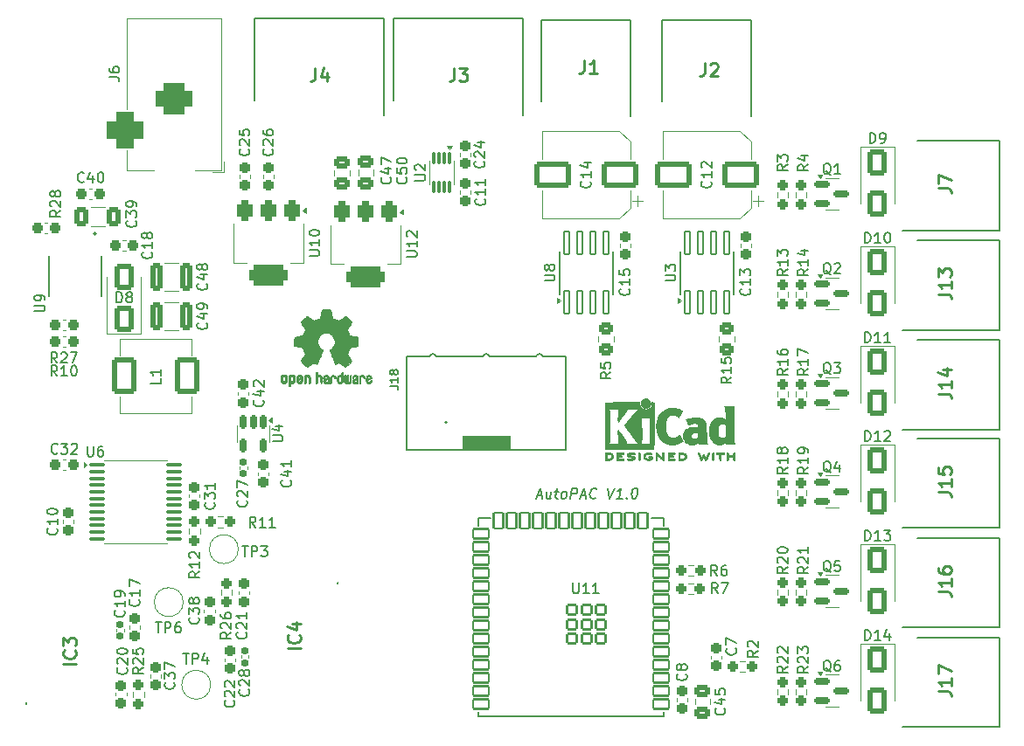
<source format=gto>
G04 #@! TF.GenerationSoftware,KiCad,Pcbnew,9.0.0*
G04 #@! TF.CreationDate,2025-03-05T08:43:44-06:00*
G04 #@! TF.ProjectId,PCB,5043422e-6b69-4636-9164-5f7063625858,rev?*
G04 #@! TF.SameCoordinates,Original*
G04 #@! TF.FileFunction,Legend,Top*
G04 #@! TF.FilePolarity,Positive*
%FSLAX46Y46*%
G04 Gerber Fmt 4.6, Leading zero omitted, Abs format (unit mm)*
G04 Created by KiCad (PCBNEW 9.0.0) date 2025-03-05 08:43:44*
%MOMM*%
%LPD*%
G01*
G04 APERTURE LIST*
G04 Aperture macros list*
%AMRoundRect*
0 Rectangle with rounded corners*
0 $1 Rounding radius*
0 $2 $3 $4 $5 $6 $7 $8 $9 X,Y pos of 4 corners*
0 Add a 4 corners polygon primitive as box body*
4,1,4,$2,$3,$4,$5,$6,$7,$8,$9,$2,$3,0*
0 Add four circle primitives for the rounded corners*
1,1,$1+$1,$2,$3*
1,1,$1+$1,$4,$5*
1,1,$1+$1,$6,$7*
1,1,$1+$1,$8,$9*
0 Add four rect primitives between the rounded corners*
20,1,$1+$1,$2,$3,$4,$5,0*
20,1,$1+$1,$4,$5,$6,$7,0*
20,1,$1+$1,$6,$7,$8,$9,0*
20,1,$1+$1,$8,$9,$2,$3,0*%
G04 Aperture macros list end*
%ADD10C,0.200000*%
%ADD11C,0.150000*%
%ADD12C,0.254000*%
%ADD13C,0.120000*%
%ADD14C,0.127000*%
%ADD15C,0.010000*%
%ADD16RoundRect,0.250000X-0.650000X1.000000X-0.650000X-1.000000X0.650000X-1.000000X0.650000X1.000000X0*%
%ADD17RoundRect,0.237500X0.300000X0.237500X-0.300000X0.237500X-0.300000X-0.237500X0.300000X-0.237500X0*%
%ADD18C,3.000000*%
%ADD19RoundRect,0.237500X0.237500X-0.250000X0.237500X0.250000X-0.237500X0.250000X-0.237500X-0.250000X0*%
%ADD20R,2.100000X2.100000*%
%ADD21C,2.100000*%
%ADD22C,0.804000*%
%ADD23RoundRect,0.150000X-0.587500X-0.150000X0.587500X-0.150000X0.587500X0.150000X-0.587500X0.150000X0*%
%ADD24R,3.100000X2.400000*%
%ADD25RoundRect,0.070000X0.250000X-1.100000X0.250000X1.100000X-0.250000X1.100000X-0.250000X-1.100000X0*%
%ADD26C,0.740000*%
%ADD27RoundRect,0.250000X0.325000X1.100000X-0.325000X1.100000X-0.325000X-1.100000X0.325000X-1.100000X0*%
%ADD28RoundRect,0.237500X0.250000X0.237500X-0.250000X0.237500X-0.250000X-0.237500X0.250000X-0.237500X0*%
%ADD29RoundRect,0.237500X0.237500X-0.300000X0.237500X0.300000X-0.237500X0.300000X-0.237500X-0.300000X0*%
%ADD30RoundRect,0.237500X-0.237500X0.300000X-0.237500X-0.300000X0.237500X-0.300000X0.237500X0.300000X0*%
%ADD31RoundRect,0.237500X-0.300000X-0.237500X0.300000X-0.237500X0.300000X0.237500X-0.300000X0.237500X0*%
%ADD32RoundRect,0.250000X1.500000X1.000000X-1.500000X1.000000X-1.500000X-1.000000X1.500000X-1.000000X0*%
%ADD33C,3.200000*%
%ADD34C,1.695000*%
%ADD35RoundRect,0.237500X-0.237500X0.250000X-0.237500X-0.250000X0.237500X-0.250000X0.237500X0.250000X0*%
%ADD36C,2.000000*%
%ADD37RoundRect,0.155000X0.155000X-0.212500X0.155000X0.212500X-0.155000X0.212500X-0.155000X-0.212500X0*%
%ADD38RoundRect,0.155000X-0.155000X0.212500X-0.155000X-0.212500X0.155000X-0.212500X0.155000X0.212500X0*%
%ADD39RoundRect,0.250000X0.650000X-1.000000X0.650000X1.000000X-0.650000X1.000000X-0.650000X-1.000000X0*%
%ADD40RoundRect,0.102000X0.750000X0.450000X-0.750000X0.450000X-0.750000X-0.450000X0.750000X-0.450000X0*%
%ADD41RoundRect,0.102000X0.450000X0.750000X-0.450000X0.750000X-0.450000X-0.750000X0.450000X-0.750000X0*%
%ADD42RoundRect,0.102000X0.450000X0.450000X-0.450000X0.450000X-0.450000X-0.450000X0.450000X-0.450000X0*%
%ADD43RoundRect,0.250000X-0.450000X0.350000X-0.450000X-0.350000X0.450000X-0.350000X0.450000X0.350000X0*%
%ADD44RoundRect,0.250000X0.475000X-0.337500X0.475000X0.337500X-0.475000X0.337500X-0.475000X-0.337500X0*%
%ADD45RoundRect,0.150000X-0.150000X0.512500X-0.150000X-0.512500X0.150000X-0.512500X0.150000X0.512500X0*%
%ADD46RoundRect,0.375000X-0.375000X0.625000X-0.375000X-0.625000X0.375000X-0.625000X0.375000X0.625000X0*%
%ADD47RoundRect,0.500000X-1.400000X0.500000X-1.400000X-0.500000X1.400000X-0.500000X1.400000X0.500000X0*%
%ADD48RoundRect,0.087500X-0.087500X0.537500X-0.087500X-0.537500X0.087500X-0.537500X0.087500X0.537500X0*%
%ADD49RoundRect,0.250000X-0.412500X-0.650000X0.412500X-0.650000X0.412500X0.650000X-0.412500X0.650000X0*%
%ADD50C,1.854000*%
%ADD51R,3.500000X3.500000*%
%ADD52RoundRect,0.750000X-1.000000X0.750000X-1.000000X-0.750000X1.000000X-0.750000X1.000000X0.750000X0*%
%ADD53RoundRect,0.875000X-0.875000X0.875000X-0.875000X-0.875000X0.875000X-0.875000X0.875000X0.875000X0*%
%ADD54RoundRect,0.250000X-0.925000X-1.500000X0.925000X-1.500000X0.925000X1.500000X-0.925000X1.500000X0*%
%ADD55RoundRect,0.100000X-0.637500X-0.100000X0.637500X-0.100000X0.637500X0.100000X-0.637500X0.100000X0*%
G04 APERTURE END LIST*
D10*
X227681816Y-74003504D02*
X228158006Y-74003504D01*
X227550863Y-74289219D02*
X228009197Y-73289219D01*
X228009197Y-73289219D02*
X228217530Y-74289219D01*
X229062768Y-73622552D02*
X228979435Y-74289219D01*
X228634197Y-73622552D02*
X228568721Y-74146361D01*
X228568721Y-74146361D02*
X228604435Y-74241600D01*
X228604435Y-74241600D02*
X228693721Y-74289219D01*
X228693721Y-74289219D02*
X228836578Y-74289219D01*
X228836578Y-74289219D02*
X228937768Y-74241600D01*
X228937768Y-74241600D02*
X228991340Y-74193980D01*
X229396102Y-73622552D02*
X229777054Y-73622552D01*
X229580625Y-73289219D02*
X229473483Y-74146361D01*
X229473483Y-74146361D02*
X229509197Y-74241600D01*
X229509197Y-74241600D02*
X229598483Y-74289219D01*
X229598483Y-74289219D02*
X229693721Y-74289219D01*
X230169912Y-74289219D02*
X230080626Y-74241600D01*
X230080626Y-74241600D02*
X230038959Y-74193980D01*
X230038959Y-74193980D02*
X230003245Y-74098742D01*
X230003245Y-74098742D02*
X230038959Y-73813028D01*
X230038959Y-73813028D02*
X230098483Y-73717790D01*
X230098483Y-73717790D02*
X230152054Y-73670171D01*
X230152054Y-73670171D02*
X230253245Y-73622552D01*
X230253245Y-73622552D02*
X230396102Y-73622552D01*
X230396102Y-73622552D02*
X230485388Y-73670171D01*
X230485388Y-73670171D02*
X230527054Y-73717790D01*
X230527054Y-73717790D02*
X230562769Y-73813028D01*
X230562769Y-73813028D02*
X230527054Y-74098742D01*
X230527054Y-74098742D02*
X230467531Y-74193980D01*
X230467531Y-74193980D02*
X230413959Y-74241600D01*
X230413959Y-74241600D02*
X230312769Y-74289219D01*
X230312769Y-74289219D02*
X230169912Y-74289219D01*
X230931816Y-74289219D02*
X231056816Y-73289219D01*
X231056816Y-73289219D02*
X231437769Y-73289219D01*
X231437769Y-73289219D02*
X231527054Y-73336838D01*
X231527054Y-73336838D02*
X231568721Y-73384457D01*
X231568721Y-73384457D02*
X231604435Y-73479695D01*
X231604435Y-73479695D02*
X231586578Y-73622552D01*
X231586578Y-73622552D02*
X231527054Y-73717790D01*
X231527054Y-73717790D02*
X231473483Y-73765409D01*
X231473483Y-73765409D02*
X231372293Y-73813028D01*
X231372293Y-73813028D02*
X230991340Y-73813028D01*
X231919912Y-74003504D02*
X232396102Y-74003504D01*
X231788959Y-74289219D02*
X232247293Y-73289219D01*
X232247293Y-73289219D02*
X232455626Y-74289219D01*
X233372293Y-74193980D02*
X233318721Y-74241600D01*
X233318721Y-74241600D02*
X233169912Y-74289219D01*
X233169912Y-74289219D02*
X233074674Y-74289219D01*
X233074674Y-74289219D02*
X232937769Y-74241600D01*
X232937769Y-74241600D02*
X232854436Y-74146361D01*
X232854436Y-74146361D02*
X232818721Y-74051123D01*
X232818721Y-74051123D02*
X232794912Y-73860647D01*
X232794912Y-73860647D02*
X232812769Y-73717790D01*
X232812769Y-73717790D02*
X232884197Y-73527314D01*
X232884197Y-73527314D02*
X232943721Y-73432076D01*
X232943721Y-73432076D02*
X233050864Y-73336838D01*
X233050864Y-73336838D02*
X233199674Y-73289219D01*
X233199674Y-73289219D02*
X233294912Y-73289219D01*
X233294912Y-73289219D02*
X233431817Y-73336838D01*
X233431817Y-73336838D02*
X233473483Y-73384457D01*
X234533007Y-73289219D02*
X234741341Y-74289219D01*
X234741341Y-74289219D02*
X235199674Y-73289219D01*
X235931817Y-74289219D02*
X235360388Y-74289219D01*
X235646103Y-74289219D02*
X235771103Y-73289219D01*
X235771103Y-73289219D02*
X235658007Y-73432076D01*
X235658007Y-73432076D02*
X235550865Y-73527314D01*
X235550865Y-73527314D02*
X235449674Y-73574933D01*
X236372293Y-74193980D02*
X236413960Y-74241600D01*
X236413960Y-74241600D02*
X236360388Y-74289219D01*
X236360388Y-74289219D02*
X236318722Y-74241600D01*
X236318722Y-74241600D02*
X236372293Y-74193980D01*
X236372293Y-74193980D02*
X236360388Y-74289219D01*
X237152055Y-73289219D02*
X237247293Y-73289219D01*
X237247293Y-73289219D02*
X237336578Y-73336838D01*
X237336578Y-73336838D02*
X237378245Y-73384457D01*
X237378245Y-73384457D02*
X237413959Y-73479695D01*
X237413959Y-73479695D02*
X237437769Y-73670171D01*
X237437769Y-73670171D02*
X237408007Y-73908266D01*
X237408007Y-73908266D02*
X237336578Y-74098742D01*
X237336578Y-74098742D02*
X237277055Y-74193980D01*
X237277055Y-74193980D02*
X237223483Y-74241600D01*
X237223483Y-74241600D02*
X237122293Y-74289219D01*
X237122293Y-74289219D02*
X237027055Y-74289219D01*
X237027055Y-74289219D02*
X236937769Y-74241600D01*
X236937769Y-74241600D02*
X236896102Y-74193980D01*
X236896102Y-74193980D02*
X236860388Y-74098742D01*
X236860388Y-74098742D02*
X236836578Y-73908266D01*
X236836578Y-73908266D02*
X236866340Y-73670171D01*
X236866340Y-73670171D02*
X236937769Y-73479695D01*
X236937769Y-73479695D02*
X236997293Y-73384457D01*
X236997293Y-73384457D02*
X237050864Y-73336838D01*
X237050864Y-73336838D02*
X237152055Y-73289219D01*
D11*
X259895905Y-39851819D02*
X259895905Y-38851819D01*
X259895905Y-38851819D02*
X260134000Y-38851819D01*
X260134000Y-38851819D02*
X260276857Y-38899438D01*
X260276857Y-38899438D02*
X260372095Y-38994676D01*
X260372095Y-38994676D02*
X260419714Y-39089914D01*
X260419714Y-39089914D02*
X260467333Y-39280390D01*
X260467333Y-39280390D02*
X260467333Y-39423247D01*
X260467333Y-39423247D02*
X260419714Y-39613723D01*
X260419714Y-39613723D02*
X260372095Y-39708961D01*
X260372095Y-39708961D02*
X260276857Y-39804200D01*
X260276857Y-39804200D02*
X260134000Y-39851819D01*
X260134000Y-39851819D02*
X259895905Y-39851819D01*
X260943524Y-39851819D02*
X261134000Y-39851819D01*
X261134000Y-39851819D02*
X261229238Y-39804200D01*
X261229238Y-39804200D02*
X261276857Y-39756580D01*
X261276857Y-39756580D02*
X261372095Y-39613723D01*
X261372095Y-39613723D02*
X261419714Y-39423247D01*
X261419714Y-39423247D02*
X261419714Y-39042295D01*
X261419714Y-39042295D02*
X261372095Y-38947057D01*
X261372095Y-38947057D02*
X261324476Y-38899438D01*
X261324476Y-38899438D02*
X261229238Y-38851819D01*
X261229238Y-38851819D02*
X261038762Y-38851819D01*
X261038762Y-38851819D02*
X260943524Y-38899438D01*
X260943524Y-38899438D02*
X260895905Y-38947057D01*
X260895905Y-38947057D02*
X260848286Y-39042295D01*
X260848286Y-39042295D02*
X260848286Y-39280390D01*
X260848286Y-39280390D02*
X260895905Y-39375628D01*
X260895905Y-39375628D02*
X260943524Y-39423247D01*
X260943524Y-39423247D02*
X261038762Y-39470866D01*
X261038762Y-39470866D02*
X261229238Y-39470866D01*
X261229238Y-39470866D02*
X261324476Y-39423247D01*
X261324476Y-39423247D02*
X261372095Y-39375628D01*
X261372095Y-39375628D02*
X261419714Y-39280390D01*
X181221142Y-62400819D02*
X180887809Y-61924628D01*
X180649714Y-62400819D02*
X180649714Y-61400819D01*
X180649714Y-61400819D02*
X181030666Y-61400819D01*
X181030666Y-61400819D02*
X181125904Y-61448438D01*
X181125904Y-61448438D02*
X181173523Y-61496057D01*
X181173523Y-61496057D02*
X181221142Y-61591295D01*
X181221142Y-61591295D02*
X181221142Y-61734152D01*
X181221142Y-61734152D02*
X181173523Y-61829390D01*
X181173523Y-61829390D02*
X181125904Y-61877009D01*
X181125904Y-61877009D02*
X181030666Y-61924628D01*
X181030666Y-61924628D02*
X180649714Y-61924628D01*
X182173523Y-62400819D02*
X181602095Y-62400819D01*
X181887809Y-62400819D02*
X181887809Y-61400819D01*
X181887809Y-61400819D02*
X181792571Y-61543676D01*
X181792571Y-61543676D02*
X181697333Y-61638914D01*
X181697333Y-61638914D02*
X181602095Y-61686533D01*
X182792571Y-61400819D02*
X182887809Y-61400819D01*
X182887809Y-61400819D02*
X182983047Y-61448438D01*
X182983047Y-61448438D02*
X183030666Y-61496057D01*
X183030666Y-61496057D02*
X183078285Y-61591295D01*
X183078285Y-61591295D02*
X183125904Y-61781771D01*
X183125904Y-61781771D02*
X183125904Y-62019866D01*
X183125904Y-62019866D02*
X183078285Y-62210342D01*
X183078285Y-62210342D02*
X183030666Y-62305580D01*
X183030666Y-62305580D02*
X182983047Y-62353200D01*
X182983047Y-62353200D02*
X182887809Y-62400819D01*
X182887809Y-62400819D02*
X182792571Y-62400819D01*
X182792571Y-62400819D02*
X182697333Y-62353200D01*
X182697333Y-62353200D02*
X182649714Y-62305580D01*
X182649714Y-62305580D02*
X182602095Y-62210342D01*
X182602095Y-62210342D02*
X182554476Y-62019866D01*
X182554476Y-62019866D02*
X182554476Y-61781771D01*
X182554476Y-61781771D02*
X182602095Y-61591295D01*
X182602095Y-61591295D02*
X182649714Y-61496057D01*
X182649714Y-61496057D02*
X182697333Y-61448438D01*
X182697333Y-61448438D02*
X182792571Y-61400819D01*
X251944819Y-61703857D02*
X251468628Y-62037190D01*
X251944819Y-62275285D02*
X250944819Y-62275285D01*
X250944819Y-62275285D02*
X250944819Y-61894333D01*
X250944819Y-61894333D02*
X250992438Y-61799095D01*
X250992438Y-61799095D02*
X251040057Y-61751476D01*
X251040057Y-61751476D02*
X251135295Y-61703857D01*
X251135295Y-61703857D02*
X251278152Y-61703857D01*
X251278152Y-61703857D02*
X251373390Y-61751476D01*
X251373390Y-61751476D02*
X251421009Y-61799095D01*
X251421009Y-61799095D02*
X251468628Y-61894333D01*
X251468628Y-61894333D02*
X251468628Y-62275285D01*
X251944819Y-60751476D02*
X251944819Y-61322904D01*
X251944819Y-61037190D02*
X250944819Y-61037190D01*
X250944819Y-61037190D02*
X251087676Y-61132428D01*
X251087676Y-61132428D02*
X251182914Y-61227666D01*
X251182914Y-61227666D02*
X251230533Y-61322904D01*
X250944819Y-59894333D02*
X250944819Y-60084809D01*
X250944819Y-60084809D02*
X250992438Y-60180047D01*
X250992438Y-60180047D02*
X251040057Y-60227666D01*
X251040057Y-60227666D02*
X251182914Y-60322904D01*
X251182914Y-60322904D02*
X251373390Y-60370523D01*
X251373390Y-60370523D02*
X251754342Y-60370523D01*
X251754342Y-60370523D02*
X251849580Y-60322904D01*
X251849580Y-60322904D02*
X251897200Y-60275285D01*
X251897200Y-60275285D02*
X251944819Y-60180047D01*
X251944819Y-60180047D02*
X251944819Y-59989571D01*
X251944819Y-59989571D02*
X251897200Y-59894333D01*
X251897200Y-59894333D02*
X251849580Y-59846714D01*
X251849580Y-59846714D02*
X251754342Y-59799095D01*
X251754342Y-59799095D02*
X251516247Y-59799095D01*
X251516247Y-59799095D02*
X251421009Y-59846714D01*
X251421009Y-59846714D02*
X251373390Y-59894333D01*
X251373390Y-59894333D02*
X251325771Y-59989571D01*
X251325771Y-59989571D02*
X251325771Y-60180047D01*
X251325771Y-60180047D02*
X251373390Y-60275285D01*
X251373390Y-60275285D02*
X251421009Y-60322904D01*
X251421009Y-60322904D02*
X251516247Y-60370523D01*
D12*
X266512318Y-54469094D02*
X267419461Y-54469094D01*
X267419461Y-54469094D02*
X267600889Y-54529571D01*
X267600889Y-54529571D02*
X267721842Y-54650523D01*
X267721842Y-54650523D02*
X267782318Y-54831952D01*
X267782318Y-54831952D02*
X267782318Y-54952904D01*
X267782318Y-53199094D02*
X267782318Y-53924809D01*
X267782318Y-53561952D02*
X266512318Y-53561952D01*
X266512318Y-53561952D02*
X266693746Y-53682904D01*
X266693746Y-53682904D02*
X266814699Y-53803856D01*
X266814699Y-53803856D02*
X266875175Y-53924809D01*
X266512318Y-52775761D02*
X266512318Y-51989570D01*
X266512318Y-51989570D02*
X266996127Y-52412904D01*
X266996127Y-52412904D02*
X266996127Y-52231475D01*
X266996127Y-52231475D02*
X267056603Y-52110523D01*
X267056603Y-52110523D02*
X267117080Y-52050047D01*
X267117080Y-52050047D02*
X267238032Y-51989570D01*
X267238032Y-51989570D02*
X267540413Y-51989570D01*
X267540413Y-51989570D02*
X267661365Y-52050047D01*
X267661365Y-52050047D02*
X267721842Y-52110523D01*
X267721842Y-52110523D02*
X267782318Y-52231475D01*
X267782318Y-52231475D02*
X267782318Y-52594332D01*
X267782318Y-52594332D02*
X267721842Y-52715285D01*
X267721842Y-52715285D02*
X267661365Y-52775761D01*
D11*
X179032819Y-56133904D02*
X179842342Y-56133904D01*
X179842342Y-56133904D02*
X179937580Y-56086285D01*
X179937580Y-56086285D02*
X179985200Y-56038666D01*
X179985200Y-56038666D02*
X180032819Y-55943428D01*
X180032819Y-55943428D02*
X180032819Y-55752952D01*
X180032819Y-55752952D02*
X179985200Y-55657714D01*
X179985200Y-55657714D02*
X179937580Y-55610095D01*
X179937580Y-55610095D02*
X179842342Y-55562476D01*
X179842342Y-55562476D02*
X179032819Y-55562476D01*
X180032819Y-55038666D02*
X180032819Y-54848190D01*
X180032819Y-54848190D02*
X179985200Y-54752952D01*
X179985200Y-54752952D02*
X179937580Y-54705333D01*
X179937580Y-54705333D02*
X179794723Y-54610095D01*
X179794723Y-54610095D02*
X179604247Y-54562476D01*
X179604247Y-54562476D02*
X179223295Y-54562476D01*
X179223295Y-54562476D02*
X179128057Y-54610095D01*
X179128057Y-54610095D02*
X179080438Y-54657714D01*
X179080438Y-54657714D02*
X179032819Y-54752952D01*
X179032819Y-54752952D02*
X179032819Y-54943428D01*
X179032819Y-54943428D02*
X179080438Y-55038666D01*
X179080438Y-55038666D02*
X179128057Y-55086285D01*
X179128057Y-55086285D02*
X179223295Y-55133904D01*
X179223295Y-55133904D02*
X179461390Y-55133904D01*
X179461390Y-55133904D02*
X179556628Y-55086285D01*
X179556628Y-55086285D02*
X179604247Y-55038666D01*
X179604247Y-55038666D02*
X179651866Y-54943428D01*
X179651866Y-54943428D02*
X179651866Y-54752952D01*
X179651866Y-54752952D02*
X179604247Y-54657714D01*
X179604247Y-54657714D02*
X179556628Y-54610095D01*
X179556628Y-54610095D02*
X179461390Y-54562476D01*
X256142261Y-71773557D02*
X256047023Y-71725938D01*
X256047023Y-71725938D02*
X255951785Y-71630700D01*
X255951785Y-71630700D02*
X255808928Y-71487842D01*
X255808928Y-71487842D02*
X255713690Y-71440223D01*
X255713690Y-71440223D02*
X255618452Y-71440223D01*
X255666071Y-71678319D02*
X255570833Y-71630700D01*
X255570833Y-71630700D02*
X255475595Y-71535461D01*
X255475595Y-71535461D02*
X255427976Y-71344985D01*
X255427976Y-71344985D02*
X255427976Y-71011652D01*
X255427976Y-71011652D02*
X255475595Y-70821176D01*
X255475595Y-70821176D02*
X255570833Y-70725938D01*
X255570833Y-70725938D02*
X255666071Y-70678319D01*
X255666071Y-70678319D02*
X255856547Y-70678319D01*
X255856547Y-70678319D02*
X255951785Y-70725938D01*
X255951785Y-70725938D02*
X256047023Y-70821176D01*
X256047023Y-70821176D02*
X256094642Y-71011652D01*
X256094642Y-71011652D02*
X256094642Y-71344985D01*
X256094642Y-71344985D02*
X256047023Y-71535461D01*
X256047023Y-71535461D02*
X255951785Y-71630700D01*
X255951785Y-71630700D02*
X255856547Y-71678319D01*
X255856547Y-71678319D02*
X255666071Y-71678319D01*
X256951785Y-71011652D02*
X256951785Y-71678319D01*
X256713690Y-70630700D02*
X256475595Y-71344985D01*
X256475595Y-71344985D02*
X257094642Y-71344985D01*
X240078819Y-53174194D02*
X240888342Y-53174194D01*
X240888342Y-53174194D02*
X240983580Y-53126575D01*
X240983580Y-53126575D02*
X241031200Y-53078956D01*
X241031200Y-53078956D02*
X241078819Y-52983718D01*
X241078819Y-52983718D02*
X241078819Y-52793242D01*
X241078819Y-52793242D02*
X241031200Y-52698004D01*
X241031200Y-52698004D02*
X240983580Y-52650385D01*
X240983580Y-52650385D02*
X240888342Y-52602766D01*
X240888342Y-52602766D02*
X240078819Y-52602766D01*
X240078819Y-52221813D02*
X240078819Y-51602766D01*
X240078819Y-51602766D02*
X240459771Y-51936099D01*
X240459771Y-51936099D02*
X240459771Y-51793242D01*
X240459771Y-51793242D02*
X240507390Y-51698004D01*
X240507390Y-51698004D02*
X240555009Y-51650385D01*
X240555009Y-51650385D02*
X240650247Y-51602766D01*
X240650247Y-51602766D02*
X240888342Y-51602766D01*
X240888342Y-51602766D02*
X240983580Y-51650385D01*
X240983580Y-51650385D02*
X241031200Y-51698004D01*
X241031200Y-51698004D02*
X241078819Y-51793242D01*
X241078819Y-51793242D02*
X241078819Y-52078956D01*
X241078819Y-52078956D02*
X241031200Y-52174194D01*
X241031200Y-52174194D02*
X240983580Y-52221813D01*
X259419714Y-59155819D02*
X259419714Y-58155819D01*
X259419714Y-58155819D02*
X259657809Y-58155819D01*
X259657809Y-58155819D02*
X259800666Y-58203438D01*
X259800666Y-58203438D02*
X259895904Y-58298676D01*
X259895904Y-58298676D02*
X259943523Y-58393914D01*
X259943523Y-58393914D02*
X259991142Y-58584390D01*
X259991142Y-58584390D02*
X259991142Y-58727247D01*
X259991142Y-58727247D02*
X259943523Y-58917723D01*
X259943523Y-58917723D02*
X259895904Y-59012961D01*
X259895904Y-59012961D02*
X259800666Y-59108200D01*
X259800666Y-59108200D02*
X259657809Y-59155819D01*
X259657809Y-59155819D02*
X259419714Y-59155819D01*
X260943523Y-59155819D02*
X260372095Y-59155819D01*
X260657809Y-59155819D02*
X260657809Y-58155819D01*
X260657809Y-58155819D02*
X260562571Y-58298676D01*
X260562571Y-58298676D02*
X260467333Y-58393914D01*
X260467333Y-58393914D02*
X260372095Y-58441533D01*
X261895904Y-59155819D02*
X261324476Y-59155819D01*
X261610190Y-59155819D02*
X261610190Y-58155819D01*
X261610190Y-58155819D02*
X261514952Y-58298676D01*
X261514952Y-58298676D02*
X261419714Y-58393914D01*
X261419714Y-58393914D02*
X261324476Y-58441533D01*
X195685580Y-57254857D02*
X195733200Y-57302476D01*
X195733200Y-57302476D02*
X195780819Y-57445333D01*
X195780819Y-57445333D02*
X195780819Y-57540571D01*
X195780819Y-57540571D02*
X195733200Y-57683428D01*
X195733200Y-57683428D02*
X195637961Y-57778666D01*
X195637961Y-57778666D02*
X195542723Y-57826285D01*
X195542723Y-57826285D02*
X195352247Y-57873904D01*
X195352247Y-57873904D02*
X195209390Y-57873904D01*
X195209390Y-57873904D02*
X195018914Y-57826285D01*
X195018914Y-57826285D02*
X194923676Y-57778666D01*
X194923676Y-57778666D02*
X194828438Y-57683428D01*
X194828438Y-57683428D02*
X194780819Y-57540571D01*
X194780819Y-57540571D02*
X194780819Y-57445333D01*
X194780819Y-57445333D02*
X194828438Y-57302476D01*
X194828438Y-57302476D02*
X194876057Y-57254857D01*
X195114152Y-56397714D02*
X195780819Y-56397714D01*
X194733200Y-56635809D02*
X195447485Y-56873904D01*
X195447485Y-56873904D02*
X195447485Y-56254857D01*
X195780819Y-55826285D02*
X195780819Y-55635809D01*
X195780819Y-55635809D02*
X195733200Y-55540571D01*
X195733200Y-55540571D02*
X195685580Y-55492952D01*
X195685580Y-55492952D02*
X195542723Y-55397714D01*
X195542723Y-55397714D02*
X195352247Y-55350095D01*
X195352247Y-55350095D02*
X194971295Y-55350095D01*
X194971295Y-55350095D02*
X194876057Y-55397714D01*
X194876057Y-55397714D02*
X194828438Y-55445333D01*
X194828438Y-55445333D02*
X194780819Y-55540571D01*
X194780819Y-55540571D02*
X194780819Y-55731047D01*
X194780819Y-55731047D02*
X194828438Y-55826285D01*
X194828438Y-55826285D02*
X194876057Y-55873904D01*
X194876057Y-55873904D02*
X194971295Y-55921523D01*
X194971295Y-55921523D02*
X195209390Y-55921523D01*
X195209390Y-55921523D02*
X195304628Y-55873904D01*
X195304628Y-55873904D02*
X195352247Y-55826285D01*
X195352247Y-55826285D02*
X195399866Y-55731047D01*
X195399866Y-55731047D02*
X195399866Y-55540571D01*
X195399866Y-55540571D02*
X195352247Y-55445333D01*
X195352247Y-55445333D02*
X195304628Y-55397714D01*
X195304628Y-55397714D02*
X195209390Y-55350095D01*
X245174507Y-83462301D02*
X244841174Y-82986110D01*
X244603079Y-83462301D02*
X244603079Y-82462301D01*
X244603079Y-82462301D02*
X244984031Y-82462301D01*
X244984031Y-82462301D02*
X245079269Y-82509920D01*
X245079269Y-82509920D02*
X245126888Y-82557539D01*
X245126888Y-82557539D02*
X245174507Y-82652777D01*
X245174507Y-82652777D02*
X245174507Y-82795634D01*
X245174507Y-82795634D02*
X245126888Y-82890872D01*
X245126888Y-82890872D02*
X245079269Y-82938491D01*
X245079269Y-82938491D02*
X244984031Y-82986110D01*
X244984031Y-82986110D02*
X244603079Y-82986110D01*
X245507841Y-82462301D02*
X246174507Y-82462301D01*
X246174507Y-82462301D02*
X245745936Y-83462301D01*
X256142261Y-62222557D02*
X256047023Y-62174938D01*
X256047023Y-62174938D02*
X255951785Y-62079700D01*
X255951785Y-62079700D02*
X255808928Y-61936842D01*
X255808928Y-61936842D02*
X255713690Y-61889223D01*
X255713690Y-61889223D02*
X255618452Y-61889223D01*
X255666071Y-62127319D02*
X255570833Y-62079700D01*
X255570833Y-62079700D02*
X255475595Y-61984461D01*
X255475595Y-61984461D02*
X255427976Y-61793985D01*
X255427976Y-61793985D02*
X255427976Y-61460652D01*
X255427976Y-61460652D02*
X255475595Y-61270176D01*
X255475595Y-61270176D02*
X255570833Y-61174938D01*
X255570833Y-61174938D02*
X255666071Y-61127319D01*
X255666071Y-61127319D02*
X255856547Y-61127319D01*
X255856547Y-61127319D02*
X255951785Y-61174938D01*
X255951785Y-61174938D02*
X256047023Y-61270176D01*
X256047023Y-61270176D02*
X256094642Y-61460652D01*
X256094642Y-61460652D02*
X256094642Y-61793985D01*
X256094642Y-61793985D02*
X256047023Y-61984461D01*
X256047023Y-61984461D02*
X255951785Y-62079700D01*
X255951785Y-62079700D02*
X255856547Y-62127319D01*
X255856547Y-62127319D02*
X255666071Y-62127319D01*
X256427976Y-61127319D02*
X257047023Y-61127319D01*
X257047023Y-61127319D02*
X256713690Y-61508271D01*
X256713690Y-61508271D02*
X256856547Y-61508271D01*
X256856547Y-61508271D02*
X256951785Y-61555890D01*
X256951785Y-61555890D02*
X256999404Y-61603509D01*
X256999404Y-61603509D02*
X257047023Y-61698747D01*
X257047023Y-61698747D02*
X257047023Y-61936842D01*
X257047023Y-61936842D02*
X256999404Y-62032080D01*
X256999404Y-62032080D02*
X256951785Y-62079700D01*
X256951785Y-62079700D02*
X256856547Y-62127319D01*
X256856547Y-62127319D02*
X256570833Y-62127319D01*
X256570833Y-62127319D02*
X256475595Y-62079700D01*
X256475595Y-62079700D02*
X256427976Y-62032080D01*
D12*
X266512318Y-83324094D02*
X267419461Y-83324094D01*
X267419461Y-83324094D02*
X267600889Y-83384571D01*
X267600889Y-83384571D02*
X267721842Y-83505523D01*
X267721842Y-83505523D02*
X267782318Y-83686952D01*
X267782318Y-83686952D02*
X267782318Y-83807904D01*
X267782318Y-82054094D02*
X267782318Y-82779809D01*
X267782318Y-82416952D02*
X266512318Y-82416952D01*
X266512318Y-82416952D02*
X266693746Y-82537904D01*
X266693746Y-82537904D02*
X266814699Y-82658856D01*
X266814699Y-82658856D02*
X266875175Y-82779809D01*
X266512318Y-80965523D02*
X266512318Y-81207428D01*
X266512318Y-81207428D02*
X266572794Y-81328380D01*
X266572794Y-81328380D02*
X266633270Y-81388856D01*
X266633270Y-81388856D02*
X266814699Y-81509809D01*
X266814699Y-81509809D02*
X267056603Y-81570285D01*
X267056603Y-81570285D02*
X267540413Y-81570285D01*
X267540413Y-81570285D02*
X267661365Y-81509809D01*
X267661365Y-81509809D02*
X267721842Y-81449332D01*
X267721842Y-81449332D02*
X267782318Y-81328380D01*
X267782318Y-81328380D02*
X267782318Y-81086475D01*
X267782318Y-81086475D02*
X267721842Y-80965523D01*
X267721842Y-80965523D02*
X267661365Y-80905047D01*
X267661365Y-80905047D02*
X267540413Y-80844570D01*
X267540413Y-80844570D02*
X267238032Y-80844570D01*
X267238032Y-80844570D02*
X267117080Y-80905047D01*
X267117080Y-80905047D02*
X267056603Y-80965523D01*
X267056603Y-80965523D02*
X266996127Y-81086475D01*
X266996127Y-81086475D02*
X266996127Y-81328380D01*
X266996127Y-81328380D02*
X267056603Y-81449332D01*
X267056603Y-81449332D02*
X267117080Y-81509809D01*
X267117080Y-81509809D02*
X267238032Y-81570285D01*
D11*
X189110889Y-84088857D02*
X189158509Y-84136476D01*
X189158509Y-84136476D02*
X189206128Y-84279333D01*
X189206128Y-84279333D02*
X189206128Y-84374571D01*
X189206128Y-84374571D02*
X189158509Y-84517428D01*
X189158509Y-84517428D02*
X189063270Y-84612666D01*
X189063270Y-84612666D02*
X188968032Y-84660285D01*
X188968032Y-84660285D02*
X188777556Y-84707904D01*
X188777556Y-84707904D02*
X188634699Y-84707904D01*
X188634699Y-84707904D02*
X188444223Y-84660285D01*
X188444223Y-84660285D02*
X188348985Y-84612666D01*
X188348985Y-84612666D02*
X188253747Y-84517428D01*
X188253747Y-84517428D02*
X188206128Y-84374571D01*
X188206128Y-84374571D02*
X188206128Y-84279333D01*
X188206128Y-84279333D02*
X188253747Y-84136476D01*
X188253747Y-84136476D02*
X188301366Y-84088857D01*
X189206128Y-83136476D02*
X189206128Y-83707904D01*
X189206128Y-83422190D02*
X188206128Y-83422190D01*
X188206128Y-83422190D02*
X188348985Y-83517428D01*
X188348985Y-83517428D02*
X188444223Y-83612666D01*
X188444223Y-83612666D02*
X188491842Y-83707904D01*
X188206128Y-82803142D02*
X188206128Y-82136476D01*
X188206128Y-82136476D02*
X189206128Y-82565047D01*
X202049580Y-40418857D02*
X202097200Y-40466476D01*
X202097200Y-40466476D02*
X202144819Y-40609333D01*
X202144819Y-40609333D02*
X202144819Y-40704571D01*
X202144819Y-40704571D02*
X202097200Y-40847428D01*
X202097200Y-40847428D02*
X202001961Y-40942666D01*
X202001961Y-40942666D02*
X201906723Y-40990285D01*
X201906723Y-40990285D02*
X201716247Y-41037904D01*
X201716247Y-41037904D02*
X201573390Y-41037904D01*
X201573390Y-41037904D02*
X201382914Y-40990285D01*
X201382914Y-40990285D02*
X201287676Y-40942666D01*
X201287676Y-40942666D02*
X201192438Y-40847428D01*
X201192438Y-40847428D02*
X201144819Y-40704571D01*
X201144819Y-40704571D02*
X201144819Y-40609333D01*
X201144819Y-40609333D02*
X201192438Y-40466476D01*
X201192438Y-40466476D02*
X201240057Y-40418857D01*
X201240057Y-40037904D02*
X201192438Y-39990285D01*
X201192438Y-39990285D02*
X201144819Y-39895047D01*
X201144819Y-39895047D02*
X201144819Y-39656952D01*
X201144819Y-39656952D02*
X201192438Y-39561714D01*
X201192438Y-39561714D02*
X201240057Y-39514095D01*
X201240057Y-39514095D02*
X201335295Y-39466476D01*
X201335295Y-39466476D02*
X201430533Y-39466476D01*
X201430533Y-39466476D02*
X201573390Y-39514095D01*
X201573390Y-39514095D02*
X202144819Y-40085523D01*
X202144819Y-40085523D02*
X202144819Y-39466476D01*
X201144819Y-38609333D02*
X201144819Y-38799809D01*
X201144819Y-38799809D02*
X201192438Y-38895047D01*
X201192438Y-38895047D02*
X201240057Y-38942666D01*
X201240057Y-38942666D02*
X201382914Y-39037904D01*
X201382914Y-39037904D02*
X201573390Y-39085523D01*
X201573390Y-39085523D02*
X201954342Y-39085523D01*
X201954342Y-39085523D02*
X202049580Y-39037904D01*
X202049580Y-39037904D02*
X202097200Y-38990285D01*
X202097200Y-38990285D02*
X202144819Y-38895047D01*
X202144819Y-38895047D02*
X202144819Y-38704571D01*
X202144819Y-38704571D02*
X202097200Y-38609333D01*
X202097200Y-38609333D02*
X202049580Y-38561714D01*
X202049580Y-38561714D02*
X201954342Y-38514095D01*
X201954342Y-38514095D02*
X201716247Y-38514095D01*
X201716247Y-38514095D02*
X201621009Y-38561714D01*
X201621009Y-38561714D02*
X201573390Y-38609333D01*
X201573390Y-38609333D02*
X201525771Y-38704571D01*
X201525771Y-38704571D02*
X201525771Y-38895047D01*
X201525771Y-38895047D02*
X201573390Y-38990285D01*
X201573390Y-38990285D02*
X201621009Y-39037904D01*
X201621009Y-39037904D02*
X201716247Y-39085523D01*
X181158932Y-77170876D02*
X181206552Y-77218495D01*
X181206552Y-77218495D02*
X181254171Y-77361352D01*
X181254171Y-77361352D02*
X181254171Y-77456590D01*
X181254171Y-77456590D02*
X181206552Y-77599447D01*
X181206552Y-77599447D02*
X181111313Y-77694685D01*
X181111313Y-77694685D02*
X181016075Y-77742304D01*
X181016075Y-77742304D02*
X180825599Y-77789923D01*
X180825599Y-77789923D02*
X180682742Y-77789923D01*
X180682742Y-77789923D02*
X180492266Y-77742304D01*
X180492266Y-77742304D02*
X180397028Y-77694685D01*
X180397028Y-77694685D02*
X180301790Y-77599447D01*
X180301790Y-77599447D02*
X180254171Y-77456590D01*
X180254171Y-77456590D02*
X180254171Y-77361352D01*
X180254171Y-77361352D02*
X180301790Y-77218495D01*
X180301790Y-77218495D02*
X180349409Y-77170876D01*
X181254171Y-76218495D02*
X181254171Y-76789923D01*
X181254171Y-76504209D02*
X180254171Y-76504209D01*
X180254171Y-76504209D02*
X180397028Y-76599447D01*
X180397028Y-76599447D02*
X180492266Y-76694685D01*
X180492266Y-76694685D02*
X180539885Y-76789923D01*
X180254171Y-75599447D02*
X180254171Y-75504209D01*
X180254171Y-75504209D02*
X180301790Y-75408971D01*
X180301790Y-75408971D02*
X180349409Y-75361352D01*
X180349409Y-75361352D02*
X180444647Y-75313733D01*
X180444647Y-75313733D02*
X180635123Y-75266114D01*
X180635123Y-75266114D02*
X180873218Y-75266114D01*
X180873218Y-75266114D02*
X181063694Y-75313733D01*
X181063694Y-75313733D02*
X181158932Y-75361352D01*
X181158932Y-75361352D02*
X181206552Y-75408971D01*
X181206552Y-75408971D02*
X181254171Y-75504209D01*
X181254171Y-75504209D02*
X181254171Y-75599447D01*
X181254171Y-75599447D02*
X181206552Y-75694685D01*
X181206552Y-75694685D02*
X181158932Y-75742304D01*
X181158932Y-75742304D02*
X181063694Y-75789923D01*
X181063694Y-75789923D02*
X180873218Y-75837542D01*
X180873218Y-75837542D02*
X180635123Y-75837542D01*
X180635123Y-75837542D02*
X180444647Y-75789923D01*
X180444647Y-75789923D02*
X180349409Y-75742304D01*
X180349409Y-75742304D02*
X180301790Y-75694685D01*
X180301790Y-75694685D02*
X180254171Y-75599447D01*
X194897481Y-85821489D02*
X194945101Y-85869108D01*
X194945101Y-85869108D02*
X194992720Y-86011965D01*
X194992720Y-86011965D02*
X194992720Y-86107203D01*
X194992720Y-86107203D02*
X194945101Y-86250060D01*
X194945101Y-86250060D02*
X194849862Y-86345298D01*
X194849862Y-86345298D02*
X194754624Y-86392917D01*
X194754624Y-86392917D02*
X194564148Y-86440536D01*
X194564148Y-86440536D02*
X194421291Y-86440536D01*
X194421291Y-86440536D02*
X194230815Y-86392917D01*
X194230815Y-86392917D02*
X194135577Y-86345298D01*
X194135577Y-86345298D02*
X194040339Y-86250060D01*
X194040339Y-86250060D02*
X193992720Y-86107203D01*
X193992720Y-86107203D02*
X193992720Y-86011965D01*
X193992720Y-86011965D02*
X194040339Y-85869108D01*
X194040339Y-85869108D02*
X194087958Y-85821489D01*
X193992720Y-85488155D02*
X193992720Y-84869108D01*
X193992720Y-84869108D02*
X194373672Y-85202441D01*
X194373672Y-85202441D02*
X194373672Y-85059584D01*
X194373672Y-85059584D02*
X194421291Y-84964346D01*
X194421291Y-84964346D02*
X194468910Y-84916727D01*
X194468910Y-84916727D02*
X194564148Y-84869108D01*
X194564148Y-84869108D02*
X194802243Y-84869108D01*
X194802243Y-84869108D02*
X194897481Y-84916727D01*
X194897481Y-84916727D02*
X194945101Y-84964346D01*
X194945101Y-84964346D02*
X194992720Y-85059584D01*
X194992720Y-85059584D02*
X194992720Y-85345298D01*
X194992720Y-85345298D02*
X194945101Y-85440536D01*
X194945101Y-85440536D02*
X194897481Y-85488155D01*
X194421291Y-84297679D02*
X194373672Y-84392917D01*
X194373672Y-84392917D02*
X194326053Y-84440536D01*
X194326053Y-84440536D02*
X194230815Y-84488155D01*
X194230815Y-84488155D02*
X194183196Y-84488155D01*
X194183196Y-84488155D02*
X194087958Y-84440536D01*
X194087958Y-84440536D02*
X194040339Y-84392917D01*
X194040339Y-84392917D02*
X193992720Y-84297679D01*
X193992720Y-84297679D02*
X193992720Y-84107203D01*
X193992720Y-84107203D02*
X194040339Y-84011965D01*
X194040339Y-84011965D02*
X194087958Y-83964346D01*
X194087958Y-83964346D02*
X194183196Y-83916727D01*
X194183196Y-83916727D02*
X194230815Y-83916727D01*
X194230815Y-83916727D02*
X194326053Y-83964346D01*
X194326053Y-83964346D02*
X194373672Y-84011965D01*
X194373672Y-84011965D02*
X194421291Y-84107203D01*
X194421291Y-84107203D02*
X194421291Y-84297679D01*
X194421291Y-84297679D02*
X194468910Y-84392917D01*
X194468910Y-84392917D02*
X194516529Y-84440536D01*
X194516529Y-84440536D02*
X194611767Y-84488155D01*
X194611767Y-84488155D02*
X194802243Y-84488155D01*
X194802243Y-84488155D02*
X194897481Y-84440536D01*
X194897481Y-84440536D02*
X194945101Y-84392917D01*
X194945101Y-84392917D02*
X194992720Y-84297679D01*
X194992720Y-84297679D02*
X194992720Y-84107203D01*
X194992720Y-84107203D02*
X194945101Y-84011965D01*
X194945101Y-84011965D02*
X194897481Y-83964346D01*
X194897481Y-83964346D02*
X194802243Y-83916727D01*
X194802243Y-83916727D02*
X194611767Y-83916727D01*
X194611767Y-83916727D02*
X194516529Y-83964346D01*
X194516529Y-83964346D02*
X194468910Y-84011965D01*
X194468910Y-84011965D02*
X194421291Y-84107203D01*
X181221142Y-61130819D02*
X180887809Y-60654628D01*
X180649714Y-61130819D02*
X180649714Y-60130819D01*
X180649714Y-60130819D02*
X181030666Y-60130819D01*
X181030666Y-60130819D02*
X181125904Y-60178438D01*
X181125904Y-60178438D02*
X181173523Y-60226057D01*
X181173523Y-60226057D02*
X181221142Y-60321295D01*
X181221142Y-60321295D02*
X181221142Y-60464152D01*
X181221142Y-60464152D02*
X181173523Y-60559390D01*
X181173523Y-60559390D02*
X181125904Y-60607009D01*
X181125904Y-60607009D02*
X181030666Y-60654628D01*
X181030666Y-60654628D02*
X180649714Y-60654628D01*
X181602095Y-60226057D02*
X181649714Y-60178438D01*
X181649714Y-60178438D02*
X181744952Y-60130819D01*
X181744952Y-60130819D02*
X181983047Y-60130819D01*
X181983047Y-60130819D02*
X182078285Y-60178438D01*
X182078285Y-60178438D02*
X182125904Y-60226057D01*
X182125904Y-60226057D02*
X182173523Y-60321295D01*
X182173523Y-60321295D02*
X182173523Y-60416533D01*
X182173523Y-60416533D02*
X182125904Y-60559390D01*
X182125904Y-60559390D02*
X181554476Y-61130819D01*
X181554476Y-61130819D02*
X182173523Y-61130819D01*
X182506857Y-60130819D02*
X183173523Y-60130819D01*
X183173523Y-60130819D02*
X182744952Y-61130819D01*
X244483580Y-43545147D02*
X244531200Y-43592766D01*
X244531200Y-43592766D02*
X244578819Y-43735623D01*
X244578819Y-43735623D02*
X244578819Y-43830861D01*
X244578819Y-43830861D02*
X244531200Y-43973718D01*
X244531200Y-43973718D02*
X244435961Y-44068956D01*
X244435961Y-44068956D02*
X244340723Y-44116575D01*
X244340723Y-44116575D02*
X244150247Y-44164194D01*
X244150247Y-44164194D02*
X244007390Y-44164194D01*
X244007390Y-44164194D02*
X243816914Y-44116575D01*
X243816914Y-44116575D02*
X243721676Y-44068956D01*
X243721676Y-44068956D02*
X243626438Y-43973718D01*
X243626438Y-43973718D02*
X243578819Y-43830861D01*
X243578819Y-43830861D02*
X243578819Y-43735623D01*
X243578819Y-43735623D02*
X243626438Y-43592766D01*
X243626438Y-43592766D02*
X243674057Y-43545147D01*
X244578819Y-42592766D02*
X244578819Y-43164194D01*
X244578819Y-42878480D02*
X243578819Y-42878480D01*
X243578819Y-42878480D02*
X243721676Y-42973718D01*
X243721676Y-42973718D02*
X243816914Y-43068956D01*
X243816914Y-43068956D02*
X243864533Y-43164194D01*
X243674057Y-42211813D02*
X243626438Y-42164194D01*
X243626438Y-42164194D02*
X243578819Y-42068956D01*
X243578819Y-42068956D02*
X243578819Y-41830861D01*
X243578819Y-41830861D02*
X243626438Y-41735623D01*
X243626438Y-41735623D02*
X243674057Y-41688004D01*
X243674057Y-41688004D02*
X243769295Y-41640385D01*
X243769295Y-41640385D02*
X243864533Y-41640385D01*
X243864533Y-41640385D02*
X244007390Y-41688004D01*
X244007390Y-41688004D02*
X244578819Y-42259432D01*
X244578819Y-42259432D02*
X244578819Y-41640385D01*
X251944819Y-80906857D02*
X251468628Y-81240190D01*
X251944819Y-81478285D02*
X250944819Y-81478285D01*
X250944819Y-81478285D02*
X250944819Y-81097333D01*
X250944819Y-81097333D02*
X250992438Y-81002095D01*
X250992438Y-81002095D02*
X251040057Y-80954476D01*
X251040057Y-80954476D02*
X251135295Y-80906857D01*
X251135295Y-80906857D02*
X251278152Y-80906857D01*
X251278152Y-80906857D02*
X251373390Y-80954476D01*
X251373390Y-80954476D02*
X251421009Y-81002095D01*
X251421009Y-81002095D02*
X251468628Y-81097333D01*
X251468628Y-81097333D02*
X251468628Y-81478285D01*
X251040057Y-80525904D02*
X250992438Y-80478285D01*
X250992438Y-80478285D02*
X250944819Y-80383047D01*
X250944819Y-80383047D02*
X250944819Y-80144952D01*
X250944819Y-80144952D02*
X250992438Y-80049714D01*
X250992438Y-80049714D02*
X251040057Y-80002095D01*
X251040057Y-80002095D02*
X251135295Y-79954476D01*
X251135295Y-79954476D02*
X251230533Y-79954476D01*
X251230533Y-79954476D02*
X251373390Y-80002095D01*
X251373390Y-80002095D02*
X251944819Y-80573523D01*
X251944819Y-80573523D02*
X251944819Y-79954476D01*
X250944819Y-79335428D02*
X250944819Y-79240190D01*
X250944819Y-79240190D02*
X250992438Y-79144952D01*
X250992438Y-79144952D02*
X251040057Y-79097333D01*
X251040057Y-79097333D02*
X251135295Y-79049714D01*
X251135295Y-79049714D02*
X251325771Y-79002095D01*
X251325771Y-79002095D02*
X251563866Y-79002095D01*
X251563866Y-79002095D02*
X251754342Y-79049714D01*
X251754342Y-79049714D02*
X251849580Y-79097333D01*
X251849580Y-79097333D02*
X251897200Y-79144952D01*
X251897200Y-79144952D02*
X251944819Y-79240190D01*
X251944819Y-79240190D02*
X251944819Y-79335428D01*
X251944819Y-79335428D02*
X251897200Y-79430666D01*
X251897200Y-79430666D02*
X251849580Y-79478285D01*
X251849580Y-79478285D02*
X251754342Y-79525904D01*
X251754342Y-79525904D02*
X251563866Y-79573523D01*
X251563866Y-79573523D02*
X251325771Y-79573523D01*
X251325771Y-79573523D02*
X251135295Y-79525904D01*
X251135295Y-79525904D02*
X251040057Y-79478285D01*
X251040057Y-79478285D02*
X250992438Y-79430666D01*
X250992438Y-79430666D02*
X250944819Y-79335428D01*
X181264652Y-69861929D02*
X181217033Y-69909549D01*
X181217033Y-69909549D02*
X181074176Y-69957168D01*
X181074176Y-69957168D02*
X180978938Y-69957168D01*
X180978938Y-69957168D02*
X180836081Y-69909549D01*
X180836081Y-69909549D02*
X180740843Y-69814310D01*
X180740843Y-69814310D02*
X180693224Y-69719072D01*
X180693224Y-69719072D02*
X180645605Y-69528596D01*
X180645605Y-69528596D02*
X180645605Y-69385739D01*
X180645605Y-69385739D02*
X180693224Y-69195263D01*
X180693224Y-69195263D02*
X180740843Y-69100025D01*
X180740843Y-69100025D02*
X180836081Y-69004787D01*
X180836081Y-69004787D02*
X180978938Y-68957168D01*
X180978938Y-68957168D02*
X181074176Y-68957168D01*
X181074176Y-68957168D02*
X181217033Y-69004787D01*
X181217033Y-69004787D02*
X181264652Y-69052406D01*
X181597986Y-68957168D02*
X182217033Y-68957168D01*
X182217033Y-68957168D02*
X181883700Y-69338120D01*
X181883700Y-69338120D02*
X182026557Y-69338120D01*
X182026557Y-69338120D02*
X182121795Y-69385739D01*
X182121795Y-69385739D02*
X182169414Y-69433358D01*
X182169414Y-69433358D02*
X182217033Y-69528596D01*
X182217033Y-69528596D02*
X182217033Y-69766691D01*
X182217033Y-69766691D02*
X182169414Y-69861929D01*
X182169414Y-69861929D02*
X182121795Y-69909549D01*
X182121795Y-69909549D02*
X182026557Y-69957168D01*
X182026557Y-69957168D02*
X181740843Y-69957168D01*
X181740843Y-69957168D02*
X181645605Y-69909549D01*
X181645605Y-69909549D02*
X181597986Y-69861929D01*
X182597986Y-69052406D02*
X182645605Y-69004787D01*
X182645605Y-69004787D02*
X182740843Y-68957168D01*
X182740843Y-68957168D02*
X182978938Y-68957168D01*
X182978938Y-68957168D02*
X183074176Y-69004787D01*
X183074176Y-69004787D02*
X183121795Y-69052406D01*
X183121795Y-69052406D02*
X183169414Y-69147644D01*
X183169414Y-69147644D02*
X183169414Y-69242882D01*
X183169414Y-69242882D02*
X183121795Y-69385739D01*
X183121795Y-69385739D02*
X182550367Y-69957168D01*
X182550367Y-69957168D02*
X183169414Y-69957168D01*
X192528679Y-92128225D02*
X192576299Y-92175844D01*
X192576299Y-92175844D02*
X192623918Y-92318701D01*
X192623918Y-92318701D02*
X192623918Y-92413939D01*
X192623918Y-92413939D02*
X192576299Y-92556796D01*
X192576299Y-92556796D02*
X192481060Y-92652034D01*
X192481060Y-92652034D02*
X192385822Y-92699653D01*
X192385822Y-92699653D02*
X192195346Y-92747272D01*
X192195346Y-92747272D02*
X192052489Y-92747272D01*
X192052489Y-92747272D02*
X191862013Y-92699653D01*
X191862013Y-92699653D02*
X191766775Y-92652034D01*
X191766775Y-92652034D02*
X191671537Y-92556796D01*
X191671537Y-92556796D02*
X191623918Y-92413939D01*
X191623918Y-92413939D02*
X191623918Y-92318701D01*
X191623918Y-92318701D02*
X191671537Y-92175844D01*
X191671537Y-92175844D02*
X191719156Y-92128225D01*
X191623918Y-91794891D02*
X191623918Y-91175844D01*
X191623918Y-91175844D02*
X192004870Y-91509177D01*
X192004870Y-91509177D02*
X192004870Y-91366320D01*
X192004870Y-91366320D02*
X192052489Y-91271082D01*
X192052489Y-91271082D02*
X192100108Y-91223463D01*
X192100108Y-91223463D02*
X192195346Y-91175844D01*
X192195346Y-91175844D02*
X192433441Y-91175844D01*
X192433441Y-91175844D02*
X192528679Y-91223463D01*
X192528679Y-91223463D02*
X192576299Y-91271082D01*
X192576299Y-91271082D02*
X192623918Y-91366320D01*
X192623918Y-91366320D02*
X192623918Y-91652034D01*
X192623918Y-91652034D02*
X192576299Y-91747272D01*
X192576299Y-91747272D02*
X192528679Y-91794891D01*
X191623918Y-90842510D02*
X191623918Y-90175844D01*
X191623918Y-90175844D02*
X192623918Y-90604415D01*
X195685580Y-53444857D02*
X195733200Y-53492476D01*
X195733200Y-53492476D02*
X195780819Y-53635333D01*
X195780819Y-53635333D02*
X195780819Y-53730571D01*
X195780819Y-53730571D02*
X195733200Y-53873428D01*
X195733200Y-53873428D02*
X195637961Y-53968666D01*
X195637961Y-53968666D02*
X195542723Y-54016285D01*
X195542723Y-54016285D02*
X195352247Y-54063904D01*
X195352247Y-54063904D02*
X195209390Y-54063904D01*
X195209390Y-54063904D02*
X195018914Y-54016285D01*
X195018914Y-54016285D02*
X194923676Y-53968666D01*
X194923676Y-53968666D02*
X194828438Y-53873428D01*
X194828438Y-53873428D02*
X194780819Y-53730571D01*
X194780819Y-53730571D02*
X194780819Y-53635333D01*
X194780819Y-53635333D02*
X194828438Y-53492476D01*
X194828438Y-53492476D02*
X194876057Y-53444857D01*
X195114152Y-52587714D02*
X195780819Y-52587714D01*
X194733200Y-52825809D02*
X195447485Y-53063904D01*
X195447485Y-53063904D02*
X195447485Y-52444857D01*
X195209390Y-51921047D02*
X195161771Y-52016285D01*
X195161771Y-52016285D02*
X195114152Y-52063904D01*
X195114152Y-52063904D02*
X195018914Y-52111523D01*
X195018914Y-52111523D02*
X194971295Y-52111523D01*
X194971295Y-52111523D02*
X194876057Y-52063904D01*
X194876057Y-52063904D02*
X194828438Y-52016285D01*
X194828438Y-52016285D02*
X194780819Y-51921047D01*
X194780819Y-51921047D02*
X194780819Y-51730571D01*
X194780819Y-51730571D02*
X194828438Y-51635333D01*
X194828438Y-51635333D02*
X194876057Y-51587714D01*
X194876057Y-51587714D02*
X194971295Y-51540095D01*
X194971295Y-51540095D02*
X195018914Y-51540095D01*
X195018914Y-51540095D02*
X195114152Y-51587714D01*
X195114152Y-51587714D02*
X195161771Y-51635333D01*
X195161771Y-51635333D02*
X195209390Y-51730571D01*
X195209390Y-51730571D02*
X195209390Y-51921047D01*
X195209390Y-51921047D02*
X195257009Y-52016285D01*
X195257009Y-52016285D02*
X195304628Y-52063904D01*
X195304628Y-52063904D02*
X195399866Y-52111523D01*
X195399866Y-52111523D02*
X195590342Y-52111523D01*
X195590342Y-52111523D02*
X195685580Y-52063904D01*
X195685580Y-52063904D02*
X195733200Y-52016285D01*
X195733200Y-52016285D02*
X195780819Y-51921047D01*
X195780819Y-51921047D02*
X195780819Y-51730571D01*
X195780819Y-51730571D02*
X195733200Y-51635333D01*
X195733200Y-51635333D02*
X195685580Y-51587714D01*
X195685580Y-51587714D02*
X195590342Y-51540095D01*
X195590342Y-51540095D02*
X195399866Y-51540095D01*
X195399866Y-51540095D02*
X195304628Y-51587714D01*
X195304628Y-51587714D02*
X195257009Y-51635333D01*
X195257009Y-51635333D02*
X195209390Y-51730571D01*
D12*
X183065318Y-90312762D02*
X181795318Y-90312762D01*
X182944365Y-88982285D02*
X183004842Y-89042761D01*
X183004842Y-89042761D02*
X183065318Y-89224190D01*
X183065318Y-89224190D02*
X183065318Y-89345142D01*
X183065318Y-89345142D02*
X183004842Y-89526571D01*
X183004842Y-89526571D02*
X182883889Y-89647523D01*
X182883889Y-89647523D02*
X182762937Y-89708000D01*
X182762937Y-89708000D02*
X182521032Y-89768476D01*
X182521032Y-89768476D02*
X182339603Y-89768476D01*
X182339603Y-89768476D02*
X182097699Y-89708000D01*
X182097699Y-89708000D02*
X181976746Y-89647523D01*
X181976746Y-89647523D02*
X181855794Y-89526571D01*
X181855794Y-89526571D02*
X181795318Y-89345142D01*
X181795318Y-89345142D02*
X181795318Y-89224190D01*
X181795318Y-89224190D02*
X181855794Y-89042761D01*
X181855794Y-89042761D02*
X181916270Y-88982285D01*
X181795318Y-88558952D02*
X181795318Y-87772761D01*
X181795318Y-87772761D02*
X182279127Y-88196095D01*
X182279127Y-88196095D02*
X182279127Y-88014666D01*
X182279127Y-88014666D02*
X182339603Y-87893714D01*
X182339603Y-87893714D02*
X182400080Y-87833238D01*
X182400080Y-87833238D02*
X182521032Y-87772761D01*
X182521032Y-87772761D02*
X182823413Y-87772761D01*
X182823413Y-87772761D02*
X182944365Y-87833238D01*
X182944365Y-87833238D02*
X183004842Y-87893714D01*
X183004842Y-87893714D02*
X183065318Y-88014666D01*
X183065318Y-88014666D02*
X183065318Y-88377523D01*
X183065318Y-88377523D02*
X183004842Y-88498476D01*
X183004842Y-88498476D02*
X182944365Y-88558952D01*
D11*
X253946819Y-80906857D02*
X253470628Y-81240190D01*
X253946819Y-81478285D02*
X252946819Y-81478285D01*
X252946819Y-81478285D02*
X252946819Y-81097333D01*
X252946819Y-81097333D02*
X252994438Y-81002095D01*
X252994438Y-81002095D02*
X253042057Y-80954476D01*
X253042057Y-80954476D02*
X253137295Y-80906857D01*
X253137295Y-80906857D02*
X253280152Y-80906857D01*
X253280152Y-80906857D02*
X253375390Y-80954476D01*
X253375390Y-80954476D02*
X253423009Y-81002095D01*
X253423009Y-81002095D02*
X253470628Y-81097333D01*
X253470628Y-81097333D02*
X253470628Y-81478285D01*
X253042057Y-80525904D02*
X252994438Y-80478285D01*
X252994438Y-80478285D02*
X252946819Y-80383047D01*
X252946819Y-80383047D02*
X252946819Y-80144952D01*
X252946819Y-80144952D02*
X252994438Y-80049714D01*
X252994438Y-80049714D02*
X253042057Y-80002095D01*
X253042057Y-80002095D02*
X253137295Y-79954476D01*
X253137295Y-79954476D02*
X253232533Y-79954476D01*
X253232533Y-79954476D02*
X253375390Y-80002095D01*
X253375390Y-80002095D02*
X253946819Y-80573523D01*
X253946819Y-80573523D02*
X253946819Y-79954476D01*
X253946819Y-79002095D02*
X253946819Y-79573523D01*
X253946819Y-79287809D02*
X252946819Y-79287809D01*
X252946819Y-79287809D02*
X253089676Y-79383047D01*
X253089676Y-79383047D02*
X253184914Y-79478285D01*
X253184914Y-79478285D02*
X253232533Y-79573523D01*
D12*
X266512318Y-73672094D02*
X267419461Y-73672094D01*
X267419461Y-73672094D02*
X267600889Y-73732571D01*
X267600889Y-73732571D02*
X267721842Y-73853523D01*
X267721842Y-73853523D02*
X267782318Y-74034952D01*
X267782318Y-74034952D02*
X267782318Y-74155904D01*
X267782318Y-72402094D02*
X267782318Y-73127809D01*
X267782318Y-72764952D02*
X266512318Y-72764952D01*
X266512318Y-72764952D02*
X266693746Y-72885904D01*
X266693746Y-72885904D02*
X266814699Y-73006856D01*
X266814699Y-73006856D02*
X266875175Y-73127809D01*
X266512318Y-71253047D02*
X266512318Y-71857809D01*
X266512318Y-71857809D02*
X267117080Y-71918285D01*
X267117080Y-71918285D02*
X267056603Y-71857809D01*
X267056603Y-71857809D02*
X266996127Y-71736856D01*
X266996127Y-71736856D02*
X266996127Y-71434475D01*
X266996127Y-71434475D02*
X267056603Y-71313523D01*
X267056603Y-71313523D02*
X267117080Y-71253047D01*
X267117080Y-71253047D02*
X267238032Y-71192570D01*
X267238032Y-71192570D02*
X267540413Y-71192570D01*
X267540413Y-71192570D02*
X267661365Y-71253047D01*
X267661365Y-71253047D02*
X267721842Y-71313523D01*
X267721842Y-71313523D02*
X267782318Y-71434475D01*
X267782318Y-71434475D02*
X267782318Y-71736856D01*
X267782318Y-71736856D02*
X267721842Y-71857809D01*
X267721842Y-71857809D02*
X267661365Y-71918285D01*
X204790318Y-88830762D02*
X203520318Y-88830762D01*
X204669365Y-87500285D02*
X204729842Y-87560761D01*
X204729842Y-87560761D02*
X204790318Y-87742190D01*
X204790318Y-87742190D02*
X204790318Y-87863142D01*
X204790318Y-87863142D02*
X204729842Y-88044571D01*
X204729842Y-88044571D02*
X204608889Y-88165523D01*
X204608889Y-88165523D02*
X204487937Y-88226000D01*
X204487937Y-88226000D02*
X204246032Y-88286476D01*
X204246032Y-88286476D02*
X204064603Y-88286476D01*
X204064603Y-88286476D02*
X203822699Y-88226000D01*
X203822699Y-88226000D02*
X203701746Y-88165523D01*
X203701746Y-88165523D02*
X203580794Y-88044571D01*
X203580794Y-88044571D02*
X203520318Y-87863142D01*
X203520318Y-87863142D02*
X203520318Y-87742190D01*
X203520318Y-87742190D02*
X203580794Y-87560761D01*
X203580794Y-87560761D02*
X203641270Y-87500285D01*
X203943651Y-86411714D02*
X204790318Y-86411714D01*
X203459842Y-86714095D02*
X204366984Y-87016476D01*
X204366984Y-87016476D02*
X204366984Y-86230285D01*
X243924667Y-32070318D02*
X243924667Y-32977461D01*
X243924667Y-32977461D02*
X243864190Y-33158889D01*
X243864190Y-33158889D02*
X243743238Y-33279842D01*
X243743238Y-33279842D02*
X243561809Y-33340318D01*
X243561809Y-33340318D02*
X243440857Y-33340318D01*
X244468952Y-32191270D02*
X244529428Y-32130794D01*
X244529428Y-32130794D02*
X244650381Y-32070318D01*
X244650381Y-32070318D02*
X244952762Y-32070318D01*
X244952762Y-32070318D02*
X245073714Y-32130794D01*
X245073714Y-32130794D02*
X245134190Y-32191270D01*
X245134190Y-32191270D02*
X245194667Y-32312222D01*
X245194667Y-32312222D02*
X245194667Y-32433175D01*
X245194667Y-32433175D02*
X245134190Y-32614603D01*
X245134190Y-32614603D02*
X244408476Y-33340318D01*
X244408476Y-33340318D02*
X245194667Y-33340318D01*
D11*
X253946819Y-52051857D02*
X253470628Y-52385190D01*
X253946819Y-52623285D02*
X252946819Y-52623285D01*
X252946819Y-52623285D02*
X252946819Y-52242333D01*
X252946819Y-52242333D02*
X252994438Y-52147095D01*
X252994438Y-52147095D02*
X253042057Y-52099476D01*
X253042057Y-52099476D02*
X253137295Y-52051857D01*
X253137295Y-52051857D02*
X253280152Y-52051857D01*
X253280152Y-52051857D02*
X253375390Y-52099476D01*
X253375390Y-52099476D02*
X253423009Y-52147095D01*
X253423009Y-52147095D02*
X253470628Y-52242333D01*
X253470628Y-52242333D02*
X253470628Y-52623285D01*
X253946819Y-51099476D02*
X253946819Y-51670904D01*
X253946819Y-51385190D02*
X252946819Y-51385190D01*
X252946819Y-51385190D02*
X253089676Y-51480428D01*
X253089676Y-51480428D02*
X253184914Y-51575666D01*
X253184914Y-51575666D02*
X253232533Y-51670904D01*
X253280152Y-50242333D02*
X253946819Y-50242333D01*
X252899200Y-50480428D02*
X253613485Y-50718523D01*
X253613485Y-50718523D02*
X253613485Y-50099476D01*
X199144095Y-78904819D02*
X199715523Y-78904819D01*
X199429809Y-79904819D02*
X199429809Y-78904819D01*
X200048857Y-79904819D02*
X200048857Y-78904819D01*
X200048857Y-78904819D02*
X200429809Y-78904819D01*
X200429809Y-78904819D02*
X200525047Y-78952438D01*
X200525047Y-78952438D02*
X200572666Y-79000057D01*
X200572666Y-79000057D02*
X200620285Y-79095295D01*
X200620285Y-79095295D02*
X200620285Y-79238152D01*
X200620285Y-79238152D02*
X200572666Y-79333390D01*
X200572666Y-79333390D02*
X200525047Y-79381009D01*
X200525047Y-79381009D02*
X200429809Y-79428628D01*
X200429809Y-79428628D02*
X200048857Y-79428628D01*
X200953619Y-78904819D02*
X201572666Y-78904819D01*
X201572666Y-78904819D02*
X201239333Y-79285771D01*
X201239333Y-79285771D02*
X201382190Y-79285771D01*
X201382190Y-79285771D02*
X201477428Y-79333390D01*
X201477428Y-79333390D02*
X201525047Y-79381009D01*
X201525047Y-79381009D02*
X201572666Y-79476247D01*
X201572666Y-79476247D02*
X201572666Y-79714342D01*
X201572666Y-79714342D02*
X201525047Y-79809580D01*
X201525047Y-79809580D02*
X201477428Y-79857200D01*
X201477428Y-79857200D02*
X201382190Y-79904819D01*
X201382190Y-79904819D02*
X201096476Y-79904819D01*
X201096476Y-79904819D02*
X201001238Y-79857200D01*
X201001238Y-79857200D02*
X200953619Y-79809580D01*
X222515580Y-41589857D02*
X222563200Y-41637476D01*
X222563200Y-41637476D02*
X222610819Y-41780333D01*
X222610819Y-41780333D02*
X222610819Y-41875571D01*
X222610819Y-41875571D02*
X222563200Y-42018428D01*
X222563200Y-42018428D02*
X222467961Y-42113666D01*
X222467961Y-42113666D02*
X222372723Y-42161285D01*
X222372723Y-42161285D02*
X222182247Y-42208904D01*
X222182247Y-42208904D02*
X222039390Y-42208904D01*
X222039390Y-42208904D02*
X221848914Y-42161285D01*
X221848914Y-42161285D02*
X221753676Y-42113666D01*
X221753676Y-42113666D02*
X221658438Y-42018428D01*
X221658438Y-42018428D02*
X221610819Y-41875571D01*
X221610819Y-41875571D02*
X221610819Y-41780333D01*
X221610819Y-41780333D02*
X221658438Y-41637476D01*
X221658438Y-41637476D02*
X221706057Y-41589857D01*
X221706057Y-41208904D02*
X221658438Y-41161285D01*
X221658438Y-41161285D02*
X221610819Y-41066047D01*
X221610819Y-41066047D02*
X221610819Y-40827952D01*
X221610819Y-40827952D02*
X221658438Y-40732714D01*
X221658438Y-40732714D02*
X221706057Y-40685095D01*
X221706057Y-40685095D02*
X221801295Y-40637476D01*
X221801295Y-40637476D02*
X221896533Y-40637476D01*
X221896533Y-40637476D02*
X222039390Y-40685095D01*
X222039390Y-40685095D02*
X222610819Y-41256523D01*
X222610819Y-41256523D02*
X222610819Y-40637476D01*
X221944152Y-39780333D02*
X222610819Y-39780333D01*
X221563200Y-40018428D02*
X222277485Y-40256523D01*
X222277485Y-40256523D02*
X222277485Y-39637476D01*
X253946819Y-41923666D02*
X253470628Y-42256999D01*
X253946819Y-42495094D02*
X252946819Y-42495094D01*
X252946819Y-42495094D02*
X252946819Y-42114142D01*
X252946819Y-42114142D02*
X252994438Y-42018904D01*
X252994438Y-42018904D02*
X253042057Y-41971285D01*
X253042057Y-41971285D02*
X253137295Y-41923666D01*
X253137295Y-41923666D02*
X253280152Y-41923666D01*
X253280152Y-41923666D02*
X253375390Y-41971285D01*
X253375390Y-41971285D02*
X253423009Y-42018904D01*
X253423009Y-42018904D02*
X253470628Y-42114142D01*
X253470628Y-42114142D02*
X253470628Y-42495094D01*
X253280152Y-41066523D02*
X253946819Y-41066523D01*
X252899200Y-41304618D02*
X253613485Y-41542713D01*
X253613485Y-41542713D02*
X253613485Y-40923666D01*
X183815130Y-43563567D02*
X183767511Y-43611187D01*
X183767511Y-43611187D02*
X183624654Y-43658806D01*
X183624654Y-43658806D02*
X183529416Y-43658806D01*
X183529416Y-43658806D02*
X183386559Y-43611187D01*
X183386559Y-43611187D02*
X183291321Y-43515948D01*
X183291321Y-43515948D02*
X183243702Y-43420710D01*
X183243702Y-43420710D02*
X183196083Y-43230234D01*
X183196083Y-43230234D02*
X183196083Y-43087377D01*
X183196083Y-43087377D02*
X183243702Y-42896901D01*
X183243702Y-42896901D02*
X183291321Y-42801663D01*
X183291321Y-42801663D02*
X183386559Y-42706425D01*
X183386559Y-42706425D02*
X183529416Y-42658806D01*
X183529416Y-42658806D02*
X183624654Y-42658806D01*
X183624654Y-42658806D02*
X183767511Y-42706425D01*
X183767511Y-42706425D02*
X183815130Y-42754044D01*
X184672273Y-42992139D02*
X184672273Y-43658806D01*
X184434178Y-42611187D02*
X184196083Y-43325472D01*
X184196083Y-43325472D02*
X184815130Y-43325472D01*
X185386559Y-42658806D02*
X185481797Y-42658806D01*
X185481797Y-42658806D02*
X185577035Y-42706425D01*
X185577035Y-42706425D02*
X185624654Y-42754044D01*
X185624654Y-42754044D02*
X185672273Y-42849282D01*
X185672273Y-42849282D02*
X185719892Y-43039758D01*
X185719892Y-43039758D02*
X185719892Y-43277853D01*
X185719892Y-43277853D02*
X185672273Y-43468329D01*
X185672273Y-43468329D02*
X185624654Y-43563567D01*
X185624654Y-43563567D02*
X185577035Y-43611187D01*
X185577035Y-43611187D02*
X185481797Y-43658806D01*
X185481797Y-43658806D02*
X185386559Y-43658806D01*
X185386559Y-43658806D02*
X185291321Y-43611187D01*
X185291321Y-43611187D02*
X185243702Y-43563567D01*
X185243702Y-43563567D02*
X185196083Y-43468329D01*
X185196083Y-43468329D02*
X185148464Y-43277853D01*
X185148464Y-43277853D02*
X185148464Y-43039758D01*
X185148464Y-43039758D02*
X185196083Y-42849282D01*
X185196083Y-42849282D02*
X185243702Y-42754044D01*
X185243702Y-42754044D02*
X185291321Y-42706425D01*
X185291321Y-42706425D02*
X185386559Y-42658806D01*
X189549819Y-90692857D02*
X189073628Y-91026190D01*
X189549819Y-91264285D02*
X188549819Y-91264285D01*
X188549819Y-91264285D02*
X188549819Y-90883333D01*
X188549819Y-90883333D02*
X188597438Y-90788095D01*
X188597438Y-90788095D02*
X188645057Y-90740476D01*
X188645057Y-90740476D02*
X188740295Y-90692857D01*
X188740295Y-90692857D02*
X188883152Y-90692857D01*
X188883152Y-90692857D02*
X188978390Y-90740476D01*
X188978390Y-90740476D02*
X189026009Y-90788095D01*
X189026009Y-90788095D02*
X189073628Y-90883333D01*
X189073628Y-90883333D02*
X189073628Y-91264285D01*
X188645057Y-90311904D02*
X188597438Y-90264285D01*
X188597438Y-90264285D02*
X188549819Y-90169047D01*
X188549819Y-90169047D02*
X188549819Y-89930952D01*
X188549819Y-89930952D02*
X188597438Y-89835714D01*
X188597438Y-89835714D02*
X188645057Y-89788095D01*
X188645057Y-89788095D02*
X188740295Y-89740476D01*
X188740295Y-89740476D02*
X188835533Y-89740476D01*
X188835533Y-89740476D02*
X188978390Y-89788095D01*
X188978390Y-89788095D02*
X189549819Y-90359523D01*
X189549819Y-90359523D02*
X189549819Y-89740476D01*
X188549819Y-88835714D02*
X188549819Y-89311904D01*
X188549819Y-89311904D02*
X189026009Y-89359523D01*
X189026009Y-89359523D02*
X188978390Y-89311904D01*
X188978390Y-89311904D02*
X188930771Y-89216666D01*
X188930771Y-89216666D02*
X188930771Y-88978571D01*
X188930771Y-88978571D02*
X188978390Y-88883333D01*
X188978390Y-88883333D02*
X189026009Y-88835714D01*
X189026009Y-88835714D02*
X189121247Y-88788095D01*
X189121247Y-88788095D02*
X189359342Y-88788095D01*
X189359342Y-88788095D02*
X189454580Y-88835714D01*
X189454580Y-88835714D02*
X189502200Y-88883333D01*
X189502200Y-88883333D02*
X189549819Y-88978571D01*
X189549819Y-88978571D02*
X189549819Y-89216666D01*
X189549819Y-89216666D02*
X189502200Y-89311904D01*
X189502200Y-89311904D02*
X189454580Y-89359523D01*
X201135214Y-64744158D02*
X201182834Y-64791777D01*
X201182834Y-64791777D02*
X201230453Y-64934634D01*
X201230453Y-64934634D02*
X201230453Y-65029872D01*
X201230453Y-65029872D02*
X201182834Y-65172729D01*
X201182834Y-65172729D02*
X201087595Y-65267967D01*
X201087595Y-65267967D02*
X200992357Y-65315586D01*
X200992357Y-65315586D02*
X200801881Y-65363205D01*
X200801881Y-65363205D02*
X200659024Y-65363205D01*
X200659024Y-65363205D02*
X200468548Y-65315586D01*
X200468548Y-65315586D02*
X200373310Y-65267967D01*
X200373310Y-65267967D02*
X200278072Y-65172729D01*
X200278072Y-65172729D02*
X200230453Y-65029872D01*
X200230453Y-65029872D02*
X200230453Y-64934634D01*
X200230453Y-64934634D02*
X200278072Y-64791777D01*
X200278072Y-64791777D02*
X200325691Y-64744158D01*
X200563786Y-63887015D02*
X201230453Y-63887015D01*
X200182834Y-64125110D02*
X200897119Y-64363205D01*
X200897119Y-64363205D02*
X200897119Y-63744158D01*
X200325691Y-63410824D02*
X200278072Y-63363205D01*
X200278072Y-63363205D02*
X200230453Y-63267967D01*
X200230453Y-63267967D02*
X200230453Y-63029872D01*
X200230453Y-63029872D02*
X200278072Y-62934634D01*
X200278072Y-62934634D02*
X200325691Y-62887015D01*
X200325691Y-62887015D02*
X200420929Y-62839396D01*
X200420929Y-62839396D02*
X200516167Y-62839396D01*
X200516167Y-62839396D02*
X200659024Y-62887015D01*
X200659024Y-62887015D02*
X201230453Y-63458443D01*
X201230453Y-63458443D02*
X201230453Y-62839396D01*
X187676580Y-85144179D02*
X187724200Y-85191798D01*
X187724200Y-85191798D02*
X187771819Y-85334655D01*
X187771819Y-85334655D02*
X187771819Y-85429893D01*
X187771819Y-85429893D02*
X187724200Y-85572750D01*
X187724200Y-85572750D02*
X187628961Y-85667988D01*
X187628961Y-85667988D02*
X187533723Y-85715607D01*
X187533723Y-85715607D02*
X187343247Y-85763226D01*
X187343247Y-85763226D02*
X187200390Y-85763226D01*
X187200390Y-85763226D02*
X187009914Y-85715607D01*
X187009914Y-85715607D02*
X186914676Y-85667988D01*
X186914676Y-85667988D02*
X186819438Y-85572750D01*
X186819438Y-85572750D02*
X186771819Y-85429893D01*
X186771819Y-85429893D02*
X186771819Y-85334655D01*
X186771819Y-85334655D02*
X186819438Y-85191798D01*
X186819438Y-85191798D02*
X186867057Y-85144179D01*
X187771819Y-84191798D02*
X187771819Y-84763226D01*
X187771819Y-84477512D02*
X186771819Y-84477512D01*
X186771819Y-84477512D02*
X186914676Y-84572750D01*
X186914676Y-84572750D02*
X187009914Y-84667988D01*
X187009914Y-84667988D02*
X187057533Y-84763226D01*
X187771819Y-83715607D02*
X187771819Y-83525131D01*
X187771819Y-83525131D02*
X187724200Y-83429893D01*
X187724200Y-83429893D02*
X187676580Y-83382274D01*
X187676580Y-83382274D02*
X187533723Y-83287036D01*
X187533723Y-83287036D02*
X187343247Y-83239417D01*
X187343247Y-83239417D02*
X186962295Y-83239417D01*
X186962295Y-83239417D02*
X186867057Y-83287036D01*
X186867057Y-83287036D02*
X186819438Y-83334655D01*
X186819438Y-83334655D02*
X186771819Y-83429893D01*
X186771819Y-83429893D02*
X186771819Y-83620369D01*
X186771819Y-83620369D02*
X186819438Y-83715607D01*
X186819438Y-83715607D02*
X186867057Y-83763226D01*
X186867057Y-83763226D02*
X186962295Y-83810845D01*
X186962295Y-83810845D02*
X187200390Y-83810845D01*
X187200390Y-83810845D02*
X187295628Y-83763226D01*
X187295628Y-83763226D02*
X187343247Y-83715607D01*
X187343247Y-83715607D02*
X187390866Y-83620369D01*
X187390866Y-83620369D02*
X187390866Y-83429893D01*
X187390866Y-83429893D02*
X187343247Y-83334655D01*
X187343247Y-83334655D02*
X187295628Y-83287036D01*
X187295628Y-83287036D02*
X187200390Y-83239417D01*
D12*
X266512318Y-92976094D02*
X267419461Y-92976094D01*
X267419461Y-92976094D02*
X267600889Y-93036571D01*
X267600889Y-93036571D02*
X267721842Y-93157523D01*
X267721842Y-93157523D02*
X267782318Y-93338952D01*
X267782318Y-93338952D02*
X267782318Y-93459904D01*
X267782318Y-91706094D02*
X267782318Y-92431809D01*
X267782318Y-92068952D02*
X266512318Y-92068952D01*
X266512318Y-92068952D02*
X266693746Y-92189904D01*
X266693746Y-92189904D02*
X266814699Y-92310856D01*
X266814699Y-92310856D02*
X266875175Y-92431809D01*
X266512318Y-91282761D02*
X266512318Y-90436094D01*
X266512318Y-90436094D02*
X267782318Y-90980380D01*
D11*
X249055417Y-89030495D02*
X248579226Y-89363828D01*
X249055417Y-89601923D02*
X248055417Y-89601923D01*
X248055417Y-89601923D02*
X248055417Y-89220971D01*
X248055417Y-89220971D02*
X248103036Y-89125733D01*
X248103036Y-89125733D02*
X248150655Y-89078114D01*
X248150655Y-89078114D02*
X248245893Y-89030495D01*
X248245893Y-89030495D02*
X248388750Y-89030495D01*
X248388750Y-89030495D02*
X248483988Y-89078114D01*
X248483988Y-89078114D02*
X248531607Y-89125733D01*
X248531607Y-89125733D02*
X248579226Y-89220971D01*
X248579226Y-89220971D02*
X248579226Y-89601923D01*
X248150655Y-88649542D02*
X248103036Y-88601923D01*
X248103036Y-88601923D02*
X248055417Y-88506685D01*
X248055417Y-88506685D02*
X248055417Y-88268590D01*
X248055417Y-88268590D02*
X248103036Y-88173352D01*
X248103036Y-88173352D02*
X248150655Y-88125733D01*
X248150655Y-88125733D02*
X248245893Y-88078114D01*
X248245893Y-88078114D02*
X248341131Y-88078114D01*
X248341131Y-88078114D02*
X248483988Y-88125733D01*
X248483988Y-88125733D02*
X249055417Y-88697161D01*
X249055417Y-88697161D02*
X249055417Y-88078114D01*
X199749580Y-92805535D02*
X199797200Y-92853154D01*
X199797200Y-92853154D02*
X199844819Y-92996011D01*
X199844819Y-92996011D02*
X199844819Y-93091249D01*
X199844819Y-93091249D02*
X199797200Y-93234106D01*
X199797200Y-93234106D02*
X199701961Y-93329344D01*
X199701961Y-93329344D02*
X199606723Y-93376963D01*
X199606723Y-93376963D02*
X199416247Y-93424582D01*
X199416247Y-93424582D02*
X199273390Y-93424582D01*
X199273390Y-93424582D02*
X199082914Y-93376963D01*
X199082914Y-93376963D02*
X198987676Y-93329344D01*
X198987676Y-93329344D02*
X198892438Y-93234106D01*
X198892438Y-93234106D02*
X198844819Y-93091249D01*
X198844819Y-93091249D02*
X198844819Y-92996011D01*
X198844819Y-92996011D02*
X198892438Y-92853154D01*
X198892438Y-92853154D02*
X198940057Y-92805535D01*
X198940057Y-92424582D02*
X198892438Y-92376963D01*
X198892438Y-92376963D02*
X198844819Y-92281725D01*
X198844819Y-92281725D02*
X198844819Y-92043630D01*
X198844819Y-92043630D02*
X198892438Y-91948392D01*
X198892438Y-91948392D02*
X198940057Y-91900773D01*
X198940057Y-91900773D02*
X199035295Y-91853154D01*
X199035295Y-91853154D02*
X199130533Y-91853154D01*
X199130533Y-91853154D02*
X199273390Y-91900773D01*
X199273390Y-91900773D02*
X199844819Y-92472201D01*
X199844819Y-92472201D02*
X199844819Y-91853154D01*
X199273390Y-91281725D02*
X199225771Y-91376963D01*
X199225771Y-91376963D02*
X199178152Y-91424582D01*
X199178152Y-91424582D02*
X199082914Y-91472201D01*
X199082914Y-91472201D02*
X199035295Y-91472201D01*
X199035295Y-91472201D02*
X198940057Y-91424582D01*
X198940057Y-91424582D02*
X198892438Y-91376963D01*
X198892438Y-91376963D02*
X198844819Y-91281725D01*
X198844819Y-91281725D02*
X198844819Y-91091249D01*
X198844819Y-91091249D02*
X198892438Y-90996011D01*
X198892438Y-90996011D02*
X198940057Y-90948392D01*
X198940057Y-90948392D02*
X199035295Y-90900773D01*
X199035295Y-90900773D02*
X199082914Y-90900773D01*
X199082914Y-90900773D02*
X199178152Y-90948392D01*
X199178152Y-90948392D02*
X199225771Y-90996011D01*
X199225771Y-90996011D02*
X199273390Y-91091249D01*
X199273390Y-91091249D02*
X199273390Y-91281725D01*
X199273390Y-91281725D02*
X199321009Y-91376963D01*
X199321009Y-91376963D02*
X199368628Y-91424582D01*
X199368628Y-91424582D02*
X199463866Y-91472201D01*
X199463866Y-91472201D02*
X199654342Y-91472201D01*
X199654342Y-91472201D02*
X199749580Y-91424582D01*
X199749580Y-91424582D02*
X199797200Y-91376963D01*
X199797200Y-91376963D02*
X199844819Y-91281725D01*
X199844819Y-91281725D02*
X199844819Y-91091249D01*
X199844819Y-91091249D02*
X199797200Y-90996011D01*
X199797200Y-90996011D02*
X199749580Y-90948392D01*
X199749580Y-90948392D02*
X199654342Y-90900773D01*
X199654342Y-90900773D02*
X199463866Y-90900773D01*
X199463866Y-90900773D02*
X199368628Y-90948392D01*
X199368628Y-90948392D02*
X199321009Y-90996011D01*
X199321009Y-90996011D02*
X199273390Y-91091249D01*
X253946819Y-61703857D02*
X253470628Y-62037190D01*
X253946819Y-62275285D02*
X252946819Y-62275285D01*
X252946819Y-62275285D02*
X252946819Y-61894333D01*
X252946819Y-61894333D02*
X252994438Y-61799095D01*
X252994438Y-61799095D02*
X253042057Y-61751476D01*
X253042057Y-61751476D02*
X253137295Y-61703857D01*
X253137295Y-61703857D02*
X253280152Y-61703857D01*
X253280152Y-61703857D02*
X253375390Y-61751476D01*
X253375390Y-61751476D02*
X253423009Y-61799095D01*
X253423009Y-61799095D02*
X253470628Y-61894333D01*
X253470628Y-61894333D02*
X253470628Y-62275285D01*
X253946819Y-60751476D02*
X253946819Y-61322904D01*
X253946819Y-61037190D02*
X252946819Y-61037190D01*
X252946819Y-61037190D02*
X253089676Y-61132428D01*
X253089676Y-61132428D02*
X253184914Y-61227666D01*
X253184914Y-61227666D02*
X253232533Y-61322904D01*
X252946819Y-60418142D02*
X252946819Y-59751476D01*
X252946819Y-59751476D02*
X253946819Y-60180047D01*
X256142261Y-52570557D02*
X256047023Y-52522938D01*
X256047023Y-52522938D02*
X255951785Y-52427700D01*
X255951785Y-52427700D02*
X255808928Y-52284842D01*
X255808928Y-52284842D02*
X255713690Y-52237223D01*
X255713690Y-52237223D02*
X255618452Y-52237223D01*
X255666071Y-52475319D02*
X255570833Y-52427700D01*
X255570833Y-52427700D02*
X255475595Y-52332461D01*
X255475595Y-52332461D02*
X255427976Y-52141985D01*
X255427976Y-52141985D02*
X255427976Y-51808652D01*
X255427976Y-51808652D02*
X255475595Y-51618176D01*
X255475595Y-51618176D02*
X255570833Y-51522938D01*
X255570833Y-51522938D02*
X255666071Y-51475319D01*
X255666071Y-51475319D02*
X255856547Y-51475319D01*
X255856547Y-51475319D02*
X255951785Y-51522938D01*
X255951785Y-51522938D02*
X256047023Y-51618176D01*
X256047023Y-51618176D02*
X256094642Y-51808652D01*
X256094642Y-51808652D02*
X256094642Y-52141985D01*
X256094642Y-52141985D02*
X256047023Y-52332461D01*
X256047023Y-52332461D02*
X255951785Y-52427700D01*
X255951785Y-52427700D02*
X255856547Y-52475319D01*
X255856547Y-52475319D02*
X255666071Y-52475319D01*
X256475595Y-51570557D02*
X256523214Y-51522938D01*
X256523214Y-51522938D02*
X256618452Y-51475319D01*
X256618452Y-51475319D02*
X256856547Y-51475319D01*
X256856547Y-51475319D02*
X256951785Y-51522938D01*
X256951785Y-51522938D02*
X256999404Y-51570557D01*
X256999404Y-51570557D02*
X257047023Y-51665795D01*
X257047023Y-51665795D02*
X257047023Y-51761033D01*
X257047023Y-51761033D02*
X256999404Y-51903890D01*
X256999404Y-51903890D02*
X256427976Y-52475319D01*
X256427976Y-52475319D02*
X257047023Y-52475319D01*
X256142261Y-81425557D02*
X256047023Y-81377938D01*
X256047023Y-81377938D02*
X255951785Y-81282700D01*
X255951785Y-81282700D02*
X255808928Y-81139842D01*
X255808928Y-81139842D02*
X255713690Y-81092223D01*
X255713690Y-81092223D02*
X255618452Y-81092223D01*
X255666071Y-81330319D02*
X255570833Y-81282700D01*
X255570833Y-81282700D02*
X255475595Y-81187461D01*
X255475595Y-81187461D02*
X255427976Y-80996985D01*
X255427976Y-80996985D02*
X255427976Y-80663652D01*
X255427976Y-80663652D02*
X255475595Y-80473176D01*
X255475595Y-80473176D02*
X255570833Y-80377938D01*
X255570833Y-80377938D02*
X255666071Y-80330319D01*
X255666071Y-80330319D02*
X255856547Y-80330319D01*
X255856547Y-80330319D02*
X255951785Y-80377938D01*
X255951785Y-80377938D02*
X256047023Y-80473176D01*
X256047023Y-80473176D02*
X256094642Y-80663652D01*
X256094642Y-80663652D02*
X256094642Y-80996985D01*
X256094642Y-80996985D02*
X256047023Y-81187461D01*
X256047023Y-81187461D02*
X255951785Y-81282700D01*
X255951785Y-81282700D02*
X255856547Y-81330319D01*
X255856547Y-81330319D02*
X255666071Y-81330319D01*
X256999404Y-80330319D02*
X256523214Y-80330319D01*
X256523214Y-80330319D02*
X256475595Y-80806509D01*
X256475595Y-80806509D02*
X256523214Y-80758890D01*
X256523214Y-80758890D02*
X256618452Y-80711271D01*
X256618452Y-80711271D02*
X256856547Y-80711271D01*
X256856547Y-80711271D02*
X256951785Y-80758890D01*
X256951785Y-80758890D02*
X256999404Y-80806509D01*
X256999404Y-80806509D02*
X257047023Y-80901747D01*
X257047023Y-80901747D02*
X257047023Y-81139842D01*
X257047023Y-81139842D02*
X256999404Y-81235080D01*
X256999404Y-81235080D02*
X256951785Y-81282700D01*
X256951785Y-81282700D02*
X256856547Y-81330319D01*
X256856547Y-81330319D02*
X256618452Y-81330319D01*
X256618452Y-81330319D02*
X256523214Y-81282700D01*
X256523214Y-81282700D02*
X256475595Y-81235080D01*
X259419714Y-78358819D02*
X259419714Y-77358819D01*
X259419714Y-77358819D02*
X259657809Y-77358819D01*
X259657809Y-77358819D02*
X259800666Y-77406438D01*
X259800666Y-77406438D02*
X259895904Y-77501676D01*
X259895904Y-77501676D02*
X259943523Y-77596914D01*
X259943523Y-77596914D02*
X259991142Y-77787390D01*
X259991142Y-77787390D02*
X259991142Y-77930247D01*
X259991142Y-77930247D02*
X259943523Y-78120723D01*
X259943523Y-78120723D02*
X259895904Y-78215961D01*
X259895904Y-78215961D02*
X259800666Y-78311200D01*
X259800666Y-78311200D02*
X259657809Y-78358819D01*
X259657809Y-78358819D02*
X259419714Y-78358819D01*
X260943523Y-78358819D02*
X260372095Y-78358819D01*
X260657809Y-78358819D02*
X260657809Y-77358819D01*
X260657809Y-77358819D02*
X260562571Y-77501676D01*
X260562571Y-77501676D02*
X260467333Y-77596914D01*
X260467333Y-77596914D02*
X260372095Y-77644533D01*
X261276857Y-77358819D02*
X261895904Y-77358819D01*
X261895904Y-77358819D02*
X261562571Y-77739771D01*
X261562571Y-77739771D02*
X261705428Y-77739771D01*
X261705428Y-77739771D02*
X261800666Y-77787390D01*
X261800666Y-77787390D02*
X261848285Y-77835009D01*
X261848285Y-77835009D02*
X261895904Y-77930247D01*
X261895904Y-77930247D02*
X261895904Y-78168342D01*
X261895904Y-78168342D02*
X261848285Y-78263580D01*
X261848285Y-78263580D02*
X261800666Y-78311200D01*
X261800666Y-78311200D02*
X261705428Y-78358819D01*
X261705428Y-78358819D02*
X261419714Y-78358819D01*
X261419714Y-78358819D02*
X261324476Y-78311200D01*
X261324476Y-78311200D02*
X261276857Y-78263580D01*
X186967905Y-55288819D02*
X186967905Y-54288819D01*
X186967905Y-54288819D02*
X187206000Y-54288819D01*
X187206000Y-54288819D02*
X187348857Y-54336438D01*
X187348857Y-54336438D02*
X187444095Y-54431676D01*
X187444095Y-54431676D02*
X187491714Y-54526914D01*
X187491714Y-54526914D02*
X187539333Y-54717390D01*
X187539333Y-54717390D02*
X187539333Y-54860247D01*
X187539333Y-54860247D02*
X187491714Y-55050723D01*
X187491714Y-55050723D02*
X187444095Y-55145961D01*
X187444095Y-55145961D02*
X187348857Y-55241200D01*
X187348857Y-55241200D02*
X187206000Y-55288819D01*
X187206000Y-55288819D02*
X186967905Y-55288819D01*
X188110762Y-54717390D02*
X188015524Y-54669771D01*
X188015524Y-54669771D02*
X187967905Y-54622152D01*
X187967905Y-54622152D02*
X187920286Y-54526914D01*
X187920286Y-54526914D02*
X187920286Y-54479295D01*
X187920286Y-54479295D02*
X187967905Y-54384057D01*
X187967905Y-54384057D02*
X188015524Y-54336438D01*
X188015524Y-54336438D02*
X188110762Y-54288819D01*
X188110762Y-54288819D02*
X188301238Y-54288819D01*
X188301238Y-54288819D02*
X188396476Y-54336438D01*
X188396476Y-54336438D02*
X188444095Y-54384057D01*
X188444095Y-54384057D02*
X188491714Y-54479295D01*
X188491714Y-54479295D02*
X188491714Y-54526914D01*
X188491714Y-54526914D02*
X188444095Y-54622152D01*
X188444095Y-54622152D02*
X188396476Y-54669771D01*
X188396476Y-54669771D02*
X188301238Y-54717390D01*
X188301238Y-54717390D02*
X188110762Y-54717390D01*
X188110762Y-54717390D02*
X188015524Y-54765009D01*
X188015524Y-54765009D02*
X187967905Y-54812628D01*
X187967905Y-54812628D02*
X187920286Y-54907866D01*
X187920286Y-54907866D02*
X187920286Y-55098342D01*
X187920286Y-55098342D02*
X187967905Y-55193580D01*
X187967905Y-55193580D02*
X188015524Y-55241200D01*
X188015524Y-55241200D02*
X188110762Y-55288819D01*
X188110762Y-55288819D02*
X188301238Y-55288819D01*
X188301238Y-55288819D02*
X188396476Y-55241200D01*
X188396476Y-55241200D02*
X188444095Y-55193580D01*
X188444095Y-55193580D02*
X188491714Y-55098342D01*
X188491714Y-55098342D02*
X188491714Y-54907866D01*
X188491714Y-54907866D02*
X188444095Y-54812628D01*
X188444095Y-54812628D02*
X188396476Y-54765009D01*
X188396476Y-54765009D02*
X188301238Y-54717390D01*
X231146703Y-82482819D02*
X231146703Y-83292342D01*
X231146703Y-83292342D02*
X231194322Y-83387580D01*
X231194322Y-83387580D02*
X231241941Y-83435200D01*
X231241941Y-83435200D02*
X231337179Y-83482819D01*
X231337179Y-83482819D02*
X231527655Y-83482819D01*
X231527655Y-83482819D02*
X231622893Y-83435200D01*
X231622893Y-83435200D02*
X231670512Y-83387580D01*
X231670512Y-83387580D02*
X231718131Y-83292342D01*
X231718131Y-83292342D02*
X231718131Y-82482819D01*
X232718131Y-83482819D02*
X232146703Y-83482819D01*
X232432417Y-83482819D02*
X232432417Y-82482819D01*
X232432417Y-82482819D02*
X232337179Y-82625676D01*
X232337179Y-82625676D02*
X232241941Y-82720914D01*
X232241941Y-82720914D02*
X232146703Y-82768533D01*
X233670512Y-83482819D02*
X233099084Y-83482819D01*
X233384798Y-83482819D02*
X233384798Y-82482819D01*
X233384798Y-82482819D02*
X233289560Y-82625676D01*
X233289560Y-82625676D02*
X233194322Y-82720914D01*
X233194322Y-82720914D02*
X233099084Y-82768533D01*
D12*
X232239667Y-31816318D02*
X232239667Y-32723461D01*
X232239667Y-32723461D02*
X232179190Y-32904889D01*
X232179190Y-32904889D02*
X232058238Y-33025842D01*
X232058238Y-33025842D02*
X231876809Y-33086318D01*
X231876809Y-33086318D02*
X231755857Y-33086318D01*
X233509667Y-33086318D02*
X232783952Y-33086318D01*
X233146809Y-33086318D02*
X233146809Y-31816318D01*
X233146809Y-31816318D02*
X233025857Y-31997746D01*
X233025857Y-31997746D02*
X232904905Y-32118699D01*
X232904905Y-32118699D02*
X232783952Y-32179175D01*
D11*
X232798580Y-43545147D02*
X232846200Y-43592766D01*
X232846200Y-43592766D02*
X232893819Y-43735623D01*
X232893819Y-43735623D02*
X232893819Y-43830861D01*
X232893819Y-43830861D02*
X232846200Y-43973718D01*
X232846200Y-43973718D02*
X232750961Y-44068956D01*
X232750961Y-44068956D02*
X232655723Y-44116575D01*
X232655723Y-44116575D02*
X232465247Y-44164194D01*
X232465247Y-44164194D02*
X232322390Y-44164194D01*
X232322390Y-44164194D02*
X232131914Y-44116575D01*
X232131914Y-44116575D02*
X232036676Y-44068956D01*
X232036676Y-44068956D02*
X231941438Y-43973718D01*
X231941438Y-43973718D02*
X231893819Y-43830861D01*
X231893819Y-43830861D02*
X231893819Y-43735623D01*
X231893819Y-43735623D02*
X231941438Y-43592766D01*
X231941438Y-43592766D02*
X231989057Y-43545147D01*
X232893819Y-42592766D02*
X232893819Y-43164194D01*
X232893819Y-42878480D02*
X231893819Y-42878480D01*
X231893819Y-42878480D02*
X232036676Y-42973718D01*
X232036676Y-42973718D02*
X232131914Y-43068956D01*
X232131914Y-43068956D02*
X232179533Y-43164194D01*
X232227152Y-41735623D02*
X232893819Y-41735623D01*
X231846200Y-41973718D02*
X232560485Y-42211813D01*
X232560485Y-42211813D02*
X232560485Y-41592766D01*
X198066819Y-87256857D02*
X197590628Y-87590190D01*
X198066819Y-87828285D02*
X197066819Y-87828285D01*
X197066819Y-87828285D02*
X197066819Y-87447333D01*
X197066819Y-87447333D02*
X197114438Y-87352095D01*
X197114438Y-87352095D02*
X197162057Y-87304476D01*
X197162057Y-87304476D02*
X197257295Y-87256857D01*
X197257295Y-87256857D02*
X197400152Y-87256857D01*
X197400152Y-87256857D02*
X197495390Y-87304476D01*
X197495390Y-87304476D02*
X197543009Y-87352095D01*
X197543009Y-87352095D02*
X197590628Y-87447333D01*
X197590628Y-87447333D02*
X197590628Y-87828285D01*
X197162057Y-86875904D02*
X197114438Y-86828285D01*
X197114438Y-86828285D02*
X197066819Y-86733047D01*
X197066819Y-86733047D02*
X197066819Y-86494952D01*
X197066819Y-86494952D02*
X197114438Y-86399714D01*
X197114438Y-86399714D02*
X197162057Y-86352095D01*
X197162057Y-86352095D02*
X197257295Y-86304476D01*
X197257295Y-86304476D02*
X197352533Y-86304476D01*
X197352533Y-86304476D02*
X197495390Y-86352095D01*
X197495390Y-86352095D02*
X198066819Y-86923523D01*
X198066819Y-86923523D02*
X198066819Y-86304476D01*
X197066819Y-85447333D02*
X197066819Y-85637809D01*
X197066819Y-85637809D02*
X197114438Y-85733047D01*
X197114438Y-85733047D02*
X197162057Y-85780666D01*
X197162057Y-85780666D02*
X197304914Y-85875904D01*
X197304914Y-85875904D02*
X197495390Y-85923523D01*
X197495390Y-85923523D02*
X197876342Y-85923523D01*
X197876342Y-85923523D02*
X197971580Y-85875904D01*
X197971580Y-85875904D02*
X198019200Y-85828285D01*
X198019200Y-85828285D02*
X198066819Y-85733047D01*
X198066819Y-85733047D02*
X198066819Y-85542571D01*
X198066819Y-85542571D02*
X198019200Y-85447333D01*
X198019200Y-85447333D02*
X197971580Y-85399714D01*
X197971580Y-85399714D02*
X197876342Y-85352095D01*
X197876342Y-85352095D02*
X197638247Y-85352095D01*
X197638247Y-85352095D02*
X197543009Y-85399714D01*
X197543009Y-85399714D02*
X197495390Y-85447333D01*
X197495390Y-85447333D02*
X197447771Y-85542571D01*
X197447771Y-85542571D02*
X197447771Y-85733047D01*
X197447771Y-85733047D02*
X197495390Y-85828285D01*
X197495390Y-85828285D02*
X197543009Y-85875904D01*
X197543009Y-85875904D02*
X197638247Y-85923523D01*
X246503464Y-62522357D02*
X246027273Y-62855690D01*
X246503464Y-63093785D02*
X245503464Y-63093785D01*
X245503464Y-63093785D02*
X245503464Y-62712833D01*
X245503464Y-62712833D02*
X245551083Y-62617595D01*
X245551083Y-62617595D02*
X245598702Y-62569976D01*
X245598702Y-62569976D02*
X245693940Y-62522357D01*
X245693940Y-62522357D02*
X245836797Y-62522357D01*
X245836797Y-62522357D02*
X245932035Y-62569976D01*
X245932035Y-62569976D02*
X245979654Y-62617595D01*
X245979654Y-62617595D02*
X246027273Y-62712833D01*
X246027273Y-62712833D02*
X246027273Y-63093785D01*
X246503464Y-61569976D02*
X246503464Y-62141404D01*
X246503464Y-61855690D02*
X245503464Y-61855690D01*
X245503464Y-61855690D02*
X245646321Y-61950928D01*
X245646321Y-61950928D02*
X245741559Y-62046166D01*
X245741559Y-62046166D02*
X245789178Y-62141404D01*
X245503464Y-60665214D02*
X245503464Y-61141404D01*
X245503464Y-61141404D02*
X245979654Y-61189023D01*
X245979654Y-61189023D02*
X245932035Y-61141404D01*
X245932035Y-61141404D02*
X245884416Y-61046166D01*
X245884416Y-61046166D02*
X245884416Y-60808071D01*
X245884416Y-60808071D02*
X245932035Y-60712833D01*
X245932035Y-60712833D02*
X245979654Y-60665214D01*
X245979654Y-60665214D02*
X246074892Y-60617595D01*
X246074892Y-60617595D02*
X246312987Y-60617595D01*
X246312987Y-60617595D02*
X246408225Y-60665214D01*
X246408225Y-60665214D02*
X246455845Y-60712833D01*
X246455845Y-60712833D02*
X246503464Y-60808071D01*
X246503464Y-60808071D02*
X246503464Y-61046166D01*
X246503464Y-61046166D02*
X246455845Y-61141404D01*
X246455845Y-61141404D02*
X246408225Y-61189023D01*
X245817797Y-94623622D02*
X245865417Y-94671241D01*
X245865417Y-94671241D02*
X245913036Y-94814098D01*
X245913036Y-94814098D02*
X245913036Y-94909336D01*
X245913036Y-94909336D02*
X245865417Y-95052193D01*
X245865417Y-95052193D02*
X245770178Y-95147431D01*
X245770178Y-95147431D02*
X245674940Y-95195050D01*
X245674940Y-95195050D02*
X245484464Y-95242669D01*
X245484464Y-95242669D02*
X245341607Y-95242669D01*
X245341607Y-95242669D02*
X245151131Y-95195050D01*
X245151131Y-95195050D02*
X245055893Y-95147431D01*
X245055893Y-95147431D02*
X244960655Y-95052193D01*
X244960655Y-95052193D02*
X244913036Y-94909336D01*
X244913036Y-94909336D02*
X244913036Y-94814098D01*
X244913036Y-94814098D02*
X244960655Y-94671241D01*
X244960655Y-94671241D02*
X245008274Y-94623622D01*
X245246369Y-93766479D02*
X245913036Y-93766479D01*
X244865417Y-94004574D02*
X245579702Y-94242669D01*
X245579702Y-94242669D02*
X245579702Y-93623622D01*
X244913036Y-92766479D02*
X244913036Y-93242669D01*
X244913036Y-93242669D02*
X245389226Y-93290288D01*
X245389226Y-93290288D02*
X245341607Y-93242669D01*
X245341607Y-93242669D02*
X245293988Y-93147431D01*
X245293988Y-93147431D02*
X245293988Y-92909336D01*
X245293988Y-92909336D02*
X245341607Y-92814098D01*
X245341607Y-92814098D02*
X245389226Y-92766479D01*
X245389226Y-92766479D02*
X245484464Y-92718860D01*
X245484464Y-92718860D02*
X245722559Y-92718860D01*
X245722559Y-92718860D02*
X245817797Y-92766479D01*
X245817797Y-92766479D02*
X245865417Y-92814098D01*
X245865417Y-92814098D02*
X245913036Y-92909336D01*
X245913036Y-92909336D02*
X245913036Y-93147431D01*
X245913036Y-93147431D02*
X245865417Y-93242669D01*
X245865417Y-93242669D02*
X245817797Y-93290288D01*
X190762095Y-86282819D02*
X191333523Y-86282819D01*
X191047809Y-87282819D02*
X191047809Y-86282819D01*
X191666857Y-87282819D02*
X191666857Y-86282819D01*
X191666857Y-86282819D02*
X192047809Y-86282819D01*
X192047809Y-86282819D02*
X192143047Y-86330438D01*
X192143047Y-86330438D02*
X192190666Y-86378057D01*
X192190666Y-86378057D02*
X192238285Y-86473295D01*
X192238285Y-86473295D02*
X192238285Y-86616152D01*
X192238285Y-86616152D02*
X192190666Y-86711390D01*
X192190666Y-86711390D02*
X192143047Y-86759009D01*
X192143047Y-86759009D02*
X192047809Y-86806628D01*
X192047809Y-86806628D02*
X191666857Y-86806628D01*
X193095428Y-86282819D02*
X192904952Y-86282819D01*
X192904952Y-86282819D02*
X192809714Y-86330438D01*
X192809714Y-86330438D02*
X192762095Y-86378057D01*
X192762095Y-86378057D02*
X192666857Y-86520914D01*
X192666857Y-86520914D02*
X192619238Y-86711390D01*
X192619238Y-86711390D02*
X192619238Y-87092342D01*
X192619238Y-87092342D02*
X192666857Y-87187580D01*
X192666857Y-87187580D02*
X192714476Y-87235200D01*
X192714476Y-87235200D02*
X192809714Y-87282819D01*
X192809714Y-87282819D02*
X193000190Y-87282819D01*
X193000190Y-87282819D02*
X193095428Y-87235200D01*
X193095428Y-87235200D02*
X193143047Y-87187580D01*
X193143047Y-87187580D02*
X193190666Y-87092342D01*
X193190666Y-87092342D02*
X193190666Y-86854247D01*
X193190666Y-86854247D02*
X193143047Y-86759009D01*
X193143047Y-86759009D02*
X193095428Y-86711390D01*
X193095428Y-86711390D02*
X193000190Y-86663771D01*
X193000190Y-86663771D02*
X192809714Y-86663771D01*
X192809714Y-86663771D02*
X192714476Y-86711390D01*
X192714476Y-86711390D02*
X192666857Y-86759009D01*
X192666857Y-86759009D02*
X192619238Y-86854247D01*
X202063365Y-68738857D02*
X202872888Y-68738857D01*
X202872888Y-68738857D02*
X202968126Y-68691238D01*
X202968126Y-68691238D02*
X203015746Y-68643619D01*
X203015746Y-68643619D02*
X203063365Y-68548381D01*
X203063365Y-68548381D02*
X203063365Y-68357905D01*
X203063365Y-68357905D02*
X203015746Y-68262667D01*
X203015746Y-68262667D02*
X202968126Y-68215048D01*
X202968126Y-68215048D02*
X202872888Y-68167429D01*
X202872888Y-68167429D02*
X202063365Y-68167429D01*
X202396698Y-67262667D02*
X203063365Y-67262667D01*
X202015746Y-67500762D02*
X202730031Y-67738857D01*
X202730031Y-67738857D02*
X202730031Y-67119810D01*
X251944819Y-52051857D02*
X251468628Y-52385190D01*
X251944819Y-52623285D02*
X250944819Y-52623285D01*
X250944819Y-52623285D02*
X250944819Y-52242333D01*
X250944819Y-52242333D02*
X250992438Y-52147095D01*
X250992438Y-52147095D02*
X251040057Y-52099476D01*
X251040057Y-52099476D02*
X251135295Y-52051857D01*
X251135295Y-52051857D02*
X251278152Y-52051857D01*
X251278152Y-52051857D02*
X251373390Y-52099476D01*
X251373390Y-52099476D02*
X251421009Y-52147095D01*
X251421009Y-52147095D02*
X251468628Y-52242333D01*
X251468628Y-52242333D02*
X251468628Y-52623285D01*
X251944819Y-51099476D02*
X251944819Y-51670904D01*
X251944819Y-51385190D02*
X250944819Y-51385190D01*
X250944819Y-51385190D02*
X251087676Y-51480428D01*
X251087676Y-51480428D02*
X251182914Y-51575666D01*
X251182914Y-51575666D02*
X251230533Y-51670904D01*
X250944819Y-50766142D02*
X250944819Y-50147095D01*
X250944819Y-50147095D02*
X251325771Y-50480428D01*
X251325771Y-50480428D02*
X251325771Y-50337571D01*
X251325771Y-50337571D02*
X251373390Y-50242333D01*
X251373390Y-50242333D02*
X251421009Y-50194714D01*
X251421009Y-50194714D02*
X251516247Y-50147095D01*
X251516247Y-50147095D02*
X251754342Y-50147095D01*
X251754342Y-50147095D02*
X251849580Y-50194714D01*
X251849580Y-50194714D02*
X251897200Y-50242333D01*
X251897200Y-50242333D02*
X251944819Y-50337571D01*
X251944819Y-50337571D02*
X251944819Y-50623285D01*
X251944819Y-50623285D02*
X251897200Y-50718523D01*
X251897200Y-50718523D02*
X251849580Y-50766142D01*
X187930580Y-90692857D02*
X187978200Y-90740476D01*
X187978200Y-90740476D02*
X188025819Y-90883333D01*
X188025819Y-90883333D02*
X188025819Y-90978571D01*
X188025819Y-90978571D02*
X187978200Y-91121428D01*
X187978200Y-91121428D02*
X187882961Y-91216666D01*
X187882961Y-91216666D02*
X187787723Y-91264285D01*
X187787723Y-91264285D02*
X187597247Y-91311904D01*
X187597247Y-91311904D02*
X187454390Y-91311904D01*
X187454390Y-91311904D02*
X187263914Y-91264285D01*
X187263914Y-91264285D02*
X187168676Y-91216666D01*
X187168676Y-91216666D02*
X187073438Y-91121428D01*
X187073438Y-91121428D02*
X187025819Y-90978571D01*
X187025819Y-90978571D02*
X187025819Y-90883333D01*
X187025819Y-90883333D02*
X187073438Y-90740476D01*
X187073438Y-90740476D02*
X187121057Y-90692857D01*
X187121057Y-90311904D02*
X187073438Y-90264285D01*
X187073438Y-90264285D02*
X187025819Y-90169047D01*
X187025819Y-90169047D02*
X187025819Y-89930952D01*
X187025819Y-89930952D02*
X187073438Y-89835714D01*
X187073438Y-89835714D02*
X187121057Y-89788095D01*
X187121057Y-89788095D02*
X187216295Y-89740476D01*
X187216295Y-89740476D02*
X187311533Y-89740476D01*
X187311533Y-89740476D02*
X187454390Y-89788095D01*
X187454390Y-89788095D02*
X188025819Y-90359523D01*
X188025819Y-90359523D02*
X188025819Y-89740476D01*
X187025819Y-89121428D02*
X187025819Y-89026190D01*
X187025819Y-89026190D02*
X187073438Y-88930952D01*
X187073438Y-88930952D02*
X187121057Y-88883333D01*
X187121057Y-88883333D02*
X187216295Y-88835714D01*
X187216295Y-88835714D02*
X187406771Y-88788095D01*
X187406771Y-88788095D02*
X187644866Y-88788095D01*
X187644866Y-88788095D02*
X187835342Y-88835714D01*
X187835342Y-88835714D02*
X187930580Y-88883333D01*
X187930580Y-88883333D02*
X187978200Y-88930952D01*
X187978200Y-88930952D02*
X188025819Y-89026190D01*
X188025819Y-89026190D02*
X188025819Y-89121428D01*
X188025819Y-89121428D02*
X187978200Y-89216666D01*
X187978200Y-89216666D02*
X187930580Y-89264285D01*
X187930580Y-89264285D02*
X187835342Y-89311904D01*
X187835342Y-89311904D02*
X187644866Y-89359523D01*
X187644866Y-89359523D02*
X187406771Y-89359523D01*
X187406771Y-89359523D02*
X187216295Y-89311904D01*
X187216295Y-89311904D02*
X187121057Y-89264285D01*
X187121057Y-89264285D02*
X187073438Y-89216666D01*
X187073438Y-89216666D02*
X187025819Y-89121428D01*
X199495580Y-87256857D02*
X199543200Y-87304476D01*
X199543200Y-87304476D02*
X199590819Y-87447333D01*
X199590819Y-87447333D02*
X199590819Y-87542571D01*
X199590819Y-87542571D02*
X199543200Y-87685428D01*
X199543200Y-87685428D02*
X199447961Y-87780666D01*
X199447961Y-87780666D02*
X199352723Y-87828285D01*
X199352723Y-87828285D02*
X199162247Y-87875904D01*
X199162247Y-87875904D02*
X199019390Y-87875904D01*
X199019390Y-87875904D02*
X198828914Y-87828285D01*
X198828914Y-87828285D02*
X198733676Y-87780666D01*
X198733676Y-87780666D02*
X198638438Y-87685428D01*
X198638438Y-87685428D02*
X198590819Y-87542571D01*
X198590819Y-87542571D02*
X198590819Y-87447333D01*
X198590819Y-87447333D02*
X198638438Y-87304476D01*
X198638438Y-87304476D02*
X198686057Y-87256857D01*
X198686057Y-86875904D02*
X198638438Y-86828285D01*
X198638438Y-86828285D02*
X198590819Y-86733047D01*
X198590819Y-86733047D02*
X198590819Y-86494952D01*
X198590819Y-86494952D02*
X198638438Y-86399714D01*
X198638438Y-86399714D02*
X198686057Y-86352095D01*
X198686057Y-86352095D02*
X198781295Y-86304476D01*
X198781295Y-86304476D02*
X198876533Y-86304476D01*
X198876533Y-86304476D02*
X199019390Y-86352095D01*
X199019390Y-86352095D02*
X199590819Y-86923523D01*
X199590819Y-86923523D02*
X199590819Y-86304476D01*
X199590819Y-85352095D02*
X199590819Y-85923523D01*
X199590819Y-85637809D02*
X198590819Y-85637809D01*
X198590819Y-85637809D02*
X198733676Y-85733047D01*
X198733676Y-85733047D02*
X198828914Y-85828285D01*
X198828914Y-85828285D02*
X198876533Y-85923523D01*
X259419714Y-88010819D02*
X259419714Y-87010819D01*
X259419714Y-87010819D02*
X259657809Y-87010819D01*
X259657809Y-87010819D02*
X259800666Y-87058438D01*
X259800666Y-87058438D02*
X259895904Y-87153676D01*
X259895904Y-87153676D02*
X259943523Y-87248914D01*
X259943523Y-87248914D02*
X259991142Y-87439390D01*
X259991142Y-87439390D02*
X259991142Y-87582247D01*
X259991142Y-87582247D02*
X259943523Y-87772723D01*
X259943523Y-87772723D02*
X259895904Y-87867961D01*
X259895904Y-87867961D02*
X259800666Y-87963200D01*
X259800666Y-87963200D02*
X259657809Y-88010819D01*
X259657809Y-88010819D02*
X259419714Y-88010819D01*
X260943523Y-88010819D02*
X260372095Y-88010819D01*
X260657809Y-88010819D02*
X260657809Y-87010819D01*
X260657809Y-87010819D02*
X260562571Y-87153676D01*
X260562571Y-87153676D02*
X260467333Y-87248914D01*
X260467333Y-87248914D02*
X260372095Y-87296533D01*
X261800666Y-87344152D02*
X261800666Y-88010819D01*
X261562571Y-86963200D02*
X261324476Y-87677485D01*
X261324476Y-87677485D02*
X261943523Y-87677485D01*
X193421095Y-89290819D02*
X193992523Y-89290819D01*
X193706809Y-90290819D02*
X193706809Y-89290819D01*
X194325857Y-90290819D02*
X194325857Y-89290819D01*
X194325857Y-89290819D02*
X194706809Y-89290819D01*
X194706809Y-89290819D02*
X194802047Y-89338438D01*
X194802047Y-89338438D02*
X194849666Y-89386057D01*
X194849666Y-89386057D02*
X194897285Y-89481295D01*
X194897285Y-89481295D02*
X194897285Y-89624152D01*
X194897285Y-89624152D02*
X194849666Y-89719390D01*
X194849666Y-89719390D02*
X194802047Y-89767009D01*
X194802047Y-89767009D02*
X194706809Y-89814628D01*
X194706809Y-89814628D02*
X194325857Y-89814628D01*
X195754428Y-89624152D02*
X195754428Y-90290819D01*
X195516333Y-89243200D02*
X195278238Y-89957485D01*
X195278238Y-89957485D02*
X195897285Y-89957485D01*
X222609580Y-45246357D02*
X222657200Y-45293976D01*
X222657200Y-45293976D02*
X222704819Y-45436833D01*
X222704819Y-45436833D02*
X222704819Y-45532071D01*
X222704819Y-45532071D02*
X222657200Y-45674928D01*
X222657200Y-45674928D02*
X222561961Y-45770166D01*
X222561961Y-45770166D02*
X222466723Y-45817785D01*
X222466723Y-45817785D02*
X222276247Y-45865404D01*
X222276247Y-45865404D02*
X222133390Y-45865404D01*
X222133390Y-45865404D02*
X221942914Y-45817785D01*
X221942914Y-45817785D02*
X221847676Y-45770166D01*
X221847676Y-45770166D02*
X221752438Y-45674928D01*
X221752438Y-45674928D02*
X221704819Y-45532071D01*
X221704819Y-45532071D02*
X221704819Y-45436833D01*
X221704819Y-45436833D02*
X221752438Y-45293976D01*
X221752438Y-45293976D02*
X221800057Y-45246357D01*
X222704819Y-44293976D02*
X222704819Y-44865404D01*
X222704819Y-44579690D02*
X221704819Y-44579690D01*
X221704819Y-44579690D02*
X221847676Y-44674928D01*
X221847676Y-44674928D02*
X221942914Y-44770166D01*
X221942914Y-44770166D02*
X221990533Y-44865404D01*
X222704819Y-43341595D02*
X222704819Y-43913023D01*
X222704819Y-43627309D02*
X221704819Y-43627309D01*
X221704819Y-43627309D02*
X221847676Y-43722547D01*
X221847676Y-43722547D02*
X221942914Y-43817785D01*
X221942914Y-43817785D02*
X221990533Y-43913023D01*
X259419714Y-49503819D02*
X259419714Y-48503819D01*
X259419714Y-48503819D02*
X259657809Y-48503819D01*
X259657809Y-48503819D02*
X259800666Y-48551438D01*
X259800666Y-48551438D02*
X259895904Y-48646676D01*
X259895904Y-48646676D02*
X259943523Y-48741914D01*
X259943523Y-48741914D02*
X259991142Y-48932390D01*
X259991142Y-48932390D02*
X259991142Y-49075247D01*
X259991142Y-49075247D02*
X259943523Y-49265723D01*
X259943523Y-49265723D02*
X259895904Y-49360961D01*
X259895904Y-49360961D02*
X259800666Y-49456200D01*
X259800666Y-49456200D02*
X259657809Y-49503819D01*
X259657809Y-49503819D02*
X259419714Y-49503819D01*
X260943523Y-49503819D02*
X260372095Y-49503819D01*
X260657809Y-49503819D02*
X260657809Y-48503819D01*
X260657809Y-48503819D02*
X260562571Y-48646676D01*
X260562571Y-48646676D02*
X260467333Y-48741914D01*
X260467333Y-48741914D02*
X260372095Y-48789533D01*
X261562571Y-48503819D02*
X261657809Y-48503819D01*
X261657809Y-48503819D02*
X261753047Y-48551438D01*
X261753047Y-48551438D02*
X261800666Y-48599057D01*
X261800666Y-48599057D02*
X261848285Y-48694295D01*
X261848285Y-48694295D02*
X261895904Y-48884771D01*
X261895904Y-48884771D02*
X261895904Y-49122866D01*
X261895904Y-49122866D02*
X261848285Y-49313342D01*
X261848285Y-49313342D02*
X261800666Y-49408580D01*
X261800666Y-49408580D02*
X261753047Y-49456200D01*
X261753047Y-49456200D02*
X261657809Y-49503819D01*
X261657809Y-49503819D02*
X261562571Y-49503819D01*
X261562571Y-49503819D02*
X261467333Y-49456200D01*
X261467333Y-49456200D02*
X261419714Y-49408580D01*
X261419714Y-49408580D02*
X261372095Y-49313342D01*
X261372095Y-49313342D02*
X261324476Y-49122866D01*
X261324476Y-49122866D02*
X261324476Y-48884771D01*
X261324476Y-48884771D02*
X261372095Y-48694295D01*
X261372095Y-48694295D02*
X261419714Y-48599057D01*
X261419714Y-48599057D02*
X261467333Y-48551438D01*
X261467333Y-48551438D02*
X261562571Y-48503819D01*
X256142261Y-42918557D02*
X256047023Y-42870938D01*
X256047023Y-42870938D02*
X255951785Y-42775700D01*
X255951785Y-42775700D02*
X255808928Y-42632842D01*
X255808928Y-42632842D02*
X255713690Y-42585223D01*
X255713690Y-42585223D02*
X255618452Y-42585223D01*
X255666071Y-42823319D02*
X255570833Y-42775700D01*
X255570833Y-42775700D02*
X255475595Y-42680461D01*
X255475595Y-42680461D02*
X255427976Y-42489985D01*
X255427976Y-42489985D02*
X255427976Y-42156652D01*
X255427976Y-42156652D02*
X255475595Y-41966176D01*
X255475595Y-41966176D02*
X255570833Y-41870938D01*
X255570833Y-41870938D02*
X255666071Y-41823319D01*
X255666071Y-41823319D02*
X255856547Y-41823319D01*
X255856547Y-41823319D02*
X255951785Y-41870938D01*
X255951785Y-41870938D02*
X256047023Y-41966176D01*
X256047023Y-41966176D02*
X256094642Y-42156652D01*
X256094642Y-42156652D02*
X256094642Y-42489985D01*
X256094642Y-42489985D02*
X256047023Y-42680461D01*
X256047023Y-42680461D02*
X255951785Y-42775700D01*
X255951785Y-42775700D02*
X255856547Y-42823319D01*
X255856547Y-42823319D02*
X255666071Y-42823319D01*
X257047023Y-42823319D02*
X256475595Y-42823319D01*
X256761309Y-42823319D02*
X256761309Y-41823319D01*
X256761309Y-41823319D02*
X256666071Y-41966176D01*
X256666071Y-41966176D02*
X256570833Y-42061414D01*
X256570833Y-42061414D02*
X256475595Y-42109033D01*
X205630819Y-50768094D02*
X206440342Y-50768094D01*
X206440342Y-50768094D02*
X206535580Y-50720475D01*
X206535580Y-50720475D02*
X206583200Y-50672856D01*
X206583200Y-50672856D02*
X206630819Y-50577618D01*
X206630819Y-50577618D02*
X206630819Y-50387142D01*
X206630819Y-50387142D02*
X206583200Y-50291904D01*
X206583200Y-50291904D02*
X206535580Y-50244285D01*
X206535580Y-50244285D02*
X206440342Y-50196666D01*
X206440342Y-50196666D02*
X205630819Y-50196666D01*
X206630819Y-49196666D02*
X206630819Y-49768094D01*
X206630819Y-49482380D02*
X205630819Y-49482380D01*
X205630819Y-49482380D02*
X205773676Y-49577618D01*
X205773676Y-49577618D02*
X205868914Y-49672856D01*
X205868914Y-49672856D02*
X205916533Y-49768094D01*
X205630819Y-48577618D02*
X205630819Y-48482380D01*
X205630819Y-48482380D02*
X205678438Y-48387142D01*
X205678438Y-48387142D02*
X205726057Y-48339523D01*
X205726057Y-48339523D02*
X205821295Y-48291904D01*
X205821295Y-48291904D02*
X206011771Y-48244285D01*
X206011771Y-48244285D02*
X206249866Y-48244285D01*
X206249866Y-48244285D02*
X206440342Y-48291904D01*
X206440342Y-48291904D02*
X206535580Y-48339523D01*
X206535580Y-48339523D02*
X206583200Y-48387142D01*
X206583200Y-48387142D02*
X206630819Y-48482380D01*
X206630819Y-48482380D02*
X206630819Y-48577618D01*
X206630819Y-48577618D02*
X206583200Y-48672856D01*
X206583200Y-48672856D02*
X206535580Y-48720475D01*
X206535580Y-48720475D02*
X206440342Y-48768094D01*
X206440342Y-48768094D02*
X206249866Y-48815713D01*
X206249866Y-48815713D02*
X206011771Y-48815713D01*
X206011771Y-48815713D02*
X205821295Y-48768094D01*
X205821295Y-48768094D02*
X205726057Y-48720475D01*
X205726057Y-48720475D02*
X205678438Y-48672856D01*
X205678438Y-48672856D02*
X205630819Y-48577618D01*
D12*
X206190667Y-32578318D02*
X206190667Y-33485461D01*
X206190667Y-33485461D02*
X206130190Y-33666889D01*
X206130190Y-33666889D02*
X206009238Y-33787842D01*
X206009238Y-33787842D02*
X205827809Y-33848318D01*
X205827809Y-33848318D02*
X205706857Y-33848318D01*
X207339714Y-33001651D02*
X207339714Y-33848318D01*
X207037333Y-32517842D02*
X206734952Y-33424984D01*
X206734952Y-33424984D02*
X207521143Y-33424984D01*
D11*
X199552126Y-74461810D02*
X199599746Y-74509429D01*
X199599746Y-74509429D02*
X199647365Y-74652286D01*
X199647365Y-74652286D02*
X199647365Y-74747524D01*
X199647365Y-74747524D02*
X199599746Y-74890381D01*
X199599746Y-74890381D02*
X199504507Y-74985619D01*
X199504507Y-74985619D02*
X199409269Y-75033238D01*
X199409269Y-75033238D02*
X199218793Y-75080857D01*
X199218793Y-75080857D02*
X199075936Y-75080857D01*
X199075936Y-75080857D02*
X198885460Y-75033238D01*
X198885460Y-75033238D02*
X198790222Y-74985619D01*
X198790222Y-74985619D02*
X198694984Y-74890381D01*
X198694984Y-74890381D02*
X198647365Y-74747524D01*
X198647365Y-74747524D02*
X198647365Y-74652286D01*
X198647365Y-74652286D02*
X198694984Y-74509429D01*
X198694984Y-74509429D02*
X198742603Y-74461810D01*
X198742603Y-74080857D02*
X198694984Y-74033238D01*
X198694984Y-74033238D02*
X198647365Y-73938000D01*
X198647365Y-73938000D02*
X198647365Y-73699905D01*
X198647365Y-73699905D02*
X198694984Y-73604667D01*
X198694984Y-73604667D02*
X198742603Y-73557048D01*
X198742603Y-73557048D02*
X198837841Y-73509429D01*
X198837841Y-73509429D02*
X198933079Y-73509429D01*
X198933079Y-73509429D02*
X199075936Y-73557048D01*
X199075936Y-73557048D02*
X199647365Y-74128476D01*
X199647365Y-74128476D02*
X199647365Y-73509429D01*
X198647365Y-73176095D02*
X198647365Y-72509429D01*
X198647365Y-72509429D02*
X199647365Y-72938000D01*
X196402656Y-74679639D02*
X196450276Y-74727258D01*
X196450276Y-74727258D02*
X196497895Y-74870115D01*
X196497895Y-74870115D02*
X196497895Y-74965353D01*
X196497895Y-74965353D02*
X196450276Y-75108210D01*
X196450276Y-75108210D02*
X196355037Y-75203448D01*
X196355037Y-75203448D02*
X196259799Y-75251067D01*
X196259799Y-75251067D02*
X196069323Y-75298686D01*
X196069323Y-75298686D02*
X195926466Y-75298686D01*
X195926466Y-75298686D02*
X195735990Y-75251067D01*
X195735990Y-75251067D02*
X195640752Y-75203448D01*
X195640752Y-75203448D02*
X195545514Y-75108210D01*
X195545514Y-75108210D02*
X195497895Y-74965353D01*
X195497895Y-74965353D02*
X195497895Y-74870115D01*
X195497895Y-74870115D02*
X195545514Y-74727258D01*
X195545514Y-74727258D02*
X195593133Y-74679639D01*
X195497895Y-74346305D02*
X195497895Y-73727258D01*
X195497895Y-73727258D02*
X195878847Y-74060591D01*
X195878847Y-74060591D02*
X195878847Y-73917734D01*
X195878847Y-73917734D02*
X195926466Y-73822496D01*
X195926466Y-73822496D02*
X195974085Y-73774877D01*
X195974085Y-73774877D02*
X196069323Y-73727258D01*
X196069323Y-73727258D02*
X196307418Y-73727258D01*
X196307418Y-73727258D02*
X196402656Y-73774877D01*
X196402656Y-73774877D02*
X196450276Y-73822496D01*
X196450276Y-73822496D02*
X196497895Y-73917734D01*
X196497895Y-73917734D02*
X196497895Y-74203448D01*
X196497895Y-74203448D02*
X196450276Y-74298686D01*
X196450276Y-74298686D02*
X196402656Y-74346305D01*
X196497895Y-72774877D02*
X196497895Y-73346305D01*
X196497895Y-73060591D02*
X195497895Y-73060591D01*
X195497895Y-73060591D02*
X195640752Y-73155829D01*
X195640752Y-73155829D02*
X195735990Y-73251067D01*
X195735990Y-73251067D02*
X195783609Y-73346305D01*
X253946819Y-90558857D02*
X253470628Y-90892190D01*
X253946819Y-91130285D02*
X252946819Y-91130285D01*
X252946819Y-91130285D02*
X252946819Y-90749333D01*
X252946819Y-90749333D02*
X252994438Y-90654095D01*
X252994438Y-90654095D02*
X253042057Y-90606476D01*
X253042057Y-90606476D02*
X253137295Y-90558857D01*
X253137295Y-90558857D02*
X253280152Y-90558857D01*
X253280152Y-90558857D02*
X253375390Y-90606476D01*
X253375390Y-90606476D02*
X253423009Y-90654095D01*
X253423009Y-90654095D02*
X253470628Y-90749333D01*
X253470628Y-90749333D02*
X253470628Y-91130285D01*
X253042057Y-90177904D02*
X252994438Y-90130285D01*
X252994438Y-90130285D02*
X252946819Y-90035047D01*
X252946819Y-90035047D02*
X252946819Y-89796952D01*
X252946819Y-89796952D02*
X252994438Y-89701714D01*
X252994438Y-89701714D02*
X253042057Y-89654095D01*
X253042057Y-89654095D02*
X253137295Y-89606476D01*
X253137295Y-89606476D02*
X253232533Y-89606476D01*
X253232533Y-89606476D02*
X253375390Y-89654095D01*
X253375390Y-89654095D02*
X253946819Y-90225523D01*
X253946819Y-90225523D02*
X253946819Y-89606476D01*
X252946819Y-89273142D02*
X252946819Y-88654095D01*
X252946819Y-88654095D02*
X253327771Y-88987428D01*
X253327771Y-88987428D02*
X253327771Y-88844571D01*
X253327771Y-88844571D02*
X253375390Y-88749333D01*
X253375390Y-88749333D02*
X253423009Y-88701714D01*
X253423009Y-88701714D02*
X253518247Y-88654095D01*
X253518247Y-88654095D02*
X253756342Y-88654095D01*
X253756342Y-88654095D02*
X253851580Y-88701714D01*
X253851580Y-88701714D02*
X253899200Y-88749333D01*
X253899200Y-88749333D02*
X253946819Y-88844571D01*
X253946819Y-88844571D02*
X253946819Y-89130285D01*
X253946819Y-89130285D02*
X253899200Y-89225523D01*
X253899200Y-89225523D02*
X253851580Y-89273142D01*
X213479580Y-43162857D02*
X213527200Y-43210476D01*
X213527200Y-43210476D02*
X213574819Y-43353333D01*
X213574819Y-43353333D02*
X213574819Y-43448571D01*
X213574819Y-43448571D02*
X213527200Y-43591428D01*
X213527200Y-43591428D02*
X213431961Y-43686666D01*
X213431961Y-43686666D02*
X213336723Y-43734285D01*
X213336723Y-43734285D02*
X213146247Y-43781904D01*
X213146247Y-43781904D02*
X213003390Y-43781904D01*
X213003390Y-43781904D02*
X212812914Y-43734285D01*
X212812914Y-43734285D02*
X212717676Y-43686666D01*
X212717676Y-43686666D02*
X212622438Y-43591428D01*
X212622438Y-43591428D02*
X212574819Y-43448571D01*
X212574819Y-43448571D02*
X212574819Y-43353333D01*
X212574819Y-43353333D02*
X212622438Y-43210476D01*
X212622438Y-43210476D02*
X212670057Y-43162857D01*
X212908152Y-42305714D02*
X213574819Y-42305714D01*
X212527200Y-42543809D02*
X213241485Y-42781904D01*
X213241485Y-42781904D02*
X213241485Y-42162857D01*
X212574819Y-41877142D02*
X212574819Y-41210476D01*
X212574819Y-41210476D02*
X213574819Y-41639047D01*
X199763580Y-40418857D02*
X199811200Y-40466476D01*
X199811200Y-40466476D02*
X199858819Y-40609333D01*
X199858819Y-40609333D02*
X199858819Y-40704571D01*
X199858819Y-40704571D02*
X199811200Y-40847428D01*
X199811200Y-40847428D02*
X199715961Y-40942666D01*
X199715961Y-40942666D02*
X199620723Y-40990285D01*
X199620723Y-40990285D02*
X199430247Y-41037904D01*
X199430247Y-41037904D02*
X199287390Y-41037904D01*
X199287390Y-41037904D02*
X199096914Y-40990285D01*
X199096914Y-40990285D02*
X199001676Y-40942666D01*
X199001676Y-40942666D02*
X198906438Y-40847428D01*
X198906438Y-40847428D02*
X198858819Y-40704571D01*
X198858819Y-40704571D02*
X198858819Y-40609333D01*
X198858819Y-40609333D02*
X198906438Y-40466476D01*
X198906438Y-40466476D02*
X198954057Y-40418857D01*
X198954057Y-40037904D02*
X198906438Y-39990285D01*
X198906438Y-39990285D02*
X198858819Y-39895047D01*
X198858819Y-39895047D02*
X198858819Y-39656952D01*
X198858819Y-39656952D02*
X198906438Y-39561714D01*
X198906438Y-39561714D02*
X198954057Y-39514095D01*
X198954057Y-39514095D02*
X199049295Y-39466476D01*
X199049295Y-39466476D02*
X199144533Y-39466476D01*
X199144533Y-39466476D02*
X199287390Y-39514095D01*
X199287390Y-39514095D02*
X199858819Y-40085523D01*
X199858819Y-40085523D02*
X199858819Y-39466476D01*
X198858819Y-38561714D02*
X198858819Y-39037904D01*
X198858819Y-39037904D02*
X199335009Y-39085523D01*
X199335009Y-39085523D02*
X199287390Y-39037904D01*
X199287390Y-39037904D02*
X199239771Y-38942666D01*
X199239771Y-38942666D02*
X199239771Y-38704571D01*
X199239771Y-38704571D02*
X199287390Y-38609333D01*
X199287390Y-38609333D02*
X199335009Y-38561714D01*
X199335009Y-38561714D02*
X199430247Y-38514095D01*
X199430247Y-38514095D02*
X199668342Y-38514095D01*
X199668342Y-38514095D02*
X199763580Y-38561714D01*
X199763580Y-38561714D02*
X199811200Y-38609333D01*
X199811200Y-38609333D02*
X199858819Y-38704571D01*
X199858819Y-38704571D02*
X199858819Y-38942666D01*
X199858819Y-38942666D02*
X199811200Y-39037904D01*
X199811200Y-39037904D02*
X199763580Y-39085523D01*
X215862819Y-43463404D02*
X216672342Y-43463404D01*
X216672342Y-43463404D02*
X216767580Y-43415785D01*
X216767580Y-43415785D02*
X216815200Y-43368166D01*
X216815200Y-43368166D02*
X216862819Y-43272928D01*
X216862819Y-43272928D02*
X216862819Y-43082452D01*
X216862819Y-43082452D02*
X216815200Y-42987214D01*
X216815200Y-42987214D02*
X216767580Y-42939595D01*
X216767580Y-42939595D02*
X216672342Y-42891976D01*
X216672342Y-42891976D02*
X215862819Y-42891976D01*
X215958057Y-42463404D02*
X215910438Y-42415785D01*
X215910438Y-42415785D02*
X215862819Y-42320547D01*
X215862819Y-42320547D02*
X215862819Y-42082452D01*
X215862819Y-42082452D02*
X215910438Y-41987214D01*
X215910438Y-41987214D02*
X215958057Y-41939595D01*
X215958057Y-41939595D02*
X216053295Y-41891976D01*
X216053295Y-41891976D02*
X216148533Y-41891976D01*
X216148533Y-41891976D02*
X216291390Y-41939595D01*
X216291390Y-41939595D02*
X216862819Y-42511023D01*
X216862819Y-42511023D02*
X216862819Y-41891976D01*
D12*
X266512318Y-44212332D02*
X267419461Y-44212332D01*
X267419461Y-44212332D02*
X267600889Y-44272809D01*
X267600889Y-44272809D02*
X267721842Y-44393761D01*
X267721842Y-44393761D02*
X267782318Y-44575190D01*
X267782318Y-44575190D02*
X267782318Y-44696142D01*
X266512318Y-43728523D02*
X266512318Y-42881856D01*
X266512318Y-42881856D02*
X267782318Y-43426142D01*
D11*
X188827580Y-47348857D02*
X188875200Y-47396476D01*
X188875200Y-47396476D02*
X188922819Y-47539333D01*
X188922819Y-47539333D02*
X188922819Y-47634571D01*
X188922819Y-47634571D02*
X188875200Y-47777428D01*
X188875200Y-47777428D02*
X188779961Y-47872666D01*
X188779961Y-47872666D02*
X188684723Y-47920285D01*
X188684723Y-47920285D02*
X188494247Y-47967904D01*
X188494247Y-47967904D02*
X188351390Y-47967904D01*
X188351390Y-47967904D02*
X188160914Y-47920285D01*
X188160914Y-47920285D02*
X188065676Y-47872666D01*
X188065676Y-47872666D02*
X187970438Y-47777428D01*
X187970438Y-47777428D02*
X187922819Y-47634571D01*
X187922819Y-47634571D02*
X187922819Y-47539333D01*
X187922819Y-47539333D02*
X187970438Y-47396476D01*
X187970438Y-47396476D02*
X188018057Y-47348857D01*
X187922819Y-47015523D02*
X187922819Y-46396476D01*
X187922819Y-46396476D02*
X188303771Y-46729809D01*
X188303771Y-46729809D02*
X188303771Y-46586952D01*
X188303771Y-46586952D02*
X188351390Y-46491714D01*
X188351390Y-46491714D02*
X188399009Y-46444095D01*
X188399009Y-46444095D02*
X188494247Y-46396476D01*
X188494247Y-46396476D02*
X188732342Y-46396476D01*
X188732342Y-46396476D02*
X188827580Y-46444095D01*
X188827580Y-46444095D02*
X188875200Y-46491714D01*
X188875200Y-46491714D02*
X188922819Y-46586952D01*
X188922819Y-46586952D02*
X188922819Y-46872666D01*
X188922819Y-46872666D02*
X188875200Y-46967904D01*
X188875200Y-46967904D02*
X188827580Y-47015523D01*
X188922819Y-45920285D02*
X188922819Y-45729809D01*
X188922819Y-45729809D02*
X188875200Y-45634571D01*
X188875200Y-45634571D02*
X188827580Y-45586952D01*
X188827580Y-45586952D02*
X188684723Y-45491714D01*
X188684723Y-45491714D02*
X188494247Y-45444095D01*
X188494247Y-45444095D02*
X188113295Y-45444095D01*
X188113295Y-45444095D02*
X188018057Y-45491714D01*
X188018057Y-45491714D02*
X187970438Y-45539333D01*
X187970438Y-45539333D02*
X187922819Y-45634571D01*
X187922819Y-45634571D02*
X187922819Y-45825047D01*
X187922819Y-45825047D02*
X187970438Y-45920285D01*
X187970438Y-45920285D02*
X188018057Y-45967904D01*
X188018057Y-45967904D02*
X188113295Y-46015523D01*
X188113295Y-46015523D02*
X188351390Y-46015523D01*
X188351390Y-46015523D02*
X188446628Y-45967904D01*
X188446628Y-45967904D02*
X188494247Y-45920285D01*
X188494247Y-45920285D02*
X188541866Y-45825047D01*
X188541866Y-45825047D02*
X188541866Y-45634571D01*
X188541866Y-45634571D02*
X188494247Y-45539333D01*
X188494247Y-45539333D02*
X188446628Y-45491714D01*
X188446628Y-45491714D02*
X188351390Y-45444095D01*
X259419714Y-68706819D02*
X259419714Y-67706819D01*
X259419714Y-67706819D02*
X259657809Y-67706819D01*
X259657809Y-67706819D02*
X259800666Y-67754438D01*
X259800666Y-67754438D02*
X259895904Y-67849676D01*
X259895904Y-67849676D02*
X259943523Y-67944914D01*
X259943523Y-67944914D02*
X259991142Y-68135390D01*
X259991142Y-68135390D02*
X259991142Y-68278247D01*
X259991142Y-68278247D02*
X259943523Y-68468723D01*
X259943523Y-68468723D02*
X259895904Y-68563961D01*
X259895904Y-68563961D02*
X259800666Y-68659200D01*
X259800666Y-68659200D02*
X259657809Y-68706819D01*
X259657809Y-68706819D02*
X259419714Y-68706819D01*
X260943523Y-68706819D02*
X260372095Y-68706819D01*
X260657809Y-68706819D02*
X260657809Y-67706819D01*
X260657809Y-67706819D02*
X260562571Y-67849676D01*
X260562571Y-67849676D02*
X260467333Y-67944914D01*
X260467333Y-67944914D02*
X260372095Y-67992533D01*
X261324476Y-67802057D02*
X261372095Y-67754438D01*
X261372095Y-67754438D02*
X261467333Y-67706819D01*
X261467333Y-67706819D02*
X261705428Y-67706819D01*
X261705428Y-67706819D02*
X261800666Y-67754438D01*
X261800666Y-67754438D02*
X261848285Y-67802057D01*
X261848285Y-67802057D02*
X261895904Y-67897295D01*
X261895904Y-67897295D02*
X261895904Y-67992533D01*
X261895904Y-67992533D02*
X261848285Y-68135390D01*
X261848285Y-68135390D02*
X261276857Y-68706819D01*
X261276857Y-68706819D02*
X261895904Y-68706819D01*
X246908007Y-88812666D02*
X246955627Y-88860285D01*
X246955627Y-88860285D02*
X247003246Y-89003142D01*
X247003246Y-89003142D02*
X247003246Y-89098380D01*
X247003246Y-89098380D02*
X246955627Y-89241237D01*
X246955627Y-89241237D02*
X246860388Y-89336475D01*
X246860388Y-89336475D02*
X246765150Y-89384094D01*
X246765150Y-89384094D02*
X246574674Y-89431713D01*
X246574674Y-89431713D02*
X246431817Y-89431713D01*
X246431817Y-89431713D02*
X246241341Y-89384094D01*
X246241341Y-89384094D02*
X246146103Y-89336475D01*
X246146103Y-89336475D02*
X246050865Y-89241237D01*
X246050865Y-89241237D02*
X246003246Y-89098380D01*
X246003246Y-89098380D02*
X246003246Y-89003142D01*
X246003246Y-89003142D02*
X246050865Y-88860285D01*
X246050865Y-88860285D02*
X246098484Y-88812666D01*
X246003246Y-88479332D02*
X246003246Y-87812666D01*
X246003246Y-87812666D02*
X247003246Y-88241237D01*
X195018819Y-81362857D02*
X194542628Y-81696190D01*
X195018819Y-81934285D02*
X194018819Y-81934285D01*
X194018819Y-81934285D02*
X194018819Y-81553333D01*
X194018819Y-81553333D02*
X194066438Y-81458095D01*
X194066438Y-81458095D02*
X194114057Y-81410476D01*
X194114057Y-81410476D02*
X194209295Y-81362857D01*
X194209295Y-81362857D02*
X194352152Y-81362857D01*
X194352152Y-81362857D02*
X194447390Y-81410476D01*
X194447390Y-81410476D02*
X194495009Y-81458095D01*
X194495009Y-81458095D02*
X194542628Y-81553333D01*
X194542628Y-81553333D02*
X194542628Y-81934285D01*
X195018819Y-80410476D02*
X195018819Y-80981904D01*
X195018819Y-80696190D02*
X194018819Y-80696190D01*
X194018819Y-80696190D02*
X194161676Y-80791428D01*
X194161676Y-80791428D02*
X194256914Y-80886666D01*
X194256914Y-80886666D02*
X194304533Y-80981904D01*
X194114057Y-80029523D02*
X194066438Y-79981904D01*
X194066438Y-79981904D02*
X194018819Y-79886666D01*
X194018819Y-79886666D02*
X194018819Y-79648571D01*
X194018819Y-79648571D02*
X194066438Y-79553333D01*
X194066438Y-79553333D02*
X194114057Y-79505714D01*
X194114057Y-79505714D02*
X194209295Y-79458095D01*
X194209295Y-79458095D02*
X194304533Y-79458095D01*
X194304533Y-79458095D02*
X194447390Y-79505714D01*
X194447390Y-79505714D02*
X195018819Y-80077142D01*
X195018819Y-80077142D02*
X195018819Y-79458095D01*
X213430295Y-63385619D02*
X214001723Y-63385619D01*
X214001723Y-63385619D02*
X214116009Y-63423714D01*
X214116009Y-63423714D02*
X214192200Y-63499905D01*
X214192200Y-63499905D02*
X214230295Y-63614190D01*
X214230295Y-63614190D02*
X214230295Y-63690381D01*
X214230295Y-62585619D02*
X214230295Y-63042762D01*
X214230295Y-62814190D02*
X213430295Y-62814190D01*
X213430295Y-62814190D02*
X213544580Y-62890381D01*
X213544580Y-62890381D02*
X213620771Y-62966571D01*
X213620771Y-62966571D02*
X213658866Y-63042762D01*
X213773152Y-62128476D02*
X213735057Y-62204666D01*
X213735057Y-62204666D02*
X213696961Y-62242761D01*
X213696961Y-62242761D02*
X213620771Y-62280857D01*
X213620771Y-62280857D02*
X213582676Y-62280857D01*
X213582676Y-62280857D02*
X213506485Y-62242761D01*
X213506485Y-62242761D02*
X213468390Y-62204666D01*
X213468390Y-62204666D02*
X213430295Y-62128476D01*
X213430295Y-62128476D02*
X213430295Y-61976095D01*
X213430295Y-61976095D02*
X213468390Y-61899904D01*
X213468390Y-61899904D02*
X213506485Y-61861809D01*
X213506485Y-61861809D02*
X213582676Y-61823714D01*
X213582676Y-61823714D02*
X213620771Y-61823714D01*
X213620771Y-61823714D02*
X213696961Y-61861809D01*
X213696961Y-61861809D02*
X213735057Y-61899904D01*
X213735057Y-61899904D02*
X213773152Y-61976095D01*
X213773152Y-61976095D02*
X213773152Y-62128476D01*
X213773152Y-62128476D02*
X213811247Y-62204666D01*
X213811247Y-62204666D02*
X213849342Y-62242761D01*
X213849342Y-62242761D02*
X213925533Y-62280857D01*
X213925533Y-62280857D02*
X214077914Y-62280857D01*
X214077914Y-62280857D02*
X214154104Y-62242761D01*
X214154104Y-62242761D02*
X214192200Y-62204666D01*
X214192200Y-62204666D02*
X214230295Y-62128476D01*
X214230295Y-62128476D02*
X214230295Y-61976095D01*
X214230295Y-61976095D02*
X214192200Y-61899904D01*
X214192200Y-61899904D02*
X214154104Y-61861809D01*
X214154104Y-61861809D02*
X214077914Y-61823714D01*
X214077914Y-61823714D02*
X213925533Y-61823714D01*
X213925533Y-61823714D02*
X213849342Y-61861809D01*
X213849342Y-61861809D02*
X213811247Y-61899904D01*
X213811247Y-61899904D02*
X213773152Y-61976095D01*
X236578580Y-53959147D02*
X236626200Y-54006766D01*
X236626200Y-54006766D02*
X236673819Y-54149623D01*
X236673819Y-54149623D02*
X236673819Y-54244861D01*
X236673819Y-54244861D02*
X236626200Y-54387718D01*
X236626200Y-54387718D02*
X236530961Y-54482956D01*
X236530961Y-54482956D02*
X236435723Y-54530575D01*
X236435723Y-54530575D02*
X236245247Y-54578194D01*
X236245247Y-54578194D02*
X236102390Y-54578194D01*
X236102390Y-54578194D02*
X235911914Y-54530575D01*
X235911914Y-54530575D02*
X235816676Y-54482956D01*
X235816676Y-54482956D02*
X235721438Y-54387718D01*
X235721438Y-54387718D02*
X235673819Y-54244861D01*
X235673819Y-54244861D02*
X235673819Y-54149623D01*
X235673819Y-54149623D02*
X235721438Y-54006766D01*
X235721438Y-54006766D02*
X235769057Y-53959147D01*
X236673819Y-53006766D02*
X236673819Y-53578194D01*
X236673819Y-53292480D02*
X235673819Y-53292480D01*
X235673819Y-53292480D02*
X235816676Y-53387718D01*
X235816676Y-53387718D02*
X235911914Y-53482956D01*
X235911914Y-53482956D02*
X235959533Y-53578194D01*
X235673819Y-52102004D02*
X235673819Y-52578194D01*
X235673819Y-52578194D02*
X236150009Y-52625813D01*
X236150009Y-52625813D02*
X236102390Y-52578194D01*
X236102390Y-52578194D02*
X236054771Y-52482956D01*
X236054771Y-52482956D02*
X236054771Y-52244861D01*
X236054771Y-52244861D02*
X236102390Y-52149623D01*
X236102390Y-52149623D02*
X236150009Y-52102004D01*
X236150009Y-52102004D02*
X236245247Y-52054385D01*
X236245247Y-52054385D02*
X236483342Y-52054385D01*
X236483342Y-52054385D02*
X236578580Y-52102004D01*
X236578580Y-52102004D02*
X236626200Y-52149623D01*
X236626200Y-52149623D02*
X236673819Y-52244861D01*
X236673819Y-52244861D02*
X236673819Y-52482956D01*
X236673819Y-52482956D02*
X236626200Y-52578194D01*
X236626200Y-52578194D02*
X236578580Y-52625813D01*
D12*
X266512318Y-64121094D02*
X267419461Y-64121094D01*
X267419461Y-64121094D02*
X267600889Y-64181571D01*
X267600889Y-64181571D02*
X267721842Y-64302523D01*
X267721842Y-64302523D02*
X267782318Y-64483952D01*
X267782318Y-64483952D02*
X267782318Y-64604904D01*
X267782318Y-62851094D02*
X267782318Y-63576809D01*
X267782318Y-63213952D02*
X266512318Y-63213952D01*
X266512318Y-63213952D02*
X266693746Y-63334904D01*
X266693746Y-63334904D02*
X266814699Y-63455856D01*
X266814699Y-63455856D02*
X266875175Y-63576809D01*
X266935651Y-61762523D02*
X267782318Y-61762523D01*
X266451842Y-62064904D02*
X267358984Y-62367285D01*
X267358984Y-62367285D02*
X267358984Y-61581094D01*
D11*
X253946819Y-71254857D02*
X253470628Y-71588190D01*
X253946819Y-71826285D02*
X252946819Y-71826285D01*
X252946819Y-71826285D02*
X252946819Y-71445333D01*
X252946819Y-71445333D02*
X252994438Y-71350095D01*
X252994438Y-71350095D02*
X253042057Y-71302476D01*
X253042057Y-71302476D02*
X253137295Y-71254857D01*
X253137295Y-71254857D02*
X253280152Y-71254857D01*
X253280152Y-71254857D02*
X253375390Y-71302476D01*
X253375390Y-71302476D02*
X253423009Y-71350095D01*
X253423009Y-71350095D02*
X253470628Y-71445333D01*
X253470628Y-71445333D02*
X253470628Y-71826285D01*
X253946819Y-70302476D02*
X253946819Y-70873904D01*
X253946819Y-70588190D02*
X252946819Y-70588190D01*
X252946819Y-70588190D02*
X253089676Y-70683428D01*
X253089676Y-70683428D02*
X253184914Y-70778666D01*
X253184914Y-70778666D02*
X253232533Y-70873904D01*
X253946819Y-69826285D02*
X253946819Y-69635809D01*
X253946819Y-69635809D02*
X253899200Y-69540571D01*
X253899200Y-69540571D02*
X253851580Y-69492952D01*
X253851580Y-69492952D02*
X253708723Y-69397714D01*
X253708723Y-69397714D02*
X253518247Y-69350095D01*
X253518247Y-69350095D02*
X253137295Y-69350095D01*
X253137295Y-69350095D02*
X253042057Y-69397714D01*
X253042057Y-69397714D02*
X252994438Y-69445333D01*
X252994438Y-69445333D02*
X252946819Y-69540571D01*
X252946819Y-69540571D02*
X252946819Y-69731047D01*
X252946819Y-69731047D02*
X252994438Y-69826285D01*
X252994438Y-69826285D02*
X253042057Y-69873904D01*
X253042057Y-69873904D02*
X253137295Y-69921523D01*
X253137295Y-69921523D02*
X253375390Y-69921523D01*
X253375390Y-69921523D02*
X253470628Y-69873904D01*
X253470628Y-69873904D02*
X253518247Y-69826285D01*
X253518247Y-69826285D02*
X253565866Y-69731047D01*
X253565866Y-69731047D02*
X253565866Y-69540571D01*
X253565866Y-69540571D02*
X253518247Y-69445333D01*
X253518247Y-69445333D02*
X253470628Y-69397714D01*
X253470628Y-69397714D02*
X253375390Y-69350095D01*
D12*
X219652667Y-32578318D02*
X219652667Y-33485461D01*
X219652667Y-33485461D02*
X219592190Y-33666889D01*
X219592190Y-33666889D02*
X219471238Y-33787842D01*
X219471238Y-33787842D02*
X219289809Y-33848318D01*
X219289809Y-33848318D02*
X219168857Y-33848318D01*
X220136476Y-32578318D02*
X220922667Y-32578318D01*
X220922667Y-32578318D02*
X220499333Y-33062127D01*
X220499333Y-33062127D02*
X220680762Y-33062127D01*
X220680762Y-33062127D02*
X220801714Y-33122603D01*
X220801714Y-33122603D02*
X220862190Y-33183080D01*
X220862190Y-33183080D02*
X220922667Y-33304032D01*
X220922667Y-33304032D02*
X220922667Y-33606413D01*
X220922667Y-33606413D02*
X220862190Y-33727365D01*
X220862190Y-33727365D02*
X220801714Y-33787842D01*
X220801714Y-33787842D02*
X220680762Y-33848318D01*
X220680762Y-33848318D02*
X220317905Y-33848318D01*
X220317905Y-33848318D02*
X220196952Y-33787842D01*
X220196952Y-33787842D02*
X220136476Y-33727365D01*
D11*
X245132131Y-81763579D02*
X244798798Y-81287388D01*
X244560703Y-81763579D02*
X244560703Y-80763579D01*
X244560703Y-80763579D02*
X244941655Y-80763579D01*
X244941655Y-80763579D02*
X245036893Y-80811198D01*
X245036893Y-80811198D02*
X245084512Y-80858817D01*
X245084512Y-80858817D02*
X245132131Y-80954055D01*
X245132131Y-80954055D02*
X245132131Y-81096912D01*
X245132131Y-81096912D02*
X245084512Y-81192150D01*
X245084512Y-81192150D02*
X245036893Y-81239769D01*
X245036893Y-81239769D02*
X244941655Y-81287388D01*
X244941655Y-81287388D02*
X244560703Y-81287388D01*
X245989274Y-80763579D02*
X245798798Y-80763579D01*
X245798798Y-80763579D02*
X245703560Y-80811198D01*
X245703560Y-80811198D02*
X245655941Y-80858817D01*
X245655941Y-80858817D02*
X245560703Y-81001674D01*
X245560703Y-81001674D02*
X245513084Y-81192150D01*
X245513084Y-81192150D02*
X245513084Y-81573102D01*
X245513084Y-81573102D02*
X245560703Y-81668340D01*
X245560703Y-81668340D02*
X245608322Y-81715960D01*
X245608322Y-81715960D02*
X245703560Y-81763579D01*
X245703560Y-81763579D02*
X245894036Y-81763579D01*
X245894036Y-81763579D02*
X245989274Y-81715960D01*
X245989274Y-81715960D02*
X246036893Y-81668340D01*
X246036893Y-81668340D02*
X246084512Y-81573102D01*
X246084512Y-81573102D02*
X246084512Y-81335007D01*
X246084512Y-81335007D02*
X246036893Y-81239769D01*
X246036893Y-81239769D02*
X245989274Y-81192150D01*
X245989274Y-81192150D02*
X245894036Y-81144531D01*
X245894036Y-81144531D02*
X245703560Y-81144531D01*
X245703560Y-81144531D02*
X245608322Y-81192150D01*
X245608322Y-81192150D02*
X245560703Y-81239769D01*
X245560703Y-81239769D02*
X245513084Y-81335007D01*
X251944819Y-71254857D02*
X251468628Y-71588190D01*
X251944819Y-71826285D02*
X250944819Y-71826285D01*
X250944819Y-71826285D02*
X250944819Y-71445333D01*
X250944819Y-71445333D02*
X250992438Y-71350095D01*
X250992438Y-71350095D02*
X251040057Y-71302476D01*
X251040057Y-71302476D02*
X251135295Y-71254857D01*
X251135295Y-71254857D02*
X251278152Y-71254857D01*
X251278152Y-71254857D02*
X251373390Y-71302476D01*
X251373390Y-71302476D02*
X251421009Y-71350095D01*
X251421009Y-71350095D02*
X251468628Y-71445333D01*
X251468628Y-71445333D02*
X251468628Y-71826285D01*
X251944819Y-70302476D02*
X251944819Y-70873904D01*
X251944819Y-70588190D02*
X250944819Y-70588190D01*
X250944819Y-70588190D02*
X251087676Y-70683428D01*
X251087676Y-70683428D02*
X251182914Y-70778666D01*
X251182914Y-70778666D02*
X251230533Y-70873904D01*
X251373390Y-69731047D02*
X251325771Y-69826285D01*
X251325771Y-69826285D02*
X251278152Y-69873904D01*
X251278152Y-69873904D02*
X251182914Y-69921523D01*
X251182914Y-69921523D02*
X251135295Y-69921523D01*
X251135295Y-69921523D02*
X251040057Y-69873904D01*
X251040057Y-69873904D02*
X250992438Y-69826285D01*
X250992438Y-69826285D02*
X250944819Y-69731047D01*
X250944819Y-69731047D02*
X250944819Y-69540571D01*
X250944819Y-69540571D02*
X250992438Y-69445333D01*
X250992438Y-69445333D02*
X251040057Y-69397714D01*
X251040057Y-69397714D02*
X251135295Y-69350095D01*
X251135295Y-69350095D02*
X251182914Y-69350095D01*
X251182914Y-69350095D02*
X251278152Y-69397714D01*
X251278152Y-69397714D02*
X251325771Y-69445333D01*
X251325771Y-69445333D02*
X251373390Y-69540571D01*
X251373390Y-69540571D02*
X251373390Y-69731047D01*
X251373390Y-69731047D02*
X251421009Y-69826285D01*
X251421009Y-69826285D02*
X251468628Y-69873904D01*
X251468628Y-69873904D02*
X251563866Y-69921523D01*
X251563866Y-69921523D02*
X251754342Y-69921523D01*
X251754342Y-69921523D02*
X251849580Y-69873904D01*
X251849580Y-69873904D02*
X251897200Y-69826285D01*
X251897200Y-69826285D02*
X251944819Y-69731047D01*
X251944819Y-69731047D02*
X251944819Y-69540571D01*
X251944819Y-69540571D02*
X251897200Y-69445333D01*
X251897200Y-69445333D02*
X251849580Y-69397714D01*
X251849580Y-69397714D02*
X251754342Y-69350095D01*
X251754342Y-69350095D02*
X251563866Y-69350095D01*
X251563866Y-69350095D02*
X251468628Y-69397714D01*
X251468628Y-69397714D02*
X251421009Y-69445333D01*
X251421009Y-69445333D02*
X251373390Y-69540571D01*
X242102378Y-91294666D02*
X242149998Y-91342285D01*
X242149998Y-91342285D02*
X242197617Y-91485142D01*
X242197617Y-91485142D02*
X242197617Y-91580380D01*
X242197617Y-91580380D02*
X242149998Y-91723237D01*
X242149998Y-91723237D02*
X242054759Y-91818475D01*
X242054759Y-91818475D02*
X241959521Y-91866094D01*
X241959521Y-91866094D02*
X241769045Y-91913713D01*
X241769045Y-91913713D02*
X241626188Y-91913713D01*
X241626188Y-91913713D02*
X241435712Y-91866094D01*
X241435712Y-91866094D02*
X241340474Y-91818475D01*
X241340474Y-91818475D02*
X241245236Y-91723237D01*
X241245236Y-91723237D02*
X241197617Y-91580380D01*
X241197617Y-91580380D02*
X241197617Y-91485142D01*
X241197617Y-91485142D02*
X241245236Y-91342285D01*
X241245236Y-91342285D02*
X241292855Y-91294666D01*
X241626188Y-90723237D02*
X241578569Y-90818475D01*
X241578569Y-90818475D02*
X241530950Y-90866094D01*
X241530950Y-90866094D02*
X241435712Y-90913713D01*
X241435712Y-90913713D02*
X241388093Y-90913713D01*
X241388093Y-90913713D02*
X241292855Y-90866094D01*
X241292855Y-90866094D02*
X241245236Y-90818475D01*
X241245236Y-90818475D02*
X241197617Y-90723237D01*
X241197617Y-90723237D02*
X241197617Y-90532761D01*
X241197617Y-90532761D02*
X241245236Y-90437523D01*
X241245236Y-90437523D02*
X241292855Y-90389904D01*
X241292855Y-90389904D02*
X241388093Y-90342285D01*
X241388093Y-90342285D02*
X241435712Y-90342285D01*
X241435712Y-90342285D02*
X241530950Y-90389904D01*
X241530950Y-90389904D02*
X241578569Y-90437523D01*
X241578569Y-90437523D02*
X241626188Y-90532761D01*
X241626188Y-90532761D02*
X241626188Y-90723237D01*
X241626188Y-90723237D02*
X241673807Y-90818475D01*
X241673807Y-90818475D02*
X241721426Y-90866094D01*
X241721426Y-90866094D02*
X241816664Y-90913713D01*
X241816664Y-90913713D02*
X242007140Y-90913713D01*
X242007140Y-90913713D02*
X242102378Y-90866094D01*
X242102378Y-90866094D02*
X242149998Y-90818475D01*
X242149998Y-90818475D02*
X242197617Y-90723237D01*
X242197617Y-90723237D02*
X242197617Y-90532761D01*
X242197617Y-90532761D02*
X242149998Y-90437523D01*
X242149998Y-90437523D02*
X242102378Y-90389904D01*
X242102378Y-90389904D02*
X242007140Y-90342285D01*
X242007140Y-90342285D02*
X241816664Y-90342285D01*
X241816664Y-90342285D02*
X241721426Y-90389904D01*
X241721426Y-90389904D02*
X241673807Y-90437523D01*
X241673807Y-90437523D02*
X241626188Y-90532761D01*
X251944819Y-90558857D02*
X251468628Y-90892190D01*
X251944819Y-91130285D02*
X250944819Y-91130285D01*
X250944819Y-91130285D02*
X250944819Y-90749333D01*
X250944819Y-90749333D02*
X250992438Y-90654095D01*
X250992438Y-90654095D02*
X251040057Y-90606476D01*
X251040057Y-90606476D02*
X251135295Y-90558857D01*
X251135295Y-90558857D02*
X251278152Y-90558857D01*
X251278152Y-90558857D02*
X251373390Y-90606476D01*
X251373390Y-90606476D02*
X251421009Y-90654095D01*
X251421009Y-90654095D02*
X251468628Y-90749333D01*
X251468628Y-90749333D02*
X251468628Y-91130285D01*
X251040057Y-90177904D02*
X250992438Y-90130285D01*
X250992438Y-90130285D02*
X250944819Y-90035047D01*
X250944819Y-90035047D02*
X250944819Y-89796952D01*
X250944819Y-89796952D02*
X250992438Y-89701714D01*
X250992438Y-89701714D02*
X251040057Y-89654095D01*
X251040057Y-89654095D02*
X251135295Y-89606476D01*
X251135295Y-89606476D02*
X251230533Y-89606476D01*
X251230533Y-89606476D02*
X251373390Y-89654095D01*
X251373390Y-89654095D02*
X251944819Y-90225523D01*
X251944819Y-90225523D02*
X251944819Y-89606476D01*
X251040057Y-89225523D02*
X250992438Y-89177904D01*
X250992438Y-89177904D02*
X250944819Y-89082666D01*
X250944819Y-89082666D02*
X250944819Y-88844571D01*
X250944819Y-88844571D02*
X250992438Y-88749333D01*
X250992438Y-88749333D02*
X251040057Y-88701714D01*
X251040057Y-88701714D02*
X251135295Y-88654095D01*
X251135295Y-88654095D02*
X251230533Y-88654095D01*
X251230533Y-88654095D02*
X251373390Y-88701714D01*
X251373390Y-88701714D02*
X251944819Y-89273142D01*
X251944819Y-89273142D02*
X251944819Y-88654095D01*
X215003580Y-43162857D02*
X215051200Y-43210476D01*
X215051200Y-43210476D02*
X215098819Y-43353333D01*
X215098819Y-43353333D02*
X215098819Y-43448571D01*
X215098819Y-43448571D02*
X215051200Y-43591428D01*
X215051200Y-43591428D02*
X214955961Y-43686666D01*
X214955961Y-43686666D02*
X214860723Y-43734285D01*
X214860723Y-43734285D02*
X214670247Y-43781904D01*
X214670247Y-43781904D02*
X214527390Y-43781904D01*
X214527390Y-43781904D02*
X214336914Y-43734285D01*
X214336914Y-43734285D02*
X214241676Y-43686666D01*
X214241676Y-43686666D02*
X214146438Y-43591428D01*
X214146438Y-43591428D02*
X214098819Y-43448571D01*
X214098819Y-43448571D02*
X214098819Y-43353333D01*
X214098819Y-43353333D02*
X214146438Y-43210476D01*
X214146438Y-43210476D02*
X214194057Y-43162857D01*
X214098819Y-42258095D02*
X214098819Y-42734285D01*
X214098819Y-42734285D02*
X214575009Y-42781904D01*
X214575009Y-42781904D02*
X214527390Y-42734285D01*
X214527390Y-42734285D02*
X214479771Y-42639047D01*
X214479771Y-42639047D02*
X214479771Y-42400952D01*
X214479771Y-42400952D02*
X214527390Y-42305714D01*
X214527390Y-42305714D02*
X214575009Y-42258095D01*
X214575009Y-42258095D02*
X214670247Y-42210476D01*
X214670247Y-42210476D02*
X214908342Y-42210476D01*
X214908342Y-42210476D02*
X215003580Y-42258095D01*
X215003580Y-42258095D02*
X215051200Y-42305714D01*
X215051200Y-42305714D02*
X215098819Y-42400952D01*
X215098819Y-42400952D02*
X215098819Y-42639047D01*
X215098819Y-42639047D02*
X215051200Y-42734285D01*
X215051200Y-42734285D02*
X215003580Y-42781904D01*
X214098819Y-41591428D02*
X214098819Y-41496190D01*
X214098819Y-41496190D02*
X214146438Y-41400952D01*
X214146438Y-41400952D02*
X214194057Y-41353333D01*
X214194057Y-41353333D02*
X214289295Y-41305714D01*
X214289295Y-41305714D02*
X214479771Y-41258095D01*
X214479771Y-41258095D02*
X214717866Y-41258095D01*
X214717866Y-41258095D02*
X214908342Y-41305714D01*
X214908342Y-41305714D02*
X215003580Y-41353333D01*
X215003580Y-41353333D02*
X215051200Y-41400952D01*
X215051200Y-41400952D02*
X215098819Y-41496190D01*
X215098819Y-41496190D02*
X215098819Y-41591428D01*
X215098819Y-41591428D02*
X215051200Y-41686666D01*
X215051200Y-41686666D02*
X215003580Y-41734285D01*
X215003580Y-41734285D02*
X214908342Y-41781904D01*
X214908342Y-41781904D02*
X214717866Y-41829523D01*
X214717866Y-41829523D02*
X214479771Y-41829523D01*
X214479771Y-41829523D02*
X214289295Y-41781904D01*
X214289295Y-41781904D02*
X214194057Y-41734285D01*
X214194057Y-41734285D02*
X214146438Y-41686666D01*
X214146438Y-41686666D02*
X214098819Y-41591428D01*
X186236819Y-33443333D02*
X186951104Y-33443333D01*
X186951104Y-33443333D02*
X187093961Y-33490952D01*
X187093961Y-33490952D02*
X187189200Y-33586190D01*
X187189200Y-33586190D02*
X187236819Y-33729047D01*
X187236819Y-33729047D02*
X187236819Y-33824285D01*
X186236819Y-32538571D02*
X186236819Y-32729047D01*
X186236819Y-32729047D02*
X186284438Y-32824285D01*
X186284438Y-32824285D02*
X186332057Y-32871904D01*
X186332057Y-32871904D02*
X186474914Y-32967142D01*
X186474914Y-32967142D02*
X186665390Y-33014761D01*
X186665390Y-33014761D02*
X187046342Y-33014761D01*
X187046342Y-33014761D02*
X187141580Y-32967142D01*
X187141580Y-32967142D02*
X187189200Y-32919523D01*
X187189200Y-32919523D02*
X187236819Y-32824285D01*
X187236819Y-32824285D02*
X187236819Y-32633809D01*
X187236819Y-32633809D02*
X187189200Y-32538571D01*
X187189200Y-32538571D02*
X187141580Y-32490952D01*
X187141580Y-32490952D02*
X187046342Y-32443333D01*
X187046342Y-32443333D02*
X186808247Y-32443333D01*
X186808247Y-32443333D02*
X186713009Y-32490952D01*
X186713009Y-32490952D02*
X186665390Y-32538571D01*
X186665390Y-32538571D02*
X186617771Y-32633809D01*
X186617771Y-32633809D02*
X186617771Y-32824285D01*
X186617771Y-32824285D02*
X186665390Y-32919523D01*
X186665390Y-32919523D02*
X186713009Y-32967142D01*
X186713009Y-32967142D02*
X186808247Y-33014761D01*
X234818464Y-62046166D02*
X234342273Y-62379499D01*
X234818464Y-62617594D02*
X233818464Y-62617594D01*
X233818464Y-62617594D02*
X233818464Y-62236642D01*
X233818464Y-62236642D02*
X233866083Y-62141404D01*
X233866083Y-62141404D02*
X233913702Y-62093785D01*
X233913702Y-62093785D02*
X234008940Y-62046166D01*
X234008940Y-62046166D02*
X234151797Y-62046166D01*
X234151797Y-62046166D02*
X234247035Y-62093785D01*
X234247035Y-62093785D02*
X234294654Y-62141404D01*
X234294654Y-62141404D02*
X234342273Y-62236642D01*
X234342273Y-62236642D02*
X234342273Y-62617594D01*
X233818464Y-61141404D02*
X233818464Y-61617594D01*
X233818464Y-61617594D02*
X234294654Y-61665213D01*
X234294654Y-61665213D02*
X234247035Y-61617594D01*
X234247035Y-61617594D02*
X234199416Y-61522356D01*
X234199416Y-61522356D02*
X234199416Y-61284261D01*
X234199416Y-61284261D02*
X234247035Y-61189023D01*
X234247035Y-61189023D02*
X234294654Y-61141404D01*
X234294654Y-61141404D02*
X234389892Y-61093785D01*
X234389892Y-61093785D02*
X234627987Y-61093785D01*
X234627987Y-61093785D02*
X234723225Y-61141404D01*
X234723225Y-61141404D02*
X234770845Y-61189023D01*
X234770845Y-61189023D02*
X234818464Y-61284261D01*
X234818464Y-61284261D02*
X234818464Y-61522356D01*
X234818464Y-61522356D02*
X234770845Y-61617594D01*
X234770845Y-61617594D02*
X234723225Y-61665213D01*
X203813580Y-72524857D02*
X203861200Y-72572476D01*
X203861200Y-72572476D02*
X203908819Y-72715333D01*
X203908819Y-72715333D02*
X203908819Y-72810571D01*
X203908819Y-72810571D02*
X203861200Y-72953428D01*
X203861200Y-72953428D02*
X203765961Y-73048666D01*
X203765961Y-73048666D02*
X203670723Y-73096285D01*
X203670723Y-73096285D02*
X203480247Y-73143904D01*
X203480247Y-73143904D02*
X203337390Y-73143904D01*
X203337390Y-73143904D02*
X203146914Y-73096285D01*
X203146914Y-73096285D02*
X203051676Y-73048666D01*
X203051676Y-73048666D02*
X202956438Y-72953428D01*
X202956438Y-72953428D02*
X202908819Y-72810571D01*
X202908819Y-72810571D02*
X202908819Y-72715333D01*
X202908819Y-72715333D02*
X202956438Y-72572476D01*
X202956438Y-72572476D02*
X203004057Y-72524857D01*
X203242152Y-71667714D02*
X203908819Y-71667714D01*
X202861200Y-71905809D02*
X203575485Y-72143904D01*
X203575485Y-72143904D02*
X203575485Y-71524857D01*
X203908819Y-70620095D02*
X203908819Y-71191523D01*
X203908819Y-70905809D02*
X202908819Y-70905809D01*
X202908819Y-70905809D02*
X203051676Y-71001047D01*
X203051676Y-71001047D02*
X203146914Y-71096285D01*
X203146914Y-71096285D02*
X203194533Y-71191523D01*
X191232823Y-62620666D02*
X191232823Y-63096856D01*
X191232823Y-63096856D02*
X190232823Y-63096856D01*
X191232823Y-61763523D02*
X191232823Y-62334951D01*
X191232823Y-62049237D02*
X190232823Y-62049237D01*
X190232823Y-62049237D02*
X190375680Y-62144475D01*
X190375680Y-62144475D02*
X190470918Y-62239713D01*
X190470918Y-62239713D02*
X190518537Y-62334951D01*
X248263580Y-53959147D02*
X248311200Y-54006766D01*
X248311200Y-54006766D02*
X248358819Y-54149623D01*
X248358819Y-54149623D02*
X248358819Y-54244861D01*
X248358819Y-54244861D02*
X248311200Y-54387718D01*
X248311200Y-54387718D02*
X248215961Y-54482956D01*
X248215961Y-54482956D02*
X248120723Y-54530575D01*
X248120723Y-54530575D02*
X247930247Y-54578194D01*
X247930247Y-54578194D02*
X247787390Y-54578194D01*
X247787390Y-54578194D02*
X247596914Y-54530575D01*
X247596914Y-54530575D02*
X247501676Y-54482956D01*
X247501676Y-54482956D02*
X247406438Y-54387718D01*
X247406438Y-54387718D02*
X247358819Y-54244861D01*
X247358819Y-54244861D02*
X247358819Y-54149623D01*
X247358819Y-54149623D02*
X247406438Y-54006766D01*
X247406438Y-54006766D02*
X247454057Y-53959147D01*
X248358819Y-53006766D02*
X248358819Y-53578194D01*
X248358819Y-53292480D02*
X247358819Y-53292480D01*
X247358819Y-53292480D02*
X247501676Y-53387718D01*
X247501676Y-53387718D02*
X247596914Y-53482956D01*
X247596914Y-53482956D02*
X247644533Y-53578194D01*
X247358819Y-52673432D02*
X247358819Y-52054385D01*
X247358819Y-52054385D02*
X247739771Y-52387718D01*
X247739771Y-52387718D02*
X247739771Y-52244861D01*
X247739771Y-52244861D02*
X247787390Y-52149623D01*
X247787390Y-52149623D02*
X247835009Y-52102004D01*
X247835009Y-52102004D02*
X247930247Y-52054385D01*
X247930247Y-52054385D02*
X248168342Y-52054385D01*
X248168342Y-52054385D02*
X248263580Y-52102004D01*
X248263580Y-52102004D02*
X248311200Y-52149623D01*
X248311200Y-52149623D02*
X248358819Y-52244861D01*
X248358819Y-52244861D02*
X248358819Y-52530575D01*
X248358819Y-52530575D02*
X248311200Y-52625813D01*
X248311200Y-52625813D02*
X248263580Y-52673432D01*
X184150095Y-69209819D02*
X184150095Y-70019342D01*
X184150095Y-70019342D02*
X184197714Y-70114580D01*
X184197714Y-70114580D02*
X184245333Y-70162200D01*
X184245333Y-70162200D02*
X184340571Y-70209819D01*
X184340571Y-70209819D02*
X184531047Y-70209819D01*
X184531047Y-70209819D02*
X184626285Y-70162200D01*
X184626285Y-70162200D02*
X184673904Y-70114580D01*
X184673904Y-70114580D02*
X184721523Y-70019342D01*
X184721523Y-70019342D02*
X184721523Y-69209819D01*
X185626285Y-69209819D02*
X185435809Y-69209819D01*
X185435809Y-69209819D02*
X185340571Y-69257438D01*
X185340571Y-69257438D02*
X185292952Y-69305057D01*
X185292952Y-69305057D02*
X185197714Y-69447914D01*
X185197714Y-69447914D02*
X185150095Y-69638390D01*
X185150095Y-69638390D02*
X185150095Y-70019342D01*
X185150095Y-70019342D02*
X185197714Y-70114580D01*
X185197714Y-70114580D02*
X185245333Y-70162200D01*
X185245333Y-70162200D02*
X185340571Y-70209819D01*
X185340571Y-70209819D02*
X185531047Y-70209819D01*
X185531047Y-70209819D02*
X185626285Y-70162200D01*
X185626285Y-70162200D02*
X185673904Y-70114580D01*
X185673904Y-70114580D02*
X185721523Y-70019342D01*
X185721523Y-70019342D02*
X185721523Y-69781247D01*
X185721523Y-69781247D02*
X185673904Y-69686009D01*
X185673904Y-69686009D02*
X185626285Y-69638390D01*
X185626285Y-69638390D02*
X185531047Y-69590771D01*
X185531047Y-69590771D02*
X185340571Y-69590771D01*
X185340571Y-69590771D02*
X185245333Y-69638390D01*
X185245333Y-69638390D02*
X185197714Y-69686009D01*
X185197714Y-69686009D02*
X185150095Y-69781247D01*
X228393819Y-53174194D02*
X229203342Y-53174194D01*
X229203342Y-53174194D02*
X229298580Y-53126575D01*
X229298580Y-53126575D02*
X229346200Y-53078956D01*
X229346200Y-53078956D02*
X229393819Y-52983718D01*
X229393819Y-52983718D02*
X229393819Y-52793242D01*
X229393819Y-52793242D02*
X229346200Y-52698004D01*
X229346200Y-52698004D02*
X229298580Y-52650385D01*
X229298580Y-52650385D02*
X229203342Y-52602766D01*
X229203342Y-52602766D02*
X228393819Y-52602766D01*
X228822390Y-51983718D02*
X228774771Y-52078956D01*
X228774771Y-52078956D02*
X228727152Y-52126575D01*
X228727152Y-52126575D02*
X228631914Y-52174194D01*
X228631914Y-52174194D02*
X228584295Y-52174194D01*
X228584295Y-52174194D02*
X228489057Y-52126575D01*
X228489057Y-52126575D02*
X228441438Y-52078956D01*
X228441438Y-52078956D02*
X228393819Y-51983718D01*
X228393819Y-51983718D02*
X228393819Y-51793242D01*
X228393819Y-51793242D02*
X228441438Y-51698004D01*
X228441438Y-51698004D02*
X228489057Y-51650385D01*
X228489057Y-51650385D02*
X228584295Y-51602766D01*
X228584295Y-51602766D02*
X228631914Y-51602766D01*
X228631914Y-51602766D02*
X228727152Y-51650385D01*
X228727152Y-51650385D02*
X228774771Y-51698004D01*
X228774771Y-51698004D02*
X228822390Y-51793242D01*
X228822390Y-51793242D02*
X228822390Y-51983718D01*
X228822390Y-51983718D02*
X228870009Y-52078956D01*
X228870009Y-52078956D02*
X228917628Y-52126575D01*
X228917628Y-52126575D02*
X229012866Y-52174194D01*
X229012866Y-52174194D02*
X229203342Y-52174194D01*
X229203342Y-52174194D02*
X229298580Y-52126575D01*
X229298580Y-52126575D02*
X229346200Y-52078956D01*
X229346200Y-52078956D02*
X229393819Y-51983718D01*
X229393819Y-51983718D02*
X229393819Y-51793242D01*
X229393819Y-51793242D02*
X229346200Y-51698004D01*
X229346200Y-51698004D02*
X229298580Y-51650385D01*
X229298580Y-51650385D02*
X229203342Y-51602766D01*
X229203342Y-51602766D02*
X229012866Y-51602766D01*
X229012866Y-51602766D02*
X228917628Y-51650385D01*
X228917628Y-51650385D02*
X228870009Y-51698004D01*
X228870009Y-51698004D02*
X228822390Y-51793242D01*
X251944819Y-41923666D02*
X251468628Y-42256999D01*
X251944819Y-42495094D02*
X250944819Y-42495094D01*
X250944819Y-42495094D02*
X250944819Y-42114142D01*
X250944819Y-42114142D02*
X250992438Y-42018904D01*
X250992438Y-42018904D02*
X251040057Y-41971285D01*
X251040057Y-41971285D02*
X251135295Y-41923666D01*
X251135295Y-41923666D02*
X251278152Y-41923666D01*
X251278152Y-41923666D02*
X251373390Y-41971285D01*
X251373390Y-41971285D02*
X251421009Y-42018904D01*
X251421009Y-42018904D02*
X251468628Y-42114142D01*
X251468628Y-42114142D02*
X251468628Y-42495094D01*
X250944819Y-41590332D02*
X250944819Y-40971285D01*
X250944819Y-40971285D02*
X251325771Y-41304618D01*
X251325771Y-41304618D02*
X251325771Y-41161761D01*
X251325771Y-41161761D02*
X251373390Y-41066523D01*
X251373390Y-41066523D02*
X251421009Y-41018904D01*
X251421009Y-41018904D02*
X251516247Y-40971285D01*
X251516247Y-40971285D02*
X251754342Y-40971285D01*
X251754342Y-40971285D02*
X251849580Y-41018904D01*
X251849580Y-41018904D02*
X251897200Y-41066523D01*
X251897200Y-41066523D02*
X251944819Y-41161761D01*
X251944819Y-41161761D02*
X251944819Y-41447475D01*
X251944819Y-41447475D02*
X251897200Y-41542713D01*
X251897200Y-41542713D02*
X251849580Y-41590332D01*
X190351580Y-50396857D02*
X190399200Y-50444476D01*
X190399200Y-50444476D02*
X190446819Y-50587333D01*
X190446819Y-50587333D02*
X190446819Y-50682571D01*
X190446819Y-50682571D02*
X190399200Y-50825428D01*
X190399200Y-50825428D02*
X190303961Y-50920666D01*
X190303961Y-50920666D02*
X190208723Y-50968285D01*
X190208723Y-50968285D02*
X190018247Y-51015904D01*
X190018247Y-51015904D02*
X189875390Y-51015904D01*
X189875390Y-51015904D02*
X189684914Y-50968285D01*
X189684914Y-50968285D02*
X189589676Y-50920666D01*
X189589676Y-50920666D02*
X189494438Y-50825428D01*
X189494438Y-50825428D02*
X189446819Y-50682571D01*
X189446819Y-50682571D02*
X189446819Y-50587333D01*
X189446819Y-50587333D02*
X189494438Y-50444476D01*
X189494438Y-50444476D02*
X189542057Y-50396857D01*
X190446819Y-49444476D02*
X190446819Y-50015904D01*
X190446819Y-49730190D02*
X189446819Y-49730190D01*
X189446819Y-49730190D02*
X189589676Y-49825428D01*
X189589676Y-49825428D02*
X189684914Y-49920666D01*
X189684914Y-49920666D02*
X189732533Y-50015904D01*
X189875390Y-48873047D02*
X189827771Y-48968285D01*
X189827771Y-48968285D02*
X189780152Y-49015904D01*
X189780152Y-49015904D02*
X189684914Y-49063523D01*
X189684914Y-49063523D02*
X189637295Y-49063523D01*
X189637295Y-49063523D02*
X189542057Y-49015904D01*
X189542057Y-49015904D02*
X189494438Y-48968285D01*
X189494438Y-48968285D02*
X189446819Y-48873047D01*
X189446819Y-48873047D02*
X189446819Y-48682571D01*
X189446819Y-48682571D02*
X189494438Y-48587333D01*
X189494438Y-48587333D02*
X189542057Y-48539714D01*
X189542057Y-48539714D02*
X189637295Y-48492095D01*
X189637295Y-48492095D02*
X189684914Y-48492095D01*
X189684914Y-48492095D02*
X189780152Y-48539714D01*
X189780152Y-48539714D02*
X189827771Y-48587333D01*
X189827771Y-48587333D02*
X189875390Y-48682571D01*
X189875390Y-48682571D02*
X189875390Y-48873047D01*
X189875390Y-48873047D02*
X189923009Y-48968285D01*
X189923009Y-48968285D02*
X189970628Y-49015904D01*
X189970628Y-49015904D02*
X190065866Y-49063523D01*
X190065866Y-49063523D02*
X190256342Y-49063523D01*
X190256342Y-49063523D02*
X190351580Y-49015904D01*
X190351580Y-49015904D02*
X190399200Y-48968285D01*
X190399200Y-48968285D02*
X190446819Y-48873047D01*
X190446819Y-48873047D02*
X190446819Y-48682571D01*
X190446819Y-48682571D02*
X190399200Y-48587333D01*
X190399200Y-48587333D02*
X190351580Y-48539714D01*
X190351580Y-48539714D02*
X190256342Y-48492095D01*
X190256342Y-48492095D02*
X190065866Y-48492095D01*
X190065866Y-48492095D02*
X189970628Y-48539714D01*
X189970628Y-48539714D02*
X189923009Y-48587333D01*
X189923009Y-48587333D02*
X189875390Y-48682571D01*
X256142261Y-91077557D02*
X256047023Y-91029938D01*
X256047023Y-91029938D02*
X255951785Y-90934700D01*
X255951785Y-90934700D02*
X255808928Y-90791842D01*
X255808928Y-90791842D02*
X255713690Y-90744223D01*
X255713690Y-90744223D02*
X255618452Y-90744223D01*
X255666071Y-90982319D02*
X255570833Y-90934700D01*
X255570833Y-90934700D02*
X255475595Y-90839461D01*
X255475595Y-90839461D02*
X255427976Y-90648985D01*
X255427976Y-90648985D02*
X255427976Y-90315652D01*
X255427976Y-90315652D02*
X255475595Y-90125176D01*
X255475595Y-90125176D02*
X255570833Y-90029938D01*
X255570833Y-90029938D02*
X255666071Y-89982319D01*
X255666071Y-89982319D02*
X255856547Y-89982319D01*
X255856547Y-89982319D02*
X255951785Y-90029938D01*
X255951785Y-90029938D02*
X256047023Y-90125176D01*
X256047023Y-90125176D02*
X256094642Y-90315652D01*
X256094642Y-90315652D02*
X256094642Y-90648985D01*
X256094642Y-90648985D02*
X256047023Y-90839461D01*
X256047023Y-90839461D02*
X255951785Y-90934700D01*
X255951785Y-90934700D02*
X255856547Y-90982319D01*
X255856547Y-90982319D02*
X255666071Y-90982319D01*
X256951785Y-89982319D02*
X256761309Y-89982319D01*
X256761309Y-89982319D02*
X256666071Y-90029938D01*
X256666071Y-90029938D02*
X256618452Y-90077557D01*
X256618452Y-90077557D02*
X256523214Y-90220414D01*
X256523214Y-90220414D02*
X256475595Y-90410890D01*
X256475595Y-90410890D02*
X256475595Y-90791842D01*
X256475595Y-90791842D02*
X256523214Y-90887080D01*
X256523214Y-90887080D02*
X256570833Y-90934700D01*
X256570833Y-90934700D02*
X256666071Y-90982319D01*
X256666071Y-90982319D02*
X256856547Y-90982319D01*
X256856547Y-90982319D02*
X256951785Y-90934700D01*
X256951785Y-90934700D02*
X256999404Y-90887080D01*
X256999404Y-90887080D02*
X257047023Y-90791842D01*
X257047023Y-90791842D02*
X257047023Y-90553747D01*
X257047023Y-90553747D02*
X256999404Y-90458509D01*
X256999404Y-90458509D02*
X256951785Y-90410890D01*
X256951785Y-90410890D02*
X256856547Y-90363271D01*
X256856547Y-90363271D02*
X256666071Y-90363271D01*
X256666071Y-90363271D02*
X256570833Y-90410890D01*
X256570833Y-90410890D02*
X256523214Y-90458509D01*
X256523214Y-90458509D02*
X256475595Y-90553747D01*
X198315271Y-93860857D02*
X198362891Y-93908476D01*
X198362891Y-93908476D02*
X198410510Y-94051333D01*
X198410510Y-94051333D02*
X198410510Y-94146571D01*
X198410510Y-94146571D02*
X198362891Y-94289428D01*
X198362891Y-94289428D02*
X198267652Y-94384666D01*
X198267652Y-94384666D02*
X198172414Y-94432285D01*
X198172414Y-94432285D02*
X197981938Y-94479904D01*
X197981938Y-94479904D02*
X197839081Y-94479904D01*
X197839081Y-94479904D02*
X197648605Y-94432285D01*
X197648605Y-94432285D02*
X197553367Y-94384666D01*
X197553367Y-94384666D02*
X197458129Y-94289428D01*
X197458129Y-94289428D02*
X197410510Y-94146571D01*
X197410510Y-94146571D02*
X197410510Y-94051333D01*
X197410510Y-94051333D02*
X197458129Y-93908476D01*
X197458129Y-93908476D02*
X197505748Y-93860857D01*
X197505748Y-93479904D02*
X197458129Y-93432285D01*
X197458129Y-93432285D02*
X197410510Y-93337047D01*
X197410510Y-93337047D02*
X197410510Y-93098952D01*
X197410510Y-93098952D02*
X197458129Y-93003714D01*
X197458129Y-93003714D02*
X197505748Y-92956095D01*
X197505748Y-92956095D02*
X197600986Y-92908476D01*
X197600986Y-92908476D02*
X197696224Y-92908476D01*
X197696224Y-92908476D02*
X197839081Y-92956095D01*
X197839081Y-92956095D02*
X198410510Y-93527523D01*
X198410510Y-93527523D02*
X198410510Y-92908476D01*
X197505748Y-92527523D02*
X197458129Y-92479904D01*
X197458129Y-92479904D02*
X197410510Y-92384666D01*
X197410510Y-92384666D02*
X197410510Y-92146571D01*
X197410510Y-92146571D02*
X197458129Y-92051333D01*
X197458129Y-92051333D02*
X197505748Y-92003714D01*
X197505748Y-92003714D02*
X197600986Y-91956095D01*
X197600986Y-91956095D02*
X197696224Y-91956095D01*
X197696224Y-91956095D02*
X197839081Y-92003714D01*
X197839081Y-92003714D02*
X198410510Y-92575142D01*
X198410510Y-92575142D02*
X198410510Y-91956095D01*
X200440222Y-77078658D02*
X200106889Y-76602467D01*
X199868794Y-77078658D02*
X199868794Y-76078658D01*
X199868794Y-76078658D02*
X200249746Y-76078658D01*
X200249746Y-76078658D02*
X200344984Y-76126277D01*
X200344984Y-76126277D02*
X200392603Y-76173896D01*
X200392603Y-76173896D02*
X200440222Y-76269134D01*
X200440222Y-76269134D02*
X200440222Y-76411991D01*
X200440222Y-76411991D02*
X200392603Y-76507229D01*
X200392603Y-76507229D02*
X200344984Y-76554848D01*
X200344984Y-76554848D02*
X200249746Y-76602467D01*
X200249746Y-76602467D02*
X199868794Y-76602467D01*
X201392603Y-77078658D02*
X200821175Y-77078658D01*
X201106889Y-77078658D02*
X201106889Y-76078658D01*
X201106889Y-76078658D02*
X201011651Y-76221515D01*
X201011651Y-76221515D02*
X200916413Y-76316753D01*
X200916413Y-76316753D02*
X200821175Y-76364372D01*
X202344984Y-77078658D02*
X201773556Y-77078658D01*
X202059270Y-77078658D02*
X202059270Y-76078658D01*
X202059270Y-76078658D02*
X201964032Y-76221515D01*
X201964032Y-76221515D02*
X201868794Y-76316753D01*
X201868794Y-76316753D02*
X201773556Y-76364372D01*
X215042819Y-50870094D02*
X215852342Y-50870094D01*
X215852342Y-50870094D02*
X215947580Y-50822475D01*
X215947580Y-50822475D02*
X215995200Y-50774856D01*
X215995200Y-50774856D02*
X216042819Y-50679618D01*
X216042819Y-50679618D02*
X216042819Y-50489142D01*
X216042819Y-50489142D02*
X215995200Y-50393904D01*
X215995200Y-50393904D02*
X215947580Y-50346285D01*
X215947580Y-50346285D02*
X215852342Y-50298666D01*
X215852342Y-50298666D02*
X215042819Y-50298666D01*
X216042819Y-49298666D02*
X216042819Y-49870094D01*
X216042819Y-49584380D02*
X215042819Y-49584380D01*
X215042819Y-49584380D02*
X215185676Y-49679618D01*
X215185676Y-49679618D02*
X215280914Y-49774856D01*
X215280914Y-49774856D02*
X215328533Y-49870094D01*
X215138057Y-48917713D02*
X215090438Y-48870094D01*
X215090438Y-48870094D02*
X215042819Y-48774856D01*
X215042819Y-48774856D02*
X215042819Y-48536761D01*
X215042819Y-48536761D02*
X215090438Y-48441523D01*
X215090438Y-48441523D02*
X215138057Y-48393904D01*
X215138057Y-48393904D02*
X215233295Y-48346285D01*
X215233295Y-48346285D02*
X215328533Y-48346285D01*
X215328533Y-48346285D02*
X215471390Y-48393904D01*
X215471390Y-48393904D02*
X216042819Y-48965332D01*
X216042819Y-48965332D02*
X216042819Y-48346285D01*
X181556819Y-46362857D02*
X181080628Y-46696190D01*
X181556819Y-46934285D02*
X180556819Y-46934285D01*
X180556819Y-46934285D02*
X180556819Y-46553333D01*
X180556819Y-46553333D02*
X180604438Y-46458095D01*
X180604438Y-46458095D02*
X180652057Y-46410476D01*
X180652057Y-46410476D02*
X180747295Y-46362857D01*
X180747295Y-46362857D02*
X180890152Y-46362857D01*
X180890152Y-46362857D02*
X180985390Y-46410476D01*
X180985390Y-46410476D02*
X181033009Y-46458095D01*
X181033009Y-46458095D02*
X181080628Y-46553333D01*
X181080628Y-46553333D02*
X181080628Y-46934285D01*
X180652057Y-45981904D02*
X180604438Y-45934285D01*
X180604438Y-45934285D02*
X180556819Y-45839047D01*
X180556819Y-45839047D02*
X180556819Y-45600952D01*
X180556819Y-45600952D02*
X180604438Y-45505714D01*
X180604438Y-45505714D02*
X180652057Y-45458095D01*
X180652057Y-45458095D02*
X180747295Y-45410476D01*
X180747295Y-45410476D02*
X180842533Y-45410476D01*
X180842533Y-45410476D02*
X180985390Y-45458095D01*
X180985390Y-45458095D02*
X181556819Y-46029523D01*
X181556819Y-46029523D02*
X181556819Y-45410476D01*
X180985390Y-44839047D02*
X180937771Y-44934285D01*
X180937771Y-44934285D02*
X180890152Y-44981904D01*
X180890152Y-44981904D02*
X180794914Y-45029523D01*
X180794914Y-45029523D02*
X180747295Y-45029523D01*
X180747295Y-45029523D02*
X180652057Y-44981904D01*
X180652057Y-44981904D02*
X180604438Y-44934285D01*
X180604438Y-44934285D02*
X180556819Y-44839047D01*
X180556819Y-44839047D02*
X180556819Y-44648571D01*
X180556819Y-44648571D02*
X180604438Y-44553333D01*
X180604438Y-44553333D02*
X180652057Y-44505714D01*
X180652057Y-44505714D02*
X180747295Y-44458095D01*
X180747295Y-44458095D02*
X180794914Y-44458095D01*
X180794914Y-44458095D02*
X180890152Y-44505714D01*
X180890152Y-44505714D02*
X180937771Y-44553333D01*
X180937771Y-44553333D02*
X180985390Y-44648571D01*
X180985390Y-44648571D02*
X180985390Y-44839047D01*
X180985390Y-44839047D02*
X181033009Y-44934285D01*
X181033009Y-44934285D02*
X181080628Y-44981904D01*
X181080628Y-44981904D02*
X181175866Y-45029523D01*
X181175866Y-45029523D02*
X181366342Y-45029523D01*
X181366342Y-45029523D02*
X181461580Y-44981904D01*
X181461580Y-44981904D02*
X181509200Y-44934285D01*
X181509200Y-44934285D02*
X181556819Y-44839047D01*
X181556819Y-44839047D02*
X181556819Y-44648571D01*
X181556819Y-44648571D02*
X181509200Y-44553333D01*
X181509200Y-44553333D02*
X181461580Y-44505714D01*
X181461580Y-44505714D02*
X181366342Y-44458095D01*
X181366342Y-44458095D02*
X181175866Y-44458095D01*
X181175866Y-44458095D02*
X181080628Y-44505714D01*
X181080628Y-44505714D02*
X181033009Y-44553333D01*
X181033009Y-44553333D02*
X180985390Y-44648571D01*
D13*
X258984000Y-40205000D02*
X258984000Y-45715000D01*
X262284000Y-40205000D02*
X258984000Y-40205000D01*
X262284000Y-40205000D02*
X262284000Y-45715000D01*
X182048086Y-58600988D02*
X181755552Y-58600988D01*
X182048086Y-59620988D02*
X181755552Y-59620988D01*
X250967500Y-64393224D02*
X250967500Y-63883776D01*
X252012500Y-64393224D02*
X252012500Y-63883776D01*
D10*
X264521000Y-49244000D02*
X272421000Y-49244000D01*
X272421000Y-49244000D02*
X272421000Y-57944000D01*
X272421000Y-57944000D02*
X263071000Y-57944000D01*
D14*
X180437000Y-50740000D02*
X180437000Y-54640000D01*
X185487000Y-50740000D02*
X185487000Y-54640000D01*
D10*
X184967000Y-48620000D02*
G75*
G02*
X184767000Y-48620000I-100000J0D01*
G01*
X184767000Y-48620000D02*
G75*
G02*
X184967000Y-48620000I100000J0D01*
G01*
D13*
X256237500Y-72063500D02*
X255587500Y-72063500D01*
X256237500Y-72063500D02*
X256887500Y-72063500D01*
X256237500Y-75183500D02*
X255587500Y-75183500D01*
X256237500Y-75183500D02*
X256887500Y-75183500D01*
X255075000Y-72113500D02*
X254835000Y-71783500D01*
X255315000Y-71783500D01*
X255075000Y-72113500D01*
G36*
X255075000Y-72113500D02*
G01*
X254835000Y-71783500D01*
X255315000Y-71783500D01*
X255075000Y-72113500D01*
G37*
D11*
X241549000Y-54487290D02*
X241549000Y-50337290D01*
X246699000Y-54487290D02*
X246699000Y-50337290D01*
D13*
X241649000Y-55087290D02*
X241319000Y-55327290D01*
X241319000Y-54847290D01*
X241649000Y-55087290D01*
G36*
X241649000Y-55087290D02*
G01*
X241319000Y-55327290D01*
X241319000Y-54847290D01*
X241649000Y-55087290D01*
G37*
X258984000Y-59509000D02*
X258984000Y-65019000D01*
X262284000Y-59509000D02*
X258984000Y-59509000D01*
X262284000Y-59509000D02*
X262284000Y-65019000D01*
X192989252Y-55252000D02*
X191566748Y-55252000D01*
X192989252Y-57972000D02*
X191566748Y-57972000D01*
X242801898Y-82484982D02*
X242292450Y-82484982D01*
X242801898Y-83529982D02*
X242292450Y-83529982D01*
X256237500Y-62512500D02*
X255587500Y-62512500D01*
X256237500Y-62512500D02*
X256887500Y-62512500D01*
X256237500Y-65632500D02*
X255587500Y-65632500D01*
X256237500Y-65632500D02*
X256887500Y-65632500D01*
X255075000Y-62562500D02*
X254835000Y-62232500D01*
X255315000Y-62232500D01*
X255075000Y-62562500D01*
G36*
X255075000Y-62562500D02*
G01*
X254835000Y-62232500D01*
X255315000Y-62232500D01*
X255075000Y-62562500D01*
G37*
D10*
X264521000Y-78099000D02*
X272421000Y-78099000D01*
X272421000Y-78099000D02*
X272421000Y-86799000D01*
X272421000Y-86799000D02*
X263071000Y-86799000D01*
D15*
X244726614Y-69839877D02*
X244750327Y-69854647D01*
X244776978Y-69876227D01*
X244776978Y-70197773D01*
X244776893Y-70291830D01*
X244776529Y-70365932D01*
X244775724Y-70422704D01*
X244774313Y-70464768D01*
X244772133Y-70494748D01*
X244769021Y-70515267D01*
X244764814Y-70528949D01*
X244759348Y-70538416D01*
X244755472Y-70543082D01*
X244724034Y-70563575D01*
X244688233Y-70562739D01*
X244656873Y-70545264D01*
X244630222Y-70523684D01*
X244630222Y-69876227D01*
X244656873Y-69854647D01*
X244682594Y-69838949D01*
X244703600Y-69833067D01*
X244726614Y-69839877D01*
G36*
X244726614Y-69839877D02*
G01*
X244750327Y-69854647D01*
X244776978Y-69876227D01*
X244776978Y-70197773D01*
X244776893Y-70291830D01*
X244776529Y-70365932D01*
X244775724Y-70422704D01*
X244774313Y-70464768D01*
X244772133Y-70494748D01*
X244769021Y-70515267D01*
X244764814Y-70528949D01*
X244759348Y-70538416D01*
X244755472Y-70543082D01*
X244724034Y-70563575D01*
X244688233Y-70562739D01*
X244656873Y-70545264D01*
X244630222Y-70523684D01*
X244630222Y-69876227D01*
X244656873Y-69854647D01*
X244682594Y-69838949D01*
X244703600Y-69833067D01*
X244726614Y-69839877D01*
G37*
X237614178Y-69855645D02*
X237620758Y-69863218D01*
X237625921Y-69872987D01*
X237629836Y-69887571D01*
X237632676Y-69909585D01*
X237634613Y-69941648D01*
X237635817Y-69986375D01*
X237636461Y-70046385D01*
X237636716Y-70124294D01*
X237636755Y-70199956D01*
X237636686Y-70293802D01*
X237636362Y-70367689D01*
X237635614Y-70424232D01*
X237634268Y-70466049D01*
X237632154Y-70495757D01*
X237629100Y-70515973D01*
X237624934Y-70529314D01*
X237619484Y-70538398D01*
X237614178Y-70544267D01*
X237581174Y-70563947D01*
X237546009Y-70562181D01*
X237514545Y-70540717D01*
X237507316Y-70532337D01*
X237501666Y-70522614D01*
X237497401Y-70508861D01*
X237494327Y-70488389D01*
X237492248Y-70458512D01*
X237490970Y-70416541D01*
X237490299Y-70359789D01*
X237490041Y-70285567D01*
X237490000Y-70201537D01*
X237490000Y-69888485D01*
X237517709Y-69860776D01*
X237551863Y-69837463D01*
X237584994Y-69836623D01*
X237614178Y-69855645D01*
G36*
X237614178Y-69855645D02*
G01*
X237620758Y-69863218D01*
X237625921Y-69872987D01*
X237629836Y-69887571D01*
X237632676Y-69909585D01*
X237634613Y-69941648D01*
X237635817Y-69986375D01*
X237636461Y-70046385D01*
X237636716Y-70124294D01*
X237636755Y-70199956D01*
X237636686Y-70293802D01*
X237636362Y-70367689D01*
X237635614Y-70424232D01*
X237634268Y-70466049D01*
X237632154Y-70495757D01*
X237629100Y-70515973D01*
X237624934Y-70529314D01*
X237619484Y-70538398D01*
X237614178Y-70544267D01*
X237581174Y-70563947D01*
X237546009Y-70562181D01*
X237514545Y-70540717D01*
X237507316Y-70532337D01*
X237501666Y-70522614D01*
X237497401Y-70508861D01*
X237494327Y-70488389D01*
X237492248Y-70458512D01*
X237490970Y-70416541D01*
X237490299Y-70359789D01*
X237490041Y-70285567D01*
X237490000Y-70201537D01*
X237490000Y-69888485D01*
X237517709Y-69860776D01*
X237551863Y-69837463D01*
X237584994Y-69836623D01*
X237614178Y-69855645D01*
G37*
X238264957Y-64590571D02*
X238361232Y-64614809D01*
X238447816Y-64657641D01*
X238522627Y-64717419D01*
X238583582Y-64792494D01*
X238628601Y-64881220D01*
X238654864Y-64977530D01*
X238660714Y-65074795D01*
X238645860Y-65168654D01*
X238612160Y-65256511D01*
X238561472Y-65335770D01*
X238495655Y-65403836D01*
X238416566Y-65458112D01*
X238326066Y-65496002D01*
X238274800Y-65508426D01*
X238230302Y-65515947D01*
X238196001Y-65518919D01*
X238163040Y-65517094D01*
X238122566Y-65510225D01*
X238089469Y-65503250D01*
X237996053Y-65471741D01*
X237912381Y-65420617D01*
X237840335Y-65351429D01*
X237781800Y-65265728D01*
X237767852Y-65238489D01*
X237751414Y-65202122D01*
X237741106Y-65171582D01*
X237735540Y-65139450D01*
X237733331Y-65098307D01*
X237733052Y-65052222D01*
X237737139Y-64967865D01*
X237750554Y-64898586D01*
X237775744Y-64837961D01*
X237815154Y-64779567D01*
X237853702Y-64735302D01*
X237925594Y-64669484D01*
X238000687Y-64624053D01*
X238083438Y-64596850D01*
X238161072Y-64586576D01*
X238264957Y-64590571D01*
G36*
X238264957Y-64590571D02*
G01*
X238361232Y-64614809D01*
X238447816Y-64657641D01*
X238522627Y-64717419D01*
X238583582Y-64792494D01*
X238628601Y-64881220D01*
X238654864Y-64977530D01*
X238660714Y-65074795D01*
X238645860Y-65168654D01*
X238612160Y-65256511D01*
X238561472Y-65335770D01*
X238495655Y-65403836D01*
X238416566Y-65458112D01*
X238326066Y-65496002D01*
X238274800Y-65508426D01*
X238230302Y-65515947D01*
X238196001Y-65518919D01*
X238163040Y-65517094D01*
X238122566Y-65510225D01*
X238089469Y-65503250D01*
X237996053Y-65471741D01*
X237912381Y-65420617D01*
X237840335Y-65351429D01*
X237781800Y-65265728D01*
X237767852Y-65238489D01*
X237751414Y-65202122D01*
X237741106Y-65171582D01*
X237735540Y-65139450D01*
X237733331Y-65098307D01*
X237733052Y-65052222D01*
X237737139Y-64967865D01*
X237750554Y-64898586D01*
X237775744Y-64837961D01*
X237815154Y-64779567D01*
X237853702Y-64735302D01*
X237925594Y-64669484D01*
X238000687Y-64624053D01*
X238083438Y-64596850D01*
X238161072Y-64586576D01*
X238264957Y-64590571D01*
G37*
X245501065Y-69833163D02*
X245579772Y-69833542D01*
X245640863Y-69834333D01*
X245686817Y-69835670D01*
X245720114Y-69837683D01*
X245743236Y-69840506D01*
X245758662Y-69844269D01*
X245768871Y-69849105D01*
X245773813Y-69852822D01*
X245799457Y-69885358D01*
X245802559Y-69919138D01*
X245786711Y-69949826D01*
X245776348Y-69962089D01*
X245765196Y-69970450D01*
X245749035Y-69975657D01*
X245723642Y-69978457D01*
X245684798Y-69979596D01*
X245628280Y-69979821D01*
X245617180Y-69979822D01*
X245471244Y-69979822D01*
X245471244Y-70250756D01*
X245471148Y-70336154D01*
X245470711Y-70401864D01*
X245469712Y-70450774D01*
X245467928Y-70485773D01*
X245465137Y-70509749D01*
X245461117Y-70525593D01*
X245455645Y-70536191D01*
X245448666Y-70544267D01*
X245415734Y-70564112D01*
X245381354Y-70562548D01*
X245350176Y-70539906D01*
X245347886Y-70537100D01*
X245340429Y-70526492D01*
X245334747Y-70514081D01*
X245330601Y-70496850D01*
X245327750Y-70471784D01*
X245325954Y-70435867D01*
X245324972Y-70386083D01*
X245324564Y-70319417D01*
X245324489Y-70243589D01*
X245324489Y-69979822D01*
X245185127Y-69979822D01*
X245125322Y-69979418D01*
X245083918Y-69977840D01*
X245056748Y-69974547D01*
X245039646Y-69968992D01*
X245028443Y-69960631D01*
X245027083Y-69959178D01*
X245010725Y-69925939D01*
X245012172Y-69888362D01*
X245030978Y-69855645D01*
X245038250Y-69849298D01*
X245047627Y-69844266D01*
X245061609Y-69840396D01*
X245082696Y-69837537D01*
X245113389Y-69835535D01*
X245156189Y-69834239D01*
X245213595Y-69833498D01*
X245288110Y-69833158D01*
X245382233Y-69833068D01*
X245402260Y-69833067D01*
X245501065Y-69833163D01*
G36*
X245501065Y-69833163D02*
G01*
X245579772Y-69833542D01*
X245640863Y-69834333D01*
X245686817Y-69835670D01*
X245720114Y-69837683D01*
X245743236Y-69840506D01*
X245758662Y-69844269D01*
X245768871Y-69849105D01*
X245773813Y-69852822D01*
X245799457Y-69885358D01*
X245802559Y-69919138D01*
X245786711Y-69949826D01*
X245776348Y-69962089D01*
X245765196Y-69970450D01*
X245749035Y-69975657D01*
X245723642Y-69978457D01*
X245684798Y-69979596D01*
X245628280Y-69979821D01*
X245617180Y-69979822D01*
X245471244Y-69979822D01*
X245471244Y-70250756D01*
X245471148Y-70336154D01*
X245470711Y-70401864D01*
X245469712Y-70450774D01*
X245467928Y-70485773D01*
X245465137Y-70509749D01*
X245461117Y-70525593D01*
X245455645Y-70536191D01*
X245448666Y-70544267D01*
X245415734Y-70564112D01*
X245381354Y-70562548D01*
X245350176Y-70539906D01*
X245347886Y-70537100D01*
X245340429Y-70526492D01*
X245334747Y-70514081D01*
X245330601Y-70496850D01*
X245327750Y-70471784D01*
X245325954Y-70435867D01*
X245324972Y-70386083D01*
X245324564Y-70319417D01*
X245324489Y-70243589D01*
X245324489Y-69979822D01*
X245185127Y-69979822D01*
X245125322Y-69979418D01*
X245083918Y-69977840D01*
X245056748Y-69974547D01*
X245039646Y-69968992D01*
X245028443Y-69960631D01*
X245027083Y-69959178D01*
X245010725Y-69925939D01*
X245012172Y-69888362D01*
X245030978Y-69855645D01*
X245038250Y-69849298D01*
X245047627Y-69844266D01*
X245061609Y-69840396D01*
X245082696Y-69837537D01*
X245113389Y-69835535D01*
X245156189Y-69834239D01*
X245213595Y-69833498D01*
X245288110Y-69833158D01*
X245382233Y-69833068D01*
X245402260Y-69833067D01*
X245501065Y-69833163D01*
G37*
X246766823Y-69838533D02*
X246798202Y-69860776D01*
X246825911Y-69888485D01*
X246825911Y-70197920D01*
X246825838Y-70289799D01*
X246825495Y-70361840D01*
X246824692Y-70416780D01*
X246823241Y-70457360D01*
X246820952Y-70486317D01*
X246817636Y-70506391D01*
X246813105Y-70520321D01*
X246807169Y-70530845D01*
X246802514Y-70537100D01*
X246771783Y-70561673D01*
X246736496Y-70564341D01*
X246704245Y-70549271D01*
X246693588Y-70540374D01*
X246686464Y-70528557D01*
X246682167Y-70509526D01*
X246679991Y-70478992D01*
X246679228Y-70432662D01*
X246679155Y-70396871D01*
X246679155Y-70262045D01*
X246182444Y-70262045D01*
X246182444Y-70384700D01*
X246181931Y-70440787D01*
X246179876Y-70479333D01*
X246175508Y-70505361D01*
X246168056Y-70523897D01*
X246159047Y-70537100D01*
X246128144Y-70561604D01*
X246093196Y-70564506D01*
X246059738Y-70547089D01*
X246050604Y-70537959D01*
X246044152Y-70525855D01*
X246039897Y-70507001D01*
X246037352Y-70477620D01*
X246036029Y-70433937D01*
X246035443Y-70372175D01*
X246035375Y-70358000D01*
X246034891Y-70241631D01*
X246034641Y-70145727D01*
X246034723Y-70068177D01*
X246035231Y-70006869D01*
X246036262Y-69959690D01*
X246037913Y-69924530D01*
X246040279Y-69899276D01*
X246043457Y-69881817D01*
X246047544Y-69870041D01*
X246052634Y-69861835D01*
X246058266Y-69855645D01*
X246090128Y-69835844D01*
X246123357Y-69838533D01*
X246154735Y-69860776D01*
X246167433Y-69875126D01*
X246175526Y-69890978D01*
X246180042Y-69913554D01*
X246182006Y-69948078D01*
X246182444Y-69999776D01*
X246182444Y-70115289D01*
X246679155Y-70115289D01*
X246679155Y-69996756D01*
X246679662Y-69942148D01*
X246681698Y-69905275D01*
X246686035Y-69881307D01*
X246693447Y-69865415D01*
X246701733Y-69855645D01*
X246733594Y-69835844D01*
X246766823Y-69838533D01*
G36*
X246766823Y-69838533D02*
G01*
X246798202Y-69860776D01*
X246825911Y-69888485D01*
X246825911Y-70197920D01*
X246825838Y-70289799D01*
X246825495Y-70361840D01*
X246824692Y-70416780D01*
X246823241Y-70457360D01*
X246820952Y-70486317D01*
X246817636Y-70506391D01*
X246813105Y-70520321D01*
X246807169Y-70530845D01*
X246802514Y-70537100D01*
X246771783Y-70561673D01*
X246736496Y-70564341D01*
X246704245Y-70549271D01*
X246693588Y-70540374D01*
X246686464Y-70528557D01*
X246682167Y-70509526D01*
X246679991Y-70478992D01*
X246679228Y-70432662D01*
X246679155Y-70396871D01*
X246679155Y-70262045D01*
X246182444Y-70262045D01*
X246182444Y-70384700D01*
X246181931Y-70440787D01*
X246179876Y-70479333D01*
X246175508Y-70505361D01*
X246168056Y-70523897D01*
X246159047Y-70537100D01*
X246128144Y-70561604D01*
X246093196Y-70564506D01*
X246059738Y-70547089D01*
X246050604Y-70537959D01*
X246044152Y-70525855D01*
X246039897Y-70507001D01*
X246037352Y-70477620D01*
X246036029Y-70433937D01*
X246035443Y-70372175D01*
X246035375Y-70358000D01*
X246034891Y-70241631D01*
X246034641Y-70145727D01*
X246034723Y-70068177D01*
X246035231Y-70006869D01*
X246036262Y-69959690D01*
X246037913Y-69924530D01*
X246040279Y-69899276D01*
X246043457Y-69881817D01*
X246047544Y-69870041D01*
X246052634Y-69861835D01*
X246058266Y-69855645D01*
X246090128Y-69835844D01*
X246123357Y-69838533D01*
X246154735Y-69860776D01*
X246167433Y-69875126D01*
X246175526Y-69890978D01*
X246180042Y-69913554D01*
X246182006Y-69948078D01*
X246182444Y-69999776D01*
X246182444Y-70115289D01*
X246679155Y-70115289D01*
X246679155Y-69996756D01*
X246679662Y-69942148D01*
X246681698Y-69905275D01*
X246686035Y-69881307D01*
X246693447Y-69865415D01*
X246701733Y-69855645D01*
X246733594Y-69835844D01*
X246766823Y-69838533D01*
G37*
X241556309Y-69833275D02*
X241685288Y-69837636D01*
X241794991Y-69850861D01*
X241887226Y-69873741D01*
X241963802Y-69907070D01*
X242026527Y-69951638D01*
X242077212Y-70008236D01*
X242117663Y-70077658D01*
X242118459Y-70079351D01*
X242142601Y-70141483D01*
X242151203Y-70196509D01*
X242144231Y-70251887D01*
X242121654Y-70315073D01*
X242117372Y-70324689D01*
X242088172Y-70380966D01*
X242055356Y-70424451D01*
X242013002Y-70461417D01*
X241955190Y-70498135D01*
X241951831Y-70500052D01*
X241901504Y-70524227D01*
X241844621Y-70542282D01*
X241777527Y-70554839D01*
X241696565Y-70562522D01*
X241598082Y-70565953D01*
X241563286Y-70566251D01*
X241397594Y-70566845D01*
X241374197Y-70537100D01*
X241367257Y-70527319D01*
X241361842Y-70515897D01*
X241357765Y-70500095D01*
X241354837Y-70477175D01*
X241352867Y-70444396D01*
X241352225Y-70420089D01*
X241351668Y-70399021D01*
X241351050Y-70338311D01*
X241350825Y-70259526D01*
X241350800Y-70197920D01*
X241350800Y-69979822D01*
X241508844Y-69979822D01*
X241508844Y-70420089D01*
X241602726Y-70420089D01*
X241657664Y-70418483D01*
X241714060Y-70414255D01*
X241760345Y-70408292D01*
X241763139Y-70407790D01*
X241845348Y-70385736D01*
X241909114Y-70352600D01*
X241956452Y-70306847D01*
X241989382Y-70246939D01*
X241995108Y-70231061D01*
X242000721Y-70206333D01*
X241998291Y-70181902D01*
X241986467Y-70149400D01*
X241979340Y-70133434D01*
X241956000Y-70091006D01*
X241927880Y-70061240D01*
X241896940Y-70040511D01*
X241834966Y-70013537D01*
X241755651Y-69993998D01*
X241663253Y-69982746D01*
X241596333Y-69980270D01*
X241508844Y-69979822D01*
X241350800Y-69979822D01*
X241350800Y-69888485D01*
X241378509Y-69860776D01*
X241390806Y-69849544D01*
X241404103Y-69841853D01*
X241422672Y-69837040D01*
X241450786Y-69834446D01*
X241492717Y-69833410D01*
X241552737Y-69833270D01*
X241556309Y-69833275D01*
G36*
X241556309Y-69833275D02*
G01*
X241685288Y-69837636D01*
X241794991Y-69850861D01*
X241887226Y-69873741D01*
X241963802Y-69907070D01*
X242026527Y-69951638D01*
X242077212Y-70008236D01*
X242117663Y-70077658D01*
X242118459Y-70079351D01*
X242142601Y-70141483D01*
X242151203Y-70196509D01*
X242144231Y-70251887D01*
X242121654Y-70315073D01*
X242117372Y-70324689D01*
X242088172Y-70380966D01*
X242055356Y-70424451D01*
X242013002Y-70461417D01*
X241955190Y-70498135D01*
X241951831Y-70500052D01*
X241901504Y-70524227D01*
X241844621Y-70542282D01*
X241777527Y-70554839D01*
X241696565Y-70562522D01*
X241598082Y-70565953D01*
X241563286Y-70566251D01*
X241397594Y-70566845D01*
X241374197Y-70537100D01*
X241367257Y-70527319D01*
X241361842Y-70515897D01*
X241357765Y-70500095D01*
X241354837Y-70477175D01*
X241352867Y-70444396D01*
X241352225Y-70420089D01*
X241351668Y-70399021D01*
X241351050Y-70338311D01*
X241350825Y-70259526D01*
X241350800Y-70197920D01*
X241350800Y-69979822D01*
X241508844Y-69979822D01*
X241508844Y-70420089D01*
X241602726Y-70420089D01*
X241657664Y-70418483D01*
X241714060Y-70414255D01*
X241760345Y-70408292D01*
X241763139Y-70407790D01*
X241845348Y-70385736D01*
X241909114Y-70352600D01*
X241956452Y-70306847D01*
X241989382Y-70246939D01*
X241995108Y-70231061D01*
X242000721Y-70206333D01*
X241998291Y-70181902D01*
X241986467Y-70149400D01*
X241979340Y-70133434D01*
X241956000Y-70091006D01*
X241927880Y-70061240D01*
X241896940Y-70040511D01*
X241834966Y-70013537D01*
X241755651Y-69993998D01*
X241663253Y-69982746D01*
X241596333Y-69980270D01*
X241508844Y-69979822D01*
X241350800Y-69979822D01*
X241350800Y-69888485D01*
X241378509Y-69860776D01*
X241390806Y-69849544D01*
X241404103Y-69841853D01*
X241422672Y-69837040D01*
X241450786Y-69834446D01*
X241492717Y-69833410D01*
X241552737Y-69833270D01*
X241556309Y-69833275D01*
G37*
X234416629Y-69833066D02*
X234456111Y-69833467D01*
X234571800Y-69836259D01*
X234668689Y-69844550D01*
X234750081Y-69859232D01*
X234819277Y-69881193D01*
X234879580Y-69911322D01*
X234934292Y-69950510D01*
X234953833Y-69967532D01*
X234986250Y-70007363D01*
X235015480Y-70061413D01*
X235038009Y-70121323D01*
X235050321Y-70178739D01*
X235051600Y-70199956D01*
X235043583Y-70258769D01*
X235022101Y-70323013D01*
X234991001Y-70383821D01*
X234954134Y-70432330D01*
X234948146Y-70438182D01*
X234897421Y-70479321D01*
X234841875Y-70511435D01*
X234778304Y-70535365D01*
X234703506Y-70551953D01*
X234614278Y-70562041D01*
X234507418Y-70566469D01*
X234458472Y-70566845D01*
X234396238Y-70566545D01*
X234352472Y-70565292D01*
X234323069Y-70562554D01*
X234303921Y-70557801D01*
X234290923Y-70550501D01*
X234283955Y-70544267D01*
X234277374Y-70536694D01*
X234272212Y-70526924D01*
X234268297Y-70512340D01*
X234265457Y-70490326D01*
X234263520Y-70458264D01*
X234262492Y-70420089D01*
X234408133Y-70420089D01*
X234501266Y-70420004D01*
X234557307Y-70418396D01*
X234616001Y-70414256D01*
X234664972Y-70408464D01*
X234666462Y-70408226D01*
X234745608Y-70389090D01*
X234806998Y-70359287D01*
X234853695Y-70316878D01*
X234883365Y-70270961D01*
X234901647Y-70220026D01*
X234900229Y-70172200D01*
X234879012Y-70120933D01*
X234837511Y-70067899D01*
X234780002Y-70028600D01*
X234705250Y-70002331D01*
X234655292Y-69993035D01*
X234598584Y-69986507D01*
X234538481Y-69981782D01*
X234487361Y-69979817D01*
X234484333Y-69979808D01*
X234408133Y-69979822D01*
X234408133Y-70420089D01*
X234262492Y-70420089D01*
X234262316Y-70413536D01*
X234261672Y-70353526D01*
X234261417Y-70275617D01*
X234261378Y-70199956D01*
X234261130Y-70099041D01*
X234261183Y-70018427D01*
X234262143Y-69979822D01*
X234262740Y-69955851D01*
X234267002Y-69909055D01*
X234275170Y-69875778D01*
X234288444Y-69853759D01*
X234308026Y-69840739D01*
X234335117Y-69834457D01*
X234370918Y-69832653D01*
X234416629Y-69833066D01*
G36*
X234416629Y-69833066D02*
G01*
X234456111Y-69833467D01*
X234571800Y-69836259D01*
X234668689Y-69844550D01*
X234750081Y-69859232D01*
X234819277Y-69881193D01*
X234879580Y-69911322D01*
X234934292Y-69950510D01*
X234953833Y-69967532D01*
X234986250Y-70007363D01*
X235015480Y-70061413D01*
X235038009Y-70121323D01*
X235050321Y-70178739D01*
X235051600Y-70199956D01*
X235043583Y-70258769D01*
X235022101Y-70323013D01*
X234991001Y-70383821D01*
X234954134Y-70432330D01*
X234948146Y-70438182D01*
X234897421Y-70479321D01*
X234841875Y-70511435D01*
X234778304Y-70535365D01*
X234703506Y-70551953D01*
X234614278Y-70562041D01*
X234507418Y-70566469D01*
X234458472Y-70566845D01*
X234396238Y-70566545D01*
X234352472Y-70565292D01*
X234323069Y-70562554D01*
X234303921Y-70557801D01*
X234290923Y-70550501D01*
X234283955Y-70544267D01*
X234277374Y-70536694D01*
X234272212Y-70526924D01*
X234268297Y-70512340D01*
X234265457Y-70490326D01*
X234263520Y-70458264D01*
X234262492Y-70420089D01*
X234408133Y-70420089D01*
X234501266Y-70420004D01*
X234557307Y-70418396D01*
X234616001Y-70414256D01*
X234664972Y-70408464D01*
X234666462Y-70408226D01*
X234745608Y-70389090D01*
X234806998Y-70359287D01*
X234853695Y-70316878D01*
X234883365Y-70270961D01*
X234901647Y-70220026D01*
X234900229Y-70172200D01*
X234879012Y-70120933D01*
X234837511Y-70067899D01*
X234780002Y-70028600D01*
X234705250Y-70002331D01*
X234655292Y-69993035D01*
X234598584Y-69986507D01*
X234538481Y-69981782D01*
X234487361Y-69979817D01*
X234484333Y-69979808D01*
X234408133Y-69979822D01*
X234408133Y-70420089D01*
X234262492Y-70420089D01*
X234262316Y-70413536D01*
X234261672Y-70353526D01*
X234261417Y-70275617D01*
X234261378Y-70199956D01*
X234261130Y-70099041D01*
X234261183Y-70018427D01*
X234262143Y-69979822D01*
X234262740Y-69955851D01*
X234267002Y-69909055D01*
X234275170Y-69875778D01*
X234288444Y-69853759D01*
X234308026Y-69840739D01*
X234335117Y-69834457D01*
X234370918Y-69832653D01*
X234416629Y-69833066D01*
G37*
X239237886Y-69837448D02*
X239261452Y-69851273D01*
X239292265Y-69873881D01*
X239331922Y-69906338D01*
X239382020Y-69949708D01*
X239444157Y-70005058D01*
X239519928Y-70073451D01*
X239606666Y-70152084D01*
X239787289Y-70315878D01*
X239792933Y-70096029D01*
X239794971Y-70020351D01*
X239796937Y-69963994D01*
X239799266Y-69923706D01*
X239802394Y-69896235D01*
X239806755Y-69878329D01*
X239812784Y-69866737D01*
X239820916Y-69858208D01*
X239825228Y-69854623D01*
X239859759Y-69835670D01*
X239892617Y-69838441D01*
X239918682Y-69854633D01*
X239945333Y-69876199D01*
X239948648Y-70191151D01*
X239949565Y-70283779D01*
X239950032Y-70356544D01*
X239949887Y-70412161D01*
X239948968Y-70453342D01*
X239947113Y-70482803D01*
X239944161Y-70503255D01*
X239939950Y-70517413D01*
X239934318Y-70527991D01*
X239928073Y-70536474D01*
X239914561Y-70552207D01*
X239901117Y-70562636D01*
X239885876Y-70566639D01*
X239866974Y-70563094D01*
X239842545Y-70550879D01*
X239810727Y-70528871D01*
X239769652Y-70495949D01*
X239717458Y-70450991D01*
X239652278Y-70392875D01*
X239578444Y-70326099D01*
X239313155Y-70085458D01*
X239307511Y-70304589D01*
X239305469Y-70380128D01*
X239303498Y-70436354D01*
X239301161Y-70476524D01*
X239298019Y-70503896D01*
X239293636Y-70521728D01*
X239287576Y-70533279D01*
X239279400Y-70541807D01*
X239275216Y-70545282D01*
X239238235Y-70564372D01*
X239203292Y-70561493D01*
X239172864Y-70537100D01*
X239165903Y-70527286D01*
X239160477Y-70515826D01*
X239156397Y-70499968D01*
X239153471Y-70476963D01*
X239151508Y-70444062D01*
X239150317Y-70398516D01*
X239149708Y-70337573D01*
X239149489Y-70258486D01*
X239149466Y-70199956D01*
X239149540Y-70108407D01*
X239149887Y-70036687D01*
X239150699Y-69982045D01*
X239152167Y-69941732D01*
X239154481Y-69912998D01*
X239157833Y-69893093D01*
X239162412Y-69879268D01*
X239168411Y-69868772D01*
X239172864Y-69862811D01*
X239184150Y-69848691D01*
X239194699Y-69838029D01*
X239206107Y-69831892D01*
X239219970Y-69831343D01*
X239237886Y-69837448D01*
G36*
X239237886Y-69837448D02*
G01*
X239261452Y-69851273D01*
X239292265Y-69873881D01*
X239331922Y-69906338D01*
X239382020Y-69949708D01*
X239444157Y-70005058D01*
X239519928Y-70073451D01*
X239606666Y-70152084D01*
X239787289Y-70315878D01*
X239792933Y-70096029D01*
X239794971Y-70020351D01*
X239796937Y-69963994D01*
X239799266Y-69923706D01*
X239802394Y-69896235D01*
X239806755Y-69878329D01*
X239812784Y-69866737D01*
X239820916Y-69858208D01*
X239825228Y-69854623D01*
X239859759Y-69835670D01*
X239892617Y-69838441D01*
X239918682Y-69854633D01*
X239945333Y-69876199D01*
X239948648Y-70191151D01*
X239949565Y-70283779D01*
X239950032Y-70356544D01*
X239949887Y-70412161D01*
X239948968Y-70453342D01*
X239947113Y-70482803D01*
X239944161Y-70503255D01*
X239939950Y-70517413D01*
X239934318Y-70527991D01*
X239928073Y-70536474D01*
X239914561Y-70552207D01*
X239901117Y-70562636D01*
X239885876Y-70566639D01*
X239866974Y-70563094D01*
X239842545Y-70550879D01*
X239810727Y-70528871D01*
X239769652Y-70495949D01*
X239717458Y-70450991D01*
X239652278Y-70392875D01*
X239578444Y-70326099D01*
X239313155Y-70085458D01*
X239307511Y-70304589D01*
X239305469Y-70380128D01*
X239303498Y-70436354D01*
X239301161Y-70476524D01*
X239298019Y-70503896D01*
X239293636Y-70521728D01*
X239287576Y-70533279D01*
X239279400Y-70541807D01*
X239275216Y-70545282D01*
X239238235Y-70564372D01*
X239203292Y-70561493D01*
X239172864Y-70537100D01*
X239165903Y-70527286D01*
X239160477Y-70515826D01*
X239156397Y-70499968D01*
X239153471Y-70476963D01*
X239151508Y-70444062D01*
X239150317Y-70398516D01*
X239149708Y-70337573D01*
X239149489Y-70258486D01*
X239149466Y-70199956D01*
X239149540Y-70108407D01*
X239149887Y-70036687D01*
X239150699Y-69982045D01*
X239152167Y-69941732D01*
X239154481Y-69912998D01*
X239157833Y-69893093D01*
X239162412Y-69879268D01*
X239168411Y-69868772D01*
X239172864Y-69862811D01*
X239184150Y-69848691D01*
X239194699Y-69838029D01*
X239206107Y-69831892D01*
X239219970Y-69831343D01*
X239237886Y-69837448D01*
G37*
X238587919Y-69838599D02*
X238656435Y-69850095D01*
X238709057Y-69867967D01*
X238743292Y-69891499D01*
X238752621Y-69904924D01*
X238762107Y-69936148D01*
X238755723Y-69964395D01*
X238735570Y-69991182D01*
X238704255Y-70003713D01*
X238658817Y-70002696D01*
X238623674Y-69995906D01*
X238545581Y-69982971D01*
X238465774Y-69981742D01*
X238376445Y-69992241D01*
X238351771Y-69996690D01*
X238268709Y-70020108D01*
X238203727Y-70054945D01*
X238157539Y-70100604D01*
X238130855Y-70156494D01*
X238125337Y-70185388D01*
X238128949Y-70244012D01*
X238152271Y-70295879D01*
X238193176Y-70339978D01*
X238249541Y-70375299D01*
X238319240Y-70400829D01*
X238400148Y-70415559D01*
X238490140Y-70418478D01*
X238587090Y-70408575D01*
X238592564Y-70407641D01*
X238631125Y-70400459D01*
X238652506Y-70393521D01*
X238661773Y-70383227D01*
X238663994Y-70365976D01*
X238664044Y-70356841D01*
X238664044Y-70318489D01*
X238595569Y-70318489D01*
X238535100Y-70314347D01*
X238493835Y-70301147D01*
X238469825Y-70277730D01*
X238461123Y-70242936D01*
X238461017Y-70238394D01*
X238466108Y-70208654D01*
X238483567Y-70187419D01*
X238516061Y-70173366D01*
X238566257Y-70165173D01*
X238614877Y-70162161D01*
X238685544Y-70160433D01*
X238736802Y-70163070D01*
X238771761Y-70172800D01*
X238793530Y-70192353D01*
X238805220Y-70224456D01*
X238809940Y-70271838D01*
X238810800Y-70334071D01*
X238809391Y-70403535D01*
X238805152Y-70450786D01*
X238798064Y-70476012D01*
X238796689Y-70477988D01*
X238757772Y-70509508D01*
X238700714Y-70534470D01*
X238629131Y-70552340D01*
X238546642Y-70562586D01*
X238456861Y-70564673D01*
X238363408Y-70558068D01*
X238308444Y-70549956D01*
X238222234Y-70525554D01*
X238142108Y-70485662D01*
X238075023Y-70433887D01*
X238064827Y-70423539D01*
X238031698Y-70380035D01*
X238001806Y-70326118D01*
X237978643Y-70269592D01*
X237965702Y-70218259D01*
X237964142Y-70198544D01*
X237970782Y-70157419D01*
X237988432Y-70106252D01*
X238013703Y-70052394D01*
X238043211Y-70003195D01*
X238069281Y-69970334D01*
X238130235Y-69921452D01*
X238209031Y-69882545D01*
X238302843Y-69854494D01*
X238408850Y-69838179D01*
X238506000Y-69834192D01*
X238587919Y-69838599D01*
G36*
X238587919Y-69838599D02*
G01*
X238656435Y-69850095D01*
X238709057Y-69867967D01*
X238743292Y-69891499D01*
X238752621Y-69904924D01*
X238762107Y-69936148D01*
X238755723Y-69964395D01*
X238735570Y-69991182D01*
X238704255Y-70003713D01*
X238658817Y-70002696D01*
X238623674Y-69995906D01*
X238545581Y-69982971D01*
X238465774Y-69981742D01*
X238376445Y-69992241D01*
X238351771Y-69996690D01*
X238268709Y-70020108D01*
X238203727Y-70054945D01*
X238157539Y-70100604D01*
X238130855Y-70156494D01*
X238125337Y-70185388D01*
X238128949Y-70244012D01*
X238152271Y-70295879D01*
X238193176Y-70339978D01*
X238249541Y-70375299D01*
X238319240Y-70400829D01*
X238400148Y-70415559D01*
X238490140Y-70418478D01*
X238587090Y-70408575D01*
X238592564Y-70407641D01*
X238631125Y-70400459D01*
X238652506Y-70393521D01*
X238661773Y-70383227D01*
X238663994Y-70365976D01*
X238664044Y-70356841D01*
X238664044Y-70318489D01*
X238595569Y-70318489D01*
X238535100Y-70314347D01*
X238493835Y-70301147D01*
X238469825Y-70277730D01*
X238461123Y-70242936D01*
X238461017Y-70238394D01*
X238466108Y-70208654D01*
X238483567Y-70187419D01*
X238516061Y-70173366D01*
X238566257Y-70165173D01*
X238614877Y-70162161D01*
X238685544Y-70160433D01*
X238736802Y-70163070D01*
X238771761Y-70172800D01*
X238793530Y-70192353D01*
X238805220Y-70224456D01*
X238809940Y-70271838D01*
X238810800Y-70334071D01*
X238809391Y-70403535D01*
X238805152Y-70450786D01*
X238798064Y-70476012D01*
X238796689Y-70477988D01*
X238757772Y-70509508D01*
X238700714Y-70534470D01*
X238629131Y-70552340D01*
X238546642Y-70562586D01*
X238456861Y-70564673D01*
X238363408Y-70558068D01*
X238308444Y-70549956D01*
X238222234Y-70525554D01*
X238142108Y-70485662D01*
X238075023Y-70433887D01*
X238064827Y-70423539D01*
X238031698Y-70380035D01*
X238001806Y-70326118D01*
X237978643Y-70269592D01*
X237965702Y-70218259D01*
X237964142Y-70198544D01*
X237970782Y-70157419D01*
X237988432Y-70106252D01*
X238013703Y-70052394D01*
X238043211Y-70003195D01*
X238069281Y-69970334D01*
X238130235Y-69921452D01*
X238209031Y-69882545D01*
X238302843Y-69854494D01*
X238408850Y-69838179D01*
X238506000Y-69834192D01*
X238587919Y-69838599D01*
G37*
X240768343Y-69833260D02*
X240844701Y-69834174D01*
X240903217Y-69836311D01*
X240946255Y-69840175D01*
X240976183Y-69846267D01*
X240995368Y-69855090D01*
X241006176Y-69867146D01*
X241010973Y-69882939D01*
X241012127Y-69902970D01*
X241012133Y-69905335D01*
X241011131Y-69927992D01*
X241006396Y-69945503D01*
X240995333Y-69958574D01*
X240975348Y-69967913D01*
X240943846Y-69974227D01*
X240898232Y-69978222D01*
X240835913Y-69980606D01*
X240754293Y-69982086D01*
X240729277Y-69982414D01*
X240487200Y-69985467D01*
X240483814Y-70050378D01*
X240480429Y-70115289D01*
X240648576Y-70115289D01*
X240714266Y-70115531D01*
X240761172Y-70116556D01*
X240793083Y-70118811D01*
X240813791Y-70122742D01*
X240827084Y-70128798D01*
X240836755Y-70137424D01*
X240836817Y-70137493D01*
X240854356Y-70171112D01*
X240853722Y-70207448D01*
X240835314Y-70238423D01*
X240831671Y-70241607D01*
X240818741Y-70249812D01*
X240801024Y-70255521D01*
X240774570Y-70259162D01*
X240735432Y-70261167D01*
X240679662Y-70261964D01*
X240643994Y-70262045D01*
X240481555Y-70262045D01*
X240481555Y-70420089D01*
X240728161Y-70420089D01*
X240809580Y-70420231D01*
X240871410Y-70420814D01*
X240916637Y-70422068D01*
X240948248Y-70424227D01*
X240969231Y-70427523D01*
X240982573Y-70432189D01*
X240991261Y-70438457D01*
X240993450Y-70440733D01*
X241009614Y-70472280D01*
X241010797Y-70508168D01*
X240997536Y-70539285D01*
X240987043Y-70549271D01*
X240976129Y-70554769D01*
X240959217Y-70559022D01*
X240933633Y-70562180D01*
X240896701Y-70564392D01*
X240845746Y-70565806D01*
X240778094Y-70566572D01*
X240691069Y-70566838D01*
X240671394Y-70566845D01*
X240582911Y-70566787D01*
X240514227Y-70566467D01*
X240462564Y-70565667D01*
X240425145Y-70564167D01*
X240399190Y-70561749D01*
X240381922Y-70558194D01*
X240370562Y-70553282D01*
X240362332Y-70546795D01*
X240357817Y-70542138D01*
X240351021Y-70533889D01*
X240345712Y-70523669D01*
X240341706Y-70508800D01*
X240338821Y-70486602D01*
X240336874Y-70454393D01*
X240335681Y-70409496D01*
X240335061Y-70349228D01*
X240334829Y-70270911D01*
X240334800Y-70204994D01*
X240334871Y-70112628D01*
X240335208Y-70040117D01*
X240335998Y-69984737D01*
X240337426Y-69943765D01*
X240339679Y-69914478D01*
X240342943Y-69894153D01*
X240347404Y-69880066D01*
X240353248Y-69869495D01*
X240358197Y-69862811D01*
X240381594Y-69833067D01*
X240671774Y-69833067D01*
X240768343Y-69833260D01*
G36*
X240768343Y-69833260D02*
G01*
X240844701Y-69834174D01*
X240903217Y-69836311D01*
X240946255Y-69840175D01*
X240976183Y-69846267D01*
X240995368Y-69855090D01*
X241006176Y-69867146D01*
X241010973Y-69882939D01*
X241012127Y-69902970D01*
X241012133Y-69905335D01*
X241011131Y-69927992D01*
X241006396Y-69945503D01*
X240995333Y-69958574D01*
X240975348Y-69967913D01*
X240943846Y-69974227D01*
X240898232Y-69978222D01*
X240835913Y-69980606D01*
X240754293Y-69982086D01*
X240729277Y-69982414D01*
X240487200Y-69985467D01*
X240483814Y-70050378D01*
X240480429Y-70115289D01*
X240648576Y-70115289D01*
X240714266Y-70115531D01*
X240761172Y-70116556D01*
X240793083Y-70118811D01*
X240813791Y-70122742D01*
X240827084Y-70128798D01*
X240836755Y-70137424D01*
X240836817Y-70137493D01*
X240854356Y-70171112D01*
X240853722Y-70207448D01*
X240835314Y-70238423D01*
X240831671Y-70241607D01*
X240818741Y-70249812D01*
X240801024Y-70255521D01*
X240774570Y-70259162D01*
X240735432Y-70261167D01*
X240679662Y-70261964D01*
X240643994Y-70262045D01*
X240481555Y-70262045D01*
X240481555Y-70420089D01*
X240728161Y-70420089D01*
X240809580Y-70420231D01*
X240871410Y-70420814D01*
X240916637Y-70422068D01*
X240948248Y-70424227D01*
X240969231Y-70427523D01*
X240982573Y-70432189D01*
X240991261Y-70438457D01*
X240993450Y-70440733D01*
X241009614Y-70472280D01*
X241010797Y-70508168D01*
X240997536Y-70539285D01*
X240987043Y-70549271D01*
X240976129Y-70554769D01*
X240959217Y-70559022D01*
X240933633Y-70562180D01*
X240896701Y-70564392D01*
X240845746Y-70565806D01*
X240778094Y-70566572D01*
X240691069Y-70566838D01*
X240671394Y-70566845D01*
X240582911Y-70566787D01*
X240514227Y-70566467D01*
X240462564Y-70565667D01*
X240425145Y-70564167D01*
X240399190Y-70561749D01*
X240381922Y-70558194D01*
X240370562Y-70553282D01*
X240362332Y-70546795D01*
X240357817Y-70542138D01*
X240351021Y-70533889D01*
X240345712Y-70523669D01*
X240341706Y-70508800D01*
X240338821Y-70486602D01*
X240336874Y-70454393D01*
X240335681Y-70409496D01*
X240335061Y-70349228D01*
X240334829Y-70270911D01*
X240334800Y-70204994D01*
X240334871Y-70112628D01*
X240335208Y-70040117D01*
X240335998Y-69984737D01*
X240337426Y-69943765D01*
X240339679Y-69914478D01*
X240342943Y-69894153D01*
X240347404Y-69880066D01*
X240353248Y-69869495D01*
X240358197Y-69862811D01*
X240381594Y-69833067D01*
X240671774Y-69833067D01*
X240768343Y-69833260D01*
G37*
X235825206Y-69833146D02*
X235894614Y-69833518D01*
X235947003Y-69834385D01*
X235985153Y-69835946D01*
X236011841Y-69838403D01*
X236029847Y-69841957D01*
X236041951Y-69846810D01*
X236050931Y-69853161D01*
X236054182Y-69856084D01*
X236073957Y-69887142D01*
X236077518Y-69922828D01*
X236064509Y-69954510D01*
X236058494Y-69960913D01*
X236048765Y-69967121D01*
X236033099Y-69971910D01*
X236008592Y-69975514D01*
X235972339Y-69978164D01*
X235921435Y-69980095D01*
X235852974Y-69981539D01*
X235790383Y-69982418D01*
X235542666Y-69985467D01*
X235539281Y-70050378D01*
X235535895Y-70115289D01*
X235704042Y-70115289D01*
X235777041Y-70115919D01*
X235830483Y-70118553D01*
X235867372Y-70124309D01*
X235890712Y-70134304D01*
X235903506Y-70149656D01*
X235908758Y-70171482D01*
X235909555Y-70191738D01*
X235907077Y-70216592D01*
X235897723Y-70234906D01*
X235878617Y-70247637D01*
X235846882Y-70255741D01*
X235799641Y-70260176D01*
X235734017Y-70261899D01*
X235698199Y-70262045D01*
X235537022Y-70262045D01*
X235537022Y-70420089D01*
X235785378Y-70420089D01*
X235866787Y-70420202D01*
X235928658Y-70420712D01*
X235974032Y-70421870D01*
X236005946Y-70423930D01*
X236027441Y-70427146D01*
X236041557Y-70431772D01*
X236051332Y-70438059D01*
X236056311Y-70442667D01*
X236073390Y-70469560D01*
X236078889Y-70493467D01*
X236071037Y-70522667D01*
X236056311Y-70544267D01*
X236048454Y-70551066D01*
X236038312Y-70556346D01*
X236023156Y-70560298D01*
X236000259Y-70563113D01*
X235966891Y-70564982D01*
X235920325Y-70566098D01*
X235857833Y-70566651D01*
X235776686Y-70566833D01*
X235734578Y-70566845D01*
X235644402Y-70566765D01*
X235574076Y-70566398D01*
X235520871Y-70565552D01*
X235482060Y-70564036D01*
X235454913Y-70561659D01*
X235436702Y-70558229D01*
X235424700Y-70553554D01*
X235416178Y-70547444D01*
X235412844Y-70544267D01*
X235406245Y-70536670D01*
X235401073Y-70526870D01*
X235397154Y-70512239D01*
X235394316Y-70490152D01*
X235392385Y-70457982D01*
X235391188Y-70413103D01*
X235390552Y-70352889D01*
X235390303Y-70274713D01*
X235390266Y-70201923D01*
X235390300Y-70108707D01*
X235390535Y-70035431D01*
X235391170Y-69979458D01*
X235392406Y-69938151D01*
X235394444Y-69908872D01*
X235397483Y-69888984D01*
X235401723Y-69875850D01*
X235407365Y-69866832D01*
X235414609Y-69859293D01*
X235416394Y-69857612D01*
X235425055Y-69850172D01*
X235435118Y-69844409D01*
X235449375Y-69840112D01*
X235470617Y-69837064D01*
X235501636Y-69835051D01*
X235545223Y-69833860D01*
X235604169Y-69833275D01*
X235681266Y-69833083D01*
X235735999Y-69833067D01*
X235825206Y-69833146D01*
G36*
X235825206Y-69833146D02*
G01*
X235894614Y-69833518D01*
X235947003Y-69834385D01*
X235985153Y-69835946D01*
X236011841Y-69838403D01*
X236029847Y-69841957D01*
X236041951Y-69846810D01*
X236050931Y-69853161D01*
X236054182Y-69856084D01*
X236073957Y-69887142D01*
X236077518Y-69922828D01*
X236064509Y-69954510D01*
X236058494Y-69960913D01*
X236048765Y-69967121D01*
X236033099Y-69971910D01*
X236008592Y-69975514D01*
X235972339Y-69978164D01*
X235921435Y-69980095D01*
X235852974Y-69981539D01*
X235790383Y-69982418D01*
X235542666Y-69985467D01*
X235539281Y-70050378D01*
X235535895Y-70115289D01*
X235704042Y-70115289D01*
X235777041Y-70115919D01*
X235830483Y-70118553D01*
X235867372Y-70124309D01*
X235890712Y-70134304D01*
X235903506Y-70149656D01*
X235908758Y-70171482D01*
X235909555Y-70191738D01*
X235907077Y-70216592D01*
X235897723Y-70234906D01*
X235878617Y-70247637D01*
X235846882Y-70255741D01*
X235799641Y-70260176D01*
X235734017Y-70261899D01*
X235698199Y-70262045D01*
X235537022Y-70262045D01*
X235537022Y-70420089D01*
X235785378Y-70420089D01*
X235866787Y-70420202D01*
X235928658Y-70420712D01*
X235974032Y-70421870D01*
X236005946Y-70423930D01*
X236027441Y-70427146D01*
X236041557Y-70431772D01*
X236051332Y-70438059D01*
X236056311Y-70442667D01*
X236073390Y-70469560D01*
X236078889Y-70493467D01*
X236071037Y-70522667D01*
X236056311Y-70544267D01*
X236048454Y-70551066D01*
X236038312Y-70556346D01*
X236023156Y-70560298D01*
X236000259Y-70563113D01*
X235966891Y-70564982D01*
X235920325Y-70566098D01*
X235857833Y-70566651D01*
X235776686Y-70566833D01*
X235734578Y-70566845D01*
X235644402Y-70566765D01*
X235574076Y-70566398D01*
X235520871Y-70565552D01*
X235482060Y-70564036D01*
X235454913Y-70561659D01*
X235436702Y-70558229D01*
X235424700Y-70553554D01*
X235416178Y-70547444D01*
X235412844Y-70544267D01*
X235406245Y-70536670D01*
X235401073Y-70526870D01*
X235397154Y-70512239D01*
X235394316Y-70490152D01*
X235392385Y-70457982D01*
X235391188Y-70413103D01*
X235390552Y-70352889D01*
X235390303Y-70274713D01*
X235390266Y-70201923D01*
X235390300Y-70108707D01*
X235390535Y-70035431D01*
X235391170Y-69979458D01*
X235392406Y-69938151D01*
X235394444Y-69908872D01*
X235397483Y-69888984D01*
X235401723Y-69875850D01*
X235407365Y-69866832D01*
X235414609Y-69859293D01*
X235416394Y-69857612D01*
X235425055Y-69850172D01*
X235435118Y-69844409D01*
X235449375Y-69840112D01*
X235470617Y-69837064D01*
X235501636Y-69835051D01*
X235545223Y-69833860D01*
X235604169Y-69833275D01*
X235681266Y-69833083D01*
X235735999Y-69833067D01*
X235825206Y-69833146D01*
G37*
X244282665Y-69835034D02*
X244302255Y-69842035D01*
X244303010Y-69842377D01*
X244329613Y-69862678D01*
X244344270Y-69883561D01*
X244347138Y-69893352D01*
X244346996Y-69906361D01*
X244342961Y-69924895D01*
X244334146Y-69951257D01*
X244319669Y-69987752D01*
X244298645Y-70036687D01*
X244270188Y-70100365D01*
X244233415Y-70181093D01*
X244213175Y-70225216D01*
X244176625Y-70303985D01*
X244142315Y-70376423D01*
X244111552Y-70439880D01*
X244085648Y-70491708D01*
X244065910Y-70529259D01*
X244053650Y-70549884D01*
X244051224Y-70552733D01*
X244020183Y-70565302D01*
X243985121Y-70563619D01*
X243957000Y-70548332D01*
X243955854Y-70547089D01*
X243944668Y-70530154D01*
X243925904Y-70497170D01*
X243901875Y-70452380D01*
X243874897Y-70400032D01*
X243865201Y-70380742D01*
X243792014Y-70234150D01*
X243712240Y-70393393D01*
X243683767Y-70448415D01*
X243657350Y-70496132D01*
X243635148Y-70532893D01*
X243619319Y-70555044D01*
X243613954Y-70559741D01*
X243572257Y-70566102D01*
X243537849Y-70552733D01*
X243527728Y-70538446D01*
X243510214Y-70506692D01*
X243486735Y-70460597D01*
X243458720Y-70403285D01*
X243427599Y-70337880D01*
X243394799Y-70267507D01*
X243361750Y-70195291D01*
X243329881Y-70124355D01*
X243300619Y-70057825D01*
X243275395Y-69998826D01*
X243255636Y-69950481D01*
X243242772Y-69915915D01*
X243238231Y-69898253D01*
X243238277Y-69897613D01*
X243249326Y-69875388D01*
X243271410Y-69852753D01*
X243272710Y-69851768D01*
X243299853Y-69836425D01*
X243324958Y-69836574D01*
X243334368Y-69839466D01*
X243345834Y-69845718D01*
X243358010Y-69858014D01*
X243372357Y-69878908D01*
X243390336Y-69910949D01*
X243413407Y-69956688D01*
X243443030Y-70018677D01*
X243469745Y-70075898D01*
X243500480Y-70142226D01*
X243528021Y-70201874D01*
X243550938Y-70251725D01*
X243567798Y-70288664D01*
X243577173Y-70309573D01*
X243578540Y-70312845D01*
X243584689Y-70307497D01*
X243598822Y-70285109D01*
X243619057Y-70248946D01*
X243643515Y-70202277D01*
X243653248Y-70183022D01*
X243686217Y-70118004D01*
X243711643Y-70070654D01*
X243731612Y-70038219D01*
X243748210Y-70017946D01*
X243763524Y-70007082D01*
X243779640Y-70002875D01*
X243790143Y-70002400D01*
X243808670Y-70004042D01*
X243824904Y-70010831D01*
X243841035Y-70025566D01*
X243859251Y-70051044D01*
X243881739Y-70090061D01*
X243910689Y-70145414D01*
X243926662Y-70176903D01*
X243952570Y-70227087D01*
X243975167Y-70268704D01*
X243992458Y-70298242D01*
X244002450Y-70312189D01*
X244003809Y-70312770D01*
X244010261Y-70301793D01*
X244024708Y-70273290D01*
X244045703Y-70230244D01*
X244071797Y-70175638D01*
X244101546Y-70112454D01*
X244116180Y-70081071D01*
X244154250Y-70000078D01*
X244184905Y-69937756D01*
X244209737Y-69892071D01*
X244230337Y-69860989D01*
X244248298Y-69842478D01*
X244265210Y-69834504D01*
X244282665Y-69835034D01*
G36*
X244282665Y-69835034D02*
G01*
X244302255Y-69842035D01*
X244303010Y-69842377D01*
X244329613Y-69862678D01*
X244344270Y-69883561D01*
X244347138Y-69893352D01*
X244346996Y-69906361D01*
X244342961Y-69924895D01*
X244334146Y-69951257D01*
X244319669Y-69987752D01*
X244298645Y-70036687D01*
X244270188Y-70100365D01*
X244233415Y-70181093D01*
X244213175Y-70225216D01*
X244176625Y-70303985D01*
X244142315Y-70376423D01*
X244111552Y-70439880D01*
X244085648Y-70491708D01*
X244065910Y-70529259D01*
X244053650Y-70549884D01*
X244051224Y-70552733D01*
X244020183Y-70565302D01*
X243985121Y-70563619D01*
X243957000Y-70548332D01*
X243955854Y-70547089D01*
X243944668Y-70530154D01*
X243925904Y-70497170D01*
X243901875Y-70452380D01*
X243874897Y-70400032D01*
X243865201Y-70380742D01*
X243792014Y-70234150D01*
X243712240Y-70393393D01*
X243683767Y-70448415D01*
X243657350Y-70496132D01*
X243635148Y-70532893D01*
X243619319Y-70555044D01*
X243613954Y-70559741D01*
X243572257Y-70566102D01*
X243537849Y-70552733D01*
X243527728Y-70538446D01*
X243510214Y-70506692D01*
X243486735Y-70460597D01*
X243458720Y-70403285D01*
X243427599Y-70337880D01*
X243394799Y-70267507D01*
X243361750Y-70195291D01*
X243329881Y-70124355D01*
X243300619Y-70057825D01*
X243275395Y-69998826D01*
X243255636Y-69950481D01*
X243242772Y-69915915D01*
X243238231Y-69898253D01*
X243238277Y-69897613D01*
X243249326Y-69875388D01*
X243271410Y-69852753D01*
X243272710Y-69851768D01*
X243299853Y-69836425D01*
X243324958Y-69836574D01*
X243334368Y-69839466D01*
X243345834Y-69845718D01*
X243358010Y-69858014D01*
X243372357Y-69878908D01*
X243390336Y-69910949D01*
X243413407Y-69956688D01*
X243443030Y-70018677D01*
X243469745Y-70075898D01*
X243500480Y-70142226D01*
X243528021Y-70201874D01*
X243550938Y-70251725D01*
X243567798Y-70288664D01*
X243577173Y-70309573D01*
X243578540Y-70312845D01*
X243584689Y-70307497D01*
X243598822Y-70285109D01*
X243619057Y-70248946D01*
X243643515Y-70202277D01*
X243653248Y-70183022D01*
X243686217Y-70118004D01*
X243711643Y-70070654D01*
X243731612Y-70038219D01*
X243748210Y-70017946D01*
X243763524Y-70007082D01*
X243779640Y-70002875D01*
X243790143Y-70002400D01*
X243808670Y-70004042D01*
X243824904Y-70010831D01*
X243841035Y-70025566D01*
X243859251Y-70051044D01*
X243881739Y-70090061D01*
X243910689Y-70145414D01*
X243926662Y-70176903D01*
X243952570Y-70227087D01*
X243975167Y-70268704D01*
X243992458Y-70298242D01*
X244002450Y-70312189D01*
X244003809Y-70312770D01*
X244010261Y-70301793D01*
X244024708Y-70273290D01*
X244045703Y-70230244D01*
X244071797Y-70175638D01*
X244101546Y-70112454D01*
X244116180Y-70081071D01*
X244154250Y-70000078D01*
X244184905Y-69937756D01*
X244209737Y-69892071D01*
X244230337Y-69860989D01*
X244248298Y-69842478D01*
X244265210Y-69834504D01*
X244282665Y-69835034D01*
G37*
X236846297Y-69834351D02*
X236921112Y-69839581D01*
X236990694Y-69847750D01*
X237050998Y-69858550D01*
X237097980Y-69871673D01*
X237127594Y-69886813D01*
X237132140Y-69891269D01*
X237147946Y-69925850D01*
X237143153Y-69961351D01*
X237118636Y-69991725D01*
X237117466Y-69992596D01*
X237103046Y-70001954D01*
X237087992Y-70006876D01*
X237066995Y-70007473D01*
X237034743Y-70003861D01*
X236985927Y-69996154D01*
X236982000Y-69995505D01*
X236909261Y-69986569D01*
X236830783Y-69982161D01*
X236752073Y-69982119D01*
X236678639Y-69986279D01*
X236615989Y-69994479D01*
X236569630Y-70006557D01*
X236566584Y-70007771D01*
X236532952Y-70026615D01*
X236521136Y-70045685D01*
X236530386Y-70064439D01*
X236559953Y-70082337D01*
X236609089Y-70098837D01*
X236677043Y-70113396D01*
X236722355Y-70120406D01*
X236816544Y-70133889D01*
X236891456Y-70146214D01*
X236950283Y-70158449D01*
X236996215Y-70171661D01*
X237032445Y-70186917D01*
X237062162Y-70205285D01*
X237088558Y-70227831D01*
X237109770Y-70249971D01*
X237134935Y-70280819D01*
X237147319Y-70307345D01*
X237151192Y-70340026D01*
X237151333Y-70351995D01*
X237148424Y-70391712D01*
X237136798Y-70421259D01*
X237116677Y-70447486D01*
X237075784Y-70487576D01*
X237030183Y-70518149D01*
X236976487Y-70540203D01*
X236911308Y-70554735D01*
X236831256Y-70562741D01*
X236732943Y-70565218D01*
X236716711Y-70565177D01*
X236651151Y-70563818D01*
X236586134Y-70560730D01*
X236528748Y-70556356D01*
X236486078Y-70551140D01*
X236482628Y-70550541D01*
X236440204Y-70540491D01*
X236404220Y-70527796D01*
X236383850Y-70516190D01*
X236364893Y-70485572D01*
X236363573Y-70449918D01*
X236379915Y-70418144D01*
X236383571Y-70414551D01*
X236398685Y-70403876D01*
X236417585Y-70399276D01*
X236446838Y-70400059D01*
X236482349Y-70404127D01*
X236522030Y-70407762D01*
X236577655Y-70410828D01*
X236642594Y-70413053D01*
X236710215Y-70414164D01*
X236728000Y-70414237D01*
X236795872Y-70413964D01*
X236845546Y-70412646D01*
X236881390Y-70409827D01*
X236907776Y-70405050D01*
X236929074Y-70397857D01*
X236941874Y-70391867D01*
X236970000Y-70375233D01*
X236987932Y-70360168D01*
X236990553Y-70355897D01*
X236985024Y-70338263D01*
X236958740Y-70321192D01*
X236913522Y-70305458D01*
X236851192Y-70291838D01*
X236832829Y-70288804D01*
X236736910Y-70273738D01*
X236660359Y-70261146D01*
X236600220Y-70250111D01*
X236553540Y-70239720D01*
X236517363Y-70229056D01*
X236488735Y-70217205D01*
X236464702Y-70203251D01*
X236442308Y-70186281D01*
X236418598Y-70165378D01*
X236410620Y-70158049D01*
X236382647Y-70130699D01*
X236367840Y-70109029D01*
X236362048Y-70084232D01*
X236361111Y-70052983D01*
X236371425Y-69991705D01*
X236402248Y-69939640D01*
X236453405Y-69896958D01*
X236524717Y-69863825D01*
X236575600Y-69848964D01*
X236630900Y-69839366D01*
X236697147Y-69833936D01*
X236770294Y-69832367D01*
X236846297Y-69834351D01*
G36*
X236846297Y-69834351D02
... [178159 chars truncated]
</source>
